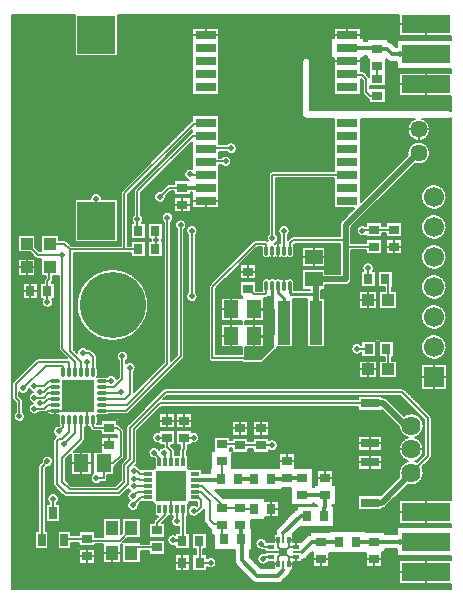
<source format=gtl>
G04 DipTrace 3.2.0.0*
G04 LFTlayout-Top.gtl*
%MOIN*%
G04 #@! TF.FileFunction,Copper,L1,Top*
G04 #@! TF.Part,Single*
%AMOUTLINE0*
4,1,5,
-0.014764,0.014764,
0.014764,0.014764,
0.014764,-0.014764,
-0.00689,-0.014764,
-0.014764,-0.00689,
-0.014764,0.014764,
0*%
G04 #@! TA.AperFunction,Conductor*
%ADD14C,0.014*%
%ADD15C,0.007874*%
G04 #@! TA.AperFunction,CopperBalancing*
%ADD16C,0.006*%
G04 #@! TA.AperFunction,Conductor*
%ADD17C,0.011811*%
G04 #@! TA.AperFunction,ViaPad*
%ADD18C,0.02*%
G04 #@! TA.AperFunction,Conductor*
%ADD19C,0.01*%
%ADD20C,0.012*%
%ADD24R,0.156X0.156*%
%ADD25R,0.125X0.125*%
%ADD26R,0.035433X0.031496*%
%ADD27R,0.059055X0.051181*%
%ADD28R,0.051181X0.059055*%
%ADD29R,0.031496X0.035433*%
%ADD30R,0.043307X0.03937*%
%ADD32R,0.062992X0.031496*%
G04 #@! TA.AperFunction,ComponentPad*
%ADD33R,0.066929X0.066929*%
%ADD34C,0.066929*%
%ADD35R,0.16X0.06*%
G04 #@! TA.AperFunction,ComponentPad*
%ADD36C,0.057*%
%ADD37C,0.064*%
%ADD40R,0.041339X0.145669*%
G04 #@! TA.AperFunction,ComponentPad*
%ADD41C,0.22*%
%ADD43R,0.025591X0.041339*%
%ADD46O,0.033465X0.011811*%
%ADD47O,0.011811X0.033465*%
%ADD48R,0.106299X0.106299*%
%ADD49R,0.070866X0.031496*%
%ADD50R,0.029528X0.011811*%
%ADD51R,0.011811X0.029528*%
%ADD52R,0.102362X0.102362*%
%ADD54R,0.093701X0.064961*%
%ADD56R,0.03937X0.03937*%
%ADD58R,0.011811X0.020079*%
%ADD59R,0.007874X0.020079*%
%ADD60R,0.020079X0.011811*%
%ADD61R,0.020079X0.007874*%
%ADD63R,0.043307X0.051181*%
%ADD138OUTLINE0*%
%FSLAX26Y26*%
G04*
G70*
G90*
G75*
G01*
G04 Top*
%LPD*%
X1560059Y569016D2*
D14*
X1619016D1*
X1706516D1*
X1794016D1*
X1359517Y535355D2*
D15*
X1379105D1*
D14*
X1412767Y569016D1*
X1444016D1*
X1502973D1*
X712765Y1065571D2*
D16*
X775265D1*
Y1069016D1*
X712765Y1045886D2*
X789635D1*
X806516Y1062767D1*
Y1150265D1*
X555285Y1006516D2*
X531516D1*
X525263Y1000263D1*
Y987765D1*
X555285Y1006516D2*
X584813D1*
X634025Y1055729D1*
X663553Y976988D2*
Y1026201D1*
X634025Y1055729D1*
X663553Y976988D2*
Y943229D1*
X687765Y919016D1*
X944016Y677776D2*
Y631517D1*
X937765Y625267D1*
X944016Y677776D2*
Y756516D1*
X1276841Y535355D2*
X1318180D1*
X1359519Y517441D2*
X1336093D1*
X1318180Y535355D1*
X1336093Y494016D2*
Y517441D1*
X1359519Y553268D2*
X1336093D1*
X1318180Y535355D1*
X1336093Y576693D2*
Y553268D1*
X1300267Y576693D2*
Y553268D1*
X1318180Y535355D1*
X1300267Y494016D2*
Y517441D1*
X1318180Y535355D1*
X1300265Y1481320D2*
X1319950Y1461635D1*
Y1422659D1*
X1300265Y1481320D2*
X1280580Y1501006D1*
Y1540374D1*
X1144213Y1256517D2*
Y1300070D1*
X1144016Y1300267D1*
Y1344017D1*
X1144213D1*
X1300265Y1540374D2*
Y1481320D1*
X1631516Y2212765D2*
D14*
X1662767D1*
X1681516Y2194016D1*
X1706516D1*
X1794016D1*
X1531516Y2214390D2*
X1629891D1*
X1631516Y2212765D1*
X693927Y1640265D2*
D16*
Y1712676D1*
X1006516Y1794016D2*
Y1793130D1*
X1059075D1*
X1531516Y2127776D2*
Y2125265D1*
X1581517D1*
X1594016Y2112767D1*
Y2069016D1*
X1606516Y2056516D1*
X1631516D1*
X1125265Y1837767D2*
X1060404D1*
X1059075Y1836437D1*
X1144016Y1881516D2*
X1060847D1*
X1059075Y1879744D1*
X1667196Y1375267D2*
Y1434172D1*
X1657353Y1444016D1*
X555285Y1045886D2*
X533381D1*
X519012Y1031517D1*
X506512D1*
X818278Y754006D2*
Y756516D1*
X865276D1*
X555285Y1026201D2*
X532448D1*
X519012Y1012765D1*
X487763D1*
X816508Y722757D2*
X830582Y736831D1*
X865276D1*
X924331Y835256D2*
Y860453D1*
X919016Y865768D1*
X663553Y1168423D2*
Y1134469D1*
X904646Y835256D2*
Y848889D1*
X887028Y866507D1*
X650265Y1200265D2*
X669012D1*
X683238Y1186040D1*
Y1134469D1*
X963701Y677776D2*
X962765D1*
Y637767D1*
X744015Y1106517D2*
X714341D1*
X712765Y1104941D1*
X980778Y572756D2*
X950265D1*
Y575267D1*
X983386D1*
Y677776D1*
X604498Y1134469D2*
Y1164781D1*
X600264Y1169015D1*
X500264D1*
X425265Y1094016D1*
Y1050267D1*
X437765Y1037765D1*
Y987767D1*
X896822Y607550D2*
Y632549D1*
X924331Y660058D1*
Y677776D1*
X1108485Y779006D2*
X1112028Y782549D1*
Y837964D1*
X1108485Y779006D2*
D14*
X1116506D1*
X1113701Y776201D1*
D17*
X1022756D1*
X584813Y976988D2*
D16*
Y953563D1*
X569015Y937765D1*
X816506Y691506D2*
X842146Y717146D1*
X865276D1*
X555285Y1104941D2*
X536188D1*
X519012Y1087765D1*
X487764D1*
X819016Y806516D2*
X828268D1*
X838898Y795886D1*
X865276D1*
X584813Y1134469D2*
Y1153217D1*
X581513Y1156516D1*
X525265D1*
X450265Y1081516D1*
X1018278Y672756D2*
X1030777D1*
X1043277Y685256D1*
Y707255D1*
X1033386Y717146D1*
X1022756D1*
X643868Y976988D2*
Y912617D1*
X581516Y850265D1*
Y769016D1*
X606516Y744016D1*
X762765D1*
X787765Y769016D1*
Y825265D1*
X806516Y844016D1*
Y950265D1*
X925267Y1069016D1*
X1712767D1*
X1800265Y981517D1*
Y855285D1*
X1744016Y799036D1*
X1606516Y700267D2*
D18*
X1645247D1*
X1744016Y799036D1*
X1178071Y579007D2*
D14*
Y621920D1*
X1174528Y625464D1*
X1318180Y494016D2*
D15*
Y476201D1*
D14*
X1298495Y456516D1*
X1231516D1*
X1180778Y507254D1*
Y579007D1*
X1178071D1*
X1220985Y679006D2*
D16*
X1178072D1*
X1174528Y682550D1*
X1112028D1*
Y691506D1*
X1047017Y756516D1*
X1022756D1*
Y736831D2*
X1041702D1*
X1074528Y704006D1*
Y641507D1*
X1087028Y629007D1*
X1108485D1*
X1112028Y625464D1*
Y587964D1*
X1120985Y579007D1*
X712765Y1026201D2*
X794946D1*
X931516Y1162771D1*
Y1650265D1*
X712765Y1006516D2*
X794016D1*
X975265Y1187765D1*
Y1625267D1*
X624183Y1134469D2*
Y1170097D1*
X581516Y1212764D1*
Y1525267D1*
X831516Y1644016D2*
Y1737765D1*
X1016802Y1923051D1*
X1059075D1*
X831516Y1644016D2*
Y1609223D1*
X834223Y1606516D1*
X581516Y1525267D2*
X499431D1*
X461731Y1562966D1*
X555285Y1065571D2*
X534318D1*
X519012Y1050265D1*
X487764D1*
X818278Y779007D2*
X837029D1*
X839835Y776201D1*
X865276D1*
X834222Y1544016D2*
X787765D1*
Y1731515D1*
X1019016Y1962765D1*
X1055482D1*
X1059075Y1966359D1*
X643868Y1134469D2*
Y1169357D1*
X606516Y1206709D1*
Y1544016D1*
X834222D1*
X540471Y1562966D2*
X587566D1*
X606516Y1544016D1*
X1744016Y956516D2*
D18*
X1725265D1*
X1650265Y1031516D1*
X1606516D1*
D16*
X906516D1*
X819016Y944016D1*
Y837767D1*
X800265Y819016D1*
Y762765D1*
X769016Y731516D1*
X594016D1*
X562960Y762572D1*
Y906515D1*
X569210Y912765D1*
X581513D1*
X604498Y935750D1*
Y976988D1*
X1562765Y1212767D2*
X1602973D1*
X1667196Y1144016D2*
Y1205630D1*
X1660059Y1212767D1*
X810847Y532647D2*
Y550464D1*
X896822D1*
X624183Y976988D2*
Y930433D1*
X587764Y894015D1*
X531516Y837767D2*
X512765Y819016D1*
Y575265D1*
X1531516Y1793130D2*
X1281516D1*
Y1581516D1*
X1600267Y1481516D2*
Y1444016D1*
X555285Y1085256D2*
X535254D1*
X519012Y1069015D1*
X506512D1*
X1300265Y1422659D2*
D19*
Y1400320D1*
X1319184Y1381402D1*
Y1302017D1*
X1320935Y1300267D1*
X1260895Y1422659D2*
D16*
Y1398395D1*
X1256516Y1394016D1*
X1219017D1*
X1200265Y1412768D1*
X1419016Y1444017D2*
D18*
X1525265D1*
Y1552974D1*
Y1575265D1*
Y1625265D1*
X1769016Y1869016D1*
Y1865276D1*
X1425265Y1300267D2*
Y1393899D1*
D19*
X1344133D1*
X1339635Y1398397D1*
Y1422659D1*
X1525265Y1575265D2*
D16*
X1350265D1*
X1339635Y1564635D1*
Y1540374D1*
X1419016Y1444017D2*
D18*
X1425265Y1437768D1*
Y1300267D1*
X1619016Y1552974D2*
D16*
X1525265D1*
X1220985Y779006D2*
D14*
X1165571D1*
X1380778Y782549D2*
X1330777D1*
Y781712D1*
X1328071Y779006D1*
X1278071D1*
X1453071Y654007D2*
Y682549D1*
X1455778Y685256D1*
Y725462D1*
X1380778D1*
X1318160Y576713D2*
D15*
Y599410D1*
D14*
X1375267Y656516D1*
X1398494D1*
X1395985Y654007D1*
X1038603Y500267D2*
D16*
Y572756D1*
X1037865D1*
Y500267D2*
X1075267D1*
X1250267Y512767D2*
Y517441D1*
X1276841D1*
X1619016Y1610061D2*
X1687765D1*
Y1610059D1*
X1319950Y1540374D2*
Y1606517D1*
X1012765D2*
Y1387767D1*
X781516Y1187765D2*
Y1112769D1*
X754003Y1085256D1*
X712765D1*
X1619016Y1610061D2*
X1581516D1*
Y1606517D1*
X1631516Y2113603D2*
Y2155679D1*
X662028Y579006D2*
Y572756D1*
X772756D1*
X810847Y610847D1*
Y615324D1*
X587568Y575265D2*
Y579006D1*
X662028D1*
X987028Y916507D2*
Y879006D1*
X983386Y875364D1*
Y835256D1*
X930778Y916507D2*
Y885255D1*
X944016Y872017D1*
Y835256D1*
X1244016Y562765D2*
X1253513Y553268D1*
X1276841D1*
X1243278Y891507D2*
X1174528D1*
Y895050D1*
X1112028D1*
X1280778Y891507D2*
X1243278D1*
X987028Y916507D2*
X1018277D1*
X899529D2*
X930778D1*
X683238Y976988D2*
Y954794D1*
X687767Y950265D1*
X737765D1*
X981516Y1750265D2*
D20*
X1059075D1*
Y1749823D1*
X906516Y1719016D2*
D16*
X937765Y1750265D1*
X981516D1*
X1280580Y1422659D2*
D19*
Y1345414D1*
X1282625D1*
Y1263600D1*
X1275542Y1256517D1*
X1219016D1*
X1280580Y1345414D2*
X1220412D1*
X1219016Y1344017D1*
X1200268Y1200265D2*
D16*
Y1181517D1*
X1081516D1*
Y1419017D1*
X1225131Y1562633D1*
X1256691D1*
X1260895Y1558428D1*
Y1540374D1*
X550167Y665817D2*
Y712767D1*
X550265D1*
X894016Y1575267D2*
Y1603810D1*
X891310Y1606516D1*
X894016Y1575267D2*
Y1546723D1*
X891309Y1544016D1*
X531516Y1406516D2*
Y1437767D1*
X537765Y1444016D1*
Y1484226D1*
X540471D1*
X531516Y1369016D2*
Y1406516D1*
X694016Y781516D2*
X719016D1*
Y831516D1*
X750265D1*
X775265Y856516D1*
Y937767D1*
X762767Y950265D1*
X737765D1*
D18*
X1706516Y569016D3*
X775265Y1069016D3*
X806516Y1150265D3*
X1706516Y2194016D3*
X693927Y1712676D3*
X1006516Y1794016D3*
X1125265Y1837767D3*
X1144016Y1881516D3*
X818278Y754006D3*
X816508Y722757D3*
X919016Y865768D3*
X663553Y1168423D3*
X887028Y866507D3*
X650265Y1200265D3*
X962765Y637767D3*
X744015Y1106517D3*
X437765Y987767D3*
X950265Y575267D3*
X569015Y937765D3*
X816506Y691506D3*
X487764Y1087765D3*
X819016Y806516D3*
X450265Y1081516D3*
X1018278Y672756D3*
X931516Y1650265D3*
X975265Y1625267D3*
X581516Y1525267D3*
X831516Y1644016D3*
D3*
X487764Y1050265D3*
X818278Y779007D3*
X1562765Y1212767D3*
X587764Y894015D3*
X531516Y837767D3*
X1281516Y1581516D3*
X1600267Y1481516D3*
X1281516Y1581516D3*
X1075267Y500267D3*
X1250267Y512767D3*
X1319950Y1606517D3*
X1012765D3*
Y1387767D3*
X781516Y1187765D3*
X1581516Y1606517D3*
X1319950D3*
X1244016Y562765D3*
X1280778Y891507D3*
X1018277Y916507D3*
X899529D3*
X506512Y1069015D3*
X1137765Y531516D3*
X1212765D3*
X1369754Y484026D3*
X1481516Y512767D3*
X1581516D3*
X1656516D3*
X1319016Y425267D3*
X1455778Y822757D3*
X1330778Y872756D3*
X1293277Y835255D3*
X1368277D3*
X1312028Y679006D3*
X1218278Y635256D3*
X1369754Y590276D3*
X1350265Y681516D3*
X1269016Y487767D3*
X1637765Y612765D3*
X1575265D3*
X1500265D3*
X1555433Y453071D3*
X1437765Y612767D3*
X1496378Y649922D3*
Y807402D3*
X1337028Y735256D3*
X1224528Y829007D3*
X1168277D3*
X1124528Y729006D3*
X1199528Y729007D3*
X1262028D3*
X1062029Y816506D3*
X550265Y712767D3*
X899528Y972756D3*
X1018277D3*
X1130778Y947756D3*
X1212029D3*
X1150265Y1412767D3*
X1444016Y1131516D3*
X1043278Y647756D3*
X525263Y987765D3*
X506512Y1031517D3*
X487763Y1012765D3*
X687765Y919016D3*
X694016Y781516D3*
X425265Y956516D3*
X887765Y1425267D3*
X1144016Y1300267D3*
Y1206517D3*
X956516Y1012767D3*
X1225267Y1150265D3*
X600265Y662767D3*
X774528Y672756D3*
X862028Y647756D3*
X937765Y519016D3*
X437765Y450267D3*
Y587767D3*
X781516Y431516D3*
X924528Y435256D3*
X1212765Y425267D3*
X1444017Y481516D3*
X1619017D3*
X1862767Y744016D3*
X1869016Y825265D3*
X1644016Y1256516D3*
X1462029Y916507D3*
X1387029Y966506D3*
X1287028Y947756D3*
X850265Y844016D3*
X431516Y1331516D3*
X944016Y756516D3*
X894016Y1575267D3*
X531516Y1369016D3*
X1250267Y1200265D3*
X1225267D3*
X1200268D3*
X1074528Y572756D3*
X1049528Y616507D3*
X1531516Y512767D3*
X1687765Y631516D3*
Y494016D3*
X937765Y625267D3*
X906516Y794016D3*
Y719016D3*
X981516Y794016D3*
Y719016D3*
X1681516Y2244016D3*
X1637765Y2256516D3*
X1594016D3*
X1237765Y1519016D3*
X1469016Y2256516D3*
Y2212765D3*
Y2169016D3*
X1237765Y1469016D3*
X1594016Y2175265D3*
X1494016Y2025265D3*
X1681516Y2150267D3*
X1706516Y2037767D3*
X1794016D3*
X1862767D3*
X1681516Y2294016D3*
X1244016Y2244016D3*
X1356516Y2137767D3*
X1469016Y2075265D3*
X956516Y2256516D3*
X931516Y2112765D3*
X1494016Y1281516D3*
X1375265Y1750267D3*
X1412767Y1944016D3*
X1587767Y2025265D3*
X1375265Y1281516D3*
X906516Y1719016D3*
X425265Y1150267D3*
X719013Y1156516D3*
X1275265Y600267D3*
X1169016Y462767D3*
X1794016Y731516D3*
X1706516Y725265D3*
X862765Y1125267D3*
X1000267Y1131516D3*
X1031516Y1244016D3*
X1362769Y1469016D3*
X1681575Y2094108D3*
X475265Y2237765D3*
X1169016Y2106516D3*
X1369016Y2044016D3*
X530777Y879006D3*
X1362768Y1519016D3*
X456516Y1819016D3*
X1125265Y1706516D3*
X925265Y1937767D3*
X1087765Y1556516D3*
X1068278Y885256D3*
Y929008D3*
X1819016Y1812767D3*
X1650265Y1806516D3*
X1850265Y1944016D3*
X1862767Y994016D3*
X1237765Y1494016D3*
X862765Y925267D3*
X1844016Y1569016D3*
X1362767Y1494016D3*
X1237767Y1444015D3*
X1362767D3*
X1254441Y1378898D2*
D16*
X1284167D1*
X1254441Y1373029D2*
X1284167D1*
X1254441Y1367160D2*
X1284167D1*
X1254441Y1361292D2*
X1284167D1*
X1254441Y1355423D2*
X1284167D1*
X1254441Y1349554D2*
X1284167D1*
X1254441Y1343685D2*
X1284167D1*
X1254441Y1337817D2*
X1284167D1*
X1254441Y1331948D2*
X1284167D1*
X1254441Y1326079D2*
X1284167D1*
X1254441Y1320210D2*
X1284167D1*
X1254441Y1314341D2*
X1284167D1*
X1254441Y1308473D2*
X1284167D1*
X1191372Y1302604D2*
X1284167D1*
X1191372Y1296735D2*
X1284167D1*
X1254441Y1290866D2*
X1284167D1*
X1254441Y1284998D2*
X1284167D1*
X1254441Y1279129D2*
X1284167D1*
X1254441Y1273260D2*
X1284167D1*
X1254441Y1267391D2*
X1284167D1*
X1254441Y1261523D2*
X1284167D1*
X1254441Y1255654D2*
X1284167D1*
X1254441Y1249785D2*
X1284167D1*
X1254441Y1243916D2*
X1284167D1*
X1254441Y1238047D2*
X1284167D1*
X1254441Y1232179D2*
X1284167D1*
X1254441Y1226310D2*
X1284167D1*
X1254441Y1220441D2*
X1284167D1*
X1191372Y1214572D2*
X1278483D1*
X1191372Y1208704D2*
X1272613D1*
X1191372Y1202835D2*
X1266742D1*
X1191372Y1196966D2*
X1260870D1*
X1191372Y1191097D2*
X1254999D1*
X1191372Y1185229D2*
X1249139D1*
X1191372Y1179360D2*
X1243269D1*
X1253847Y1381775D2*
Y1305250D1*
X1190764D1*
X1190785Y1295285D1*
X1253847D1*
Y1217750D1*
X1190769D1*
X1190768Y1178269D1*
X1242778Y1178267D1*
X1284760Y1220254D1*
X1284765Y1384777D1*
X1264465Y1384709D1*
X1262911Y1383579D1*
X1261200Y1382708D1*
X1259373Y1382114D1*
X1257477Y1381814D1*
X1253856Y1381776D1*
X1219016Y1344017D2*
Y1305261D1*
Y1344017D2*
X1253835D1*
X1219016Y1295273D2*
Y1217761D1*
Y1256517D2*
X1253835D1*
X413622Y2319147D2*
X621544D1*
X766215D2*
X1704180D1*
X413622Y2313278D2*
X621544D1*
X766215D2*
X1704180D1*
X413622Y2307410D2*
X621544D1*
X766215D2*
X1704180D1*
X413622Y2301541D2*
X621544D1*
X766215D2*
X1704180D1*
X413622Y2295672D2*
X621544D1*
X766215D2*
X1704180D1*
X413622Y2289803D2*
X621544D1*
X766215D2*
X1704180D1*
X413622Y2283935D2*
X621544D1*
X766215D2*
X1704180D1*
X413622Y2278066D2*
X621544D1*
X766215D2*
X1013805D1*
X1104348D2*
X1486246D1*
X1576790D2*
X1704180D1*
X413622Y2272197D2*
X621544D1*
X766215D2*
X1013805D1*
X1104348D2*
X1486246D1*
X1576790D2*
X1704180D1*
X413622Y2266328D2*
X621544D1*
X766215D2*
X1013805D1*
X1104348D2*
X1486246D1*
X1576790D2*
X1704180D1*
X413622Y2260460D2*
X621544D1*
X766215D2*
X1013805D1*
X1104348D2*
X1486246D1*
X1576790D2*
X1704180D1*
X413622Y2254591D2*
X621544D1*
X766215D2*
X1013805D1*
X1104348D2*
X1486246D1*
X1576790D2*
X1874418D1*
X413622Y2248722D2*
X621544D1*
X766215D2*
X1013805D1*
X1104348D2*
X1486246D1*
X1576790D2*
X1874418D1*
X413622Y2242853D2*
X621544D1*
X766215D2*
X1013805D1*
X1104348D2*
X1477246D1*
X1585790D2*
X1594961D1*
X1668067D2*
X1874418D1*
X413622Y2236985D2*
X621544D1*
X766215D2*
X1013805D1*
X1104348D2*
X1477246D1*
X1670470D2*
X1695180D1*
X413622Y2231116D2*
X621544D1*
X766215D2*
X1013805D1*
X1104348D2*
X1477246D1*
X1680700D2*
X1695180D1*
X413622Y2225247D2*
X621544D1*
X766215D2*
X1013805D1*
X1104348D2*
X1477246D1*
X1686583D2*
X1695180D1*
X413622Y2219378D2*
X621544D1*
X766215D2*
X1013805D1*
X1104348D2*
X1477246D1*
X413622Y2213509D2*
X621544D1*
X766215D2*
X1013805D1*
X1104348D2*
X1477246D1*
X413622Y2207641D2*
X621544D1*
X766215D2*
X1013805D1*
X1104348D2*
X1477246D1*
X413622Y2201772D2*
X621544D1*
X766215D2*
X1013805D1*
X1104348D2*
X1477246D1*
X413622Y2195903D2*
X621544D1*
X766215D2*
X1013805D1*
X1104348D2*
X1477246D1*
X413622Y2190034D2*
X621544D1*
X766215D2*
X1013805D1*
X1104348D2*
X1477246D1*
X413622Y2184166D2*
X1013805D1*
X1104348D2*
X1477246D1*
X1585790D2*
X1594961D1*
X413622Y2178297D2*
X1013805D1*
X1104348D2*
X1382933D1*
X1405099D2*
X1486246D1*
X1576790D2*
X1603961D1*
X413622Y2172428D2*
X1013805D1*
X1104348D2*
X1379840D1*
X1408192D2*
X1486246D1*
X1576790D2*
X1603961D1*
X1659067D2*
X1667840D1*
X413622Y2166559D2*
X1013805D1*
X1104348D2*
X1379418D1*
X1408614D2*
X1486246D1*
X1576790D2*
X1603961D1*
X1659067D2*
X1695180D1*
X413622Y2160691D2*
X1013805D1*
X1104348D2*
X1379418D1*
X1408614D2*
X1486246D1*
X1576790D2*
X1603961D1*
X1659067D2*
X1695180D1*
X413622Y2154822D2*
X1013805D1*
X1104348D2*
X1379418D1*
X1408614D2*
X1486246D1*
X1576790D2*
X1603961D1*
X1659067D2*
X1695180D1*
X413622Y2148953D2*
X1013805D1*
X1104348D2*
X1379418D1*
X1408614D2*
X1486246D1*
X1576790D2*
X1603961D1*
X1659067D2*
X1695180D1*
X413622Y2143084D2*
X1013805D1*
X1104348D2*
X1379418D1*
X1408614D2*
X1486246D1*
X1576790D2*
X1603961D1*
X1659067D2*
X1874418D1*
X413622Y2137215D2*
X1013805D1*
X1104348D2*
X1379418D1*
X1408614D2*
X1486246D1*
X1584771D2*
X1603961D1*
X1659067D2*
X1874418D1*
X413622Y2131347D2*
X1013805D1*
X1104348D2*
X1379418D1*
X1408614D2*
X1486246D1*
X1593348D2*
X1603961D1*
X1659067D2*
X1704180D1*
X413622Y2125478D2*
X1013805D1*
X1104348D2*
X1379418D1*
X1408614D2*
X1486246D1*
X1599219D2*
X1603961D1*
X1659067D2*
X1704180D1*
X413622Y2119609D2*
X1013805D1*
X1104348D2*
X1379418D1*
X1408614D2*
X1486246D1*
X1659067D2*
X1704180D1*
X413622Y2113740D2*
X1013805D1*
X1104348D2*
X1379418D1*
X1408614D2*
X1486246D1*
X1659067D2*
X1704180D1*
X413622Y2107872D2*
X1013805D1*
X1104348D2*
X1379418D1*
X1408614D2*
X1486246D1*
X1576790D2*
X1581004D1*
X1659067D2*
X1704180D1*
X413622Y2102003D2*
X1013805D1*
X1104348D2*
X1379418D1*
X1408614D2*
X1486246D1*
X1576790D2*
X1581180D1*
X1659067D2*
X1704180D1*
X413622Y2096134D2*
X1013805D1*
X1104348D2*
X1379418D1*
X1408614D2*
X1486246D1*
X1576790D2*
X1581180D1*
X1659067D2*
X1704180D1*
X413622Y2090265D2*
X1013805D1*
X1104348D2*
X1379418D1*
X1408614D2*
X1486246D1*
X1576790D2*
X1581180D1*
X1659067D2*
X1704180D1*
X413622Y2084397D2*
X1013805D1*
X1104348D2*
X1379418D1*
X1408614D2*
X1486246D1*
X1576790D2*
X1581180D1*
X1606860D2*
X1704180D1*
X413622Y2078528D2*
X1013805D1*
X1104348D2*
X1379418D1*
X1408614D2*
X1486246D1*
X1576790D2*
X1581180D1*
X1659067D2*
X1704180D1*
X413622Y2072659D2*
X1013805D1*
X1104348D2*
X1379418D1*
X1408614D2*
X1486246D1*
X1576790D2*
X1581180D1*
X1659067D2*
X1704180D1*
X413622Y2066790D2*
X1013805D1*
X1104348D2*
X1379418D1*
X1408614D2*
X1486246D1*
X1576790D2*
X1581380D1*
X1659067D2*
X1704180D1*
X413622Y2060922D2*
X1013805D1*
X1104348D2*
X1379418D1*
X1408614D2*
X1486246D1*
X1576790D2*
X1584238D1*
X1659067D2*
X1704180D1*
X413622Y2055053D2*
X1379418D1*
X1408614D2*
X1590074D1*
X1659067D2*
X1704180D1*
X413622Y2049184D2*
X1379418D1*
X1408614D2*
X1595933D1*
X1659067D2*
X1874418D1*
X413622Y2043315D2*
X1379418D1*
X1408614D2*
X1603961D1*
X1659067D2*
X1874418D1*
X413622Y2037446D2*
X1379418D1*
X1408614D2*
X1603961D1*
X1659067D2*
X1874418D1*
X413622Y2031578D2*
X1379418D1*
X1408614D2*
X1603961D1*
X1659067D2*
X1874418D1*
X413622Y2025709D2*
X1379418D1*
X1408614D2*
X1874418D1*
X413622Y2019840D2*
X1379418D1*
X1408614D2*
X1874418D1*
X413622Y2013971D2*
X1379418D1*
X1408614D2*
X1874418D1*
X413622Y2008103D2*
X1379418D1*
X1408614D2*
X1874418D1*
X413622Y2002234D2*
X1379418D1*
X413622Y1996365D2*
X1379418D1*
X413622Y1990496D2*
X1013805D1*
X1104348D2*
X1379864D1*
X413622Y1984628D2*
X1013805D1*
X1104348D2*
X1383028D1*
X413622Y1978759D2*
X1013805D1*
X1104348D2*
X1486246D1*
X1576790D2*
X1753680D1*
X1784352D2*
X1874418D1*
X413622Y1972890D2*
X1011544D1*
X1104348D2*
X1486246D1*
X1576790D2*
X1744117D1*
X1793915D2*
X1874418D1*
X413622Y1967021D2*
X1005368D1*
X1104348D2*
X1486246D1*
X1576790D2*
X1738504D1*
X1799528D2*
X1874418D1*
X413622Y1961152D2*
X999496D1*
X1104348D2*
X1486246D1*
X1576790D2*
X1734789D1*
X1803243D2*
X1874418D1*
X413622Y1955284D2*
X993625D1*
X1104348D2*
X1486246D1*
X1576790D2*
X1732398D1*
X1805634D2*
X1874418D1*
X413622Y1949415D2*
X987754D1*
X1104348D2*
X1486246D1*
X1576790D2*
X1731062D1*
X1806970D2*
X1874418D1*
X413622Y1943546D2*
X981882D1*
X1104348D2*
X1486246D1*
X1576790D2*
X1730676D1*
X1807356D2*
X1874418D1*
X413622Y1937677D2*
X976024D1*
X1104348D2*
X1486246D1*
X1576790D2*
X1731215D1*
X1806817D2*
X1874418D1*
X413622Y1931809D2*
X970152D1*
X1104348D2*
X1486246D1*
X1576790D2*
X1732704D1*
X1805328D2*
X1874418D1*
X413622Y1925940D2*
X964281D1*
X1104348D2*
X1486246D1*
X1576790D2*
X1735281D1*
X1802751D2*
X1874418D1*
X413622Y1920071D2*
X958410D1*
X1104348D2*
X1486246D1*
X1576790D2*
X1739242D1*
X1798790D2*
X1874418D1*
X413622Y1914202D2*
X952540D1*
X1104348D2*
X1486246D1*
X1576790D2*
X1745277D1*
X1792755D2*
X1874418D1*
X413622Y1908334D2*
X946680D1*
X1104348D2*
X1486246D1*
X1576790D2*
X1756129D1*
X1781903D2*
X1874418D1*
X413622Y1902465D2*
X940809D1*
X1104348D2*
X1486246D1*
X1576790D2*
X1761988D1*
X1776044D2*
X1874418D1*
X413622Y1896596D2*
X934937D1*
X1008255D2*
X1013805D1*
X1104348D2*
X1131473D1*
X1156567D2*
X1486246D1*
X1576790D2*
X1747364D1*
X1790668D2*
X1874418D1*
X413622Y1890727D2*
X929066D1*
X1002383D2*
X1013805D1*
X1161512D2*
X1486246D1*
X1576790D2*
X1740554D1*
X1797478D2*
X1874418D1*
X413622Y1884859D2*
X923196D1*
X996524D2*
X1013805D1*
X1163563D2*
X1486246D1*
X1576790D2*
X1736149D1*
X1801883D2*
X1874418D1*
X413622Y1878990D2*
X917336D1*
X990652D2*
X1013805D1*
X1163692D2*
X1486246D1*
X1576790D2*
X1733254D1*
X1804778D2*
X1874418D1*
X413622Y1873121D2*
X911465D1*
X984782D2*
X1013805D1*
X1161923D2*
X1486246D1*
X1576790D2*
X1731496D1*
X1806536D2*
X1874418D1*
X413622Y1867252D2*
X905593D1*
X978911D2*
X1013805D1*
X1104348D2*
X1130500D1*
X1157528D2*
X1486246D1*
X1576790D2*
X1730722D1*
X1807310D2*
X1874418D1*
X413622Y1861383D2*
X899722D1*
X973040D2*
X1013805D1*
X1104348D2*
X1486246D1*
X1576790D2*
X1730876D1*
X1807156D2*
X1874418D1*
X413622Y1855515D2*
X893852D1*
X967180D2*
X1013805D1*
X1104348D2*
X1117234D1*
X1133294D2*
X1486246D1*
X1576790D2*
X1727712D1*
X1806067D2*
X1874418D1*
X413622Y1849646D2*
X887992D1*
X961310D2*
X1013805D1*
X1141004D2*
X1486246D1*
X1576790D2*
X1721840D1*
X1803970D2*
X1874418D1*
X413622Y1843777D2*
X882121D1*
X955439D2*
X1013805D1*
X1144146D2*
X1486246D1*
X1576790D2*
X1715969D1*
X1800630D2*
X1874418D1*
X413622Y1837908D2*
X876250D1*
X949567D2*
X1013805D1*
X1145107D2*
X1486246D1*
X1576790D2*
X1710097D1*
X1795603D2*
X1874418D1*
X413622Y1832040D2*
X870380D1*
X943696D2*
X1013805D1*
X1144239D2*
X1486246D1*
X1576790D2*
X1704226D1*
X1787492D2*
X1874418D1*
X413622Y1826171D2*
X864508D1*
X937836D2*
X1013805D1*
X1141215D2*
X1486246D1*
X1576790D2*
X1698368D1*
X1753978D2*
X1874418D1*
X413622Y1820302D2*
X858649D1*
X931966D2*
X1013805D1*
X1104348D2*
X1116589D1*
X1133939D2*
X1486246D1*
X1576790D2*
X1692496D1*
X1748107D2*
X1874418D1*
X413622Y1814433D2*
X852777D1*
X926095D2*
X1013805D1*
X1104348D2*
X1486246D1*
X1576790D2*
X1686625D1*
X1742247D2*
X1874418D1*
X413622Y1808565D2*
X846906D1*
X920223D2*
X993320D1*
X1104348D2*
X1486246D1*
X1576790D2*
X1680754D1*
X1736376D2*
X1874418D1*
X413622Y1802696D2*
X841036D1*
X914352D2*
X988750D1*
X1104348D2*
X1273281D1*
X1576790D2*
X1674882D1*
X1730504D2*
X1874418D1*
X413622Y1796827D2*
X835164D1*
X908492D2*
X986886D1*
X1104348D2*
X1269250D1*
X1576790D2*
X1669012D1*
X1724634D2*
X1874418D1*
X413622Y1790958D2*
X829293D1*
X902622D2*
X986922D1*
X1104348D2*
X1268676D1*
X1576790D2*
X1663152D1*
X1718763D2*
X1874418D1*
X413622Y1785089D2*
X823433D1*
X896751D2*
X988868D1*
X1104348D2*
X1268676D1*
X1576790D2*
X1657281D1*
X1712903D2*
X1874418D1*
X413622Y1779221D2*
X817562D1*
X890880D2*
X993613D1*
X1104348D2*
X1268676D1*
X1294356D2*
X1486246D1*
X1576790D2*
X1651410D1*
X1707032D2*
X1874418D1*
X413622Y1773352D2*
X811692D1*
X885008D2*
X953957D1*
X1104348D2*
X1268676D1*
X1294356D2*
X1486246D1*
X1576790D2*
X1645540D1*
X1701160D2*
X1874418D1*
X413622Y1767483D2*
X805820D1*
X879150D2*
X953957D1*
X1104348D2*
X1268676D1*
X1294356D2*
X1486246D1*
X1576790D2*
X1639668D1*
X1695290D2*
X1874418D1*
X413622Y1761614D2*
X799949D1*
X873278D2*
X932582D1*
X1104348D2*
X1268676D1*
X1294356D2*
X1486246D1*
X1576790D2*
X1633809D1*
X1689419D2*
X1815402D1*
X1822626D2*
X1874418D1*
X413622Y1755746D2*
X794089D1*
X867407D2*
X925340D1*
X1104348D2*
X1268676D1*
X1294356D2*
X1486246D1*
X1576790D2*
X1627937D1*
X1683559D2*
X1796629D1*
X1841399D2*
X1874418D1*
X413622Y1749877D2*
X788218D1*
X861536D2*
X919469D1*
X1104348D2*
X1268676D1*
X1294356D2*
X1486246D1*
X1576790D2*
X1622066D1*
X1677688D2*
X1788894D1*
X1849134D2*
X1874418D1*
X413622Y1744008D2*
X782348D1*
X855664D2*
X913597D1*
X1104348D2*
X1268676D1*
X1294356D2*
X1486246D1*
X1576790D2*
X1616196D1*
X1671817D2*
X1783785D1*
X1854243D2*
X1874418D1*
X413622Y1738139D2*
X776876D1*
X812306D2*
X818676D1*
X849806D2*
X903801D1*
X1104348D2*
X1268676D1*
X1294356D2*
X1486246D1*
X1576790D2*
X1610324D1*
X1665946D2*
X1780234D1*
X1857794D2*
X1874418D1*
X413622Y1732271D2*
X774953D1*
X806435D2*
X818676D1*
X844356D2*
X891965D1*
X937684D2*
X953957D1*
X1009075D2*
X1013805D1*
X1104348D2*
X1268676D1*
X1294356D2*
X1486246D1*
X1576790D2*
X1604465D1*
X1660075D2*
X1777820D1*
X1860208D2*
X1874418D1*
X413622Y1726402D2*
X679844D1*
X708008D2*
X774929D1*
X800610D2*
X818676D1*
X844356D2*
X888145D1*
X931814D2*
X953957D1*
X1009075D2*
X1013805D1*
X1104348D2*
X1268676D1*
X1294356D2*
X1486246D1*
X1576790D2*
X1598593D1*
X1654215D2*
X1776356D1*
X1861672D2*
X1874418D1*
X413622Y1720533D2*
X675765D1*
X712087D2*
X774929D1*
X800610D2*
X818676D1*
X844356D2*
X886738D1*
X926294D2*
X1013805D1*
X1104348D2*
X1268676D1*
X1294356D2*
X1486246D1*
X1576790D2*
X1592722D1*
X1648344D2*
X1775734D1*
X1862294D2*
X1874418D1*
X413622Y1714664D2*
X674196D1*
X713668D2*
X774929D1*
X800610D2*
X818676D1*
X844356D2*
X887172D1*
X925860D2*
X953957D1*
X1009075D2*
X1013805D1*
X1104348D2*
X1268676D1*
X1294356D2*
X1486246D1*
X1576790D2*
X1586852D1*
X1642474D2*
X1775933D1*
X1862095D2*
X1874418D1*
X413622Y1708796D2*
X621544D1*
X766215D2*
X774929D1*
X800610D2*
X818676D1*
X844356D2*
X889609D1*
X923423D2*
X953957D1*
X1009075D2*
X1013805D1*
X1104348D2*
X1268676D1*
X1294356D2*
X1486246D1*
X1576790D2*
X1580981D1*
X1636603D2*
X1776953D1*
X1861075D2*
X1874418D1*
X413622Y1702927D2*
X621544D1*
X766215D2*
X774929D1*
X800610D2*
X818676D1*
X844356D2*
X895364D1*
X917668D2*
X953957D1*
X1009075D2*
X1013805D1*
X1104348D2*
X1268676D1*
X1294356D2*
X1486246D1*
X1630731D2*
X1778864D1*
X1859176D2*
X1874418D1*
X413622Y1697058D2*
X621544D1*
X766215D2*
X774929D1*
X800610D2*
X818676D1*
X844356D2*
X953957D1*
X1009075D2*
X1013805D1*
X1104348D2*
X1268676D1*
X1294356D2*
X1486246D1*
X1624872D2*
X1781793D1*
X1856247D2*
X1874418D1*
X413622Y1691189D2*
X621544D1*
X766215D2*
X774929D1*
X800610D2*
X818676D1*
X844356D2*
X953957D1*
X1009075D2*
X1013805D1*
X1104348D2*
X1268676D1*
X1294356D2*
X1486246D1*
X1619000D2*
X1786024D1*
X1852004D2*
X1874418D1*
X413622Y1685320D2*
X621544D1*
X766215D2*
X774929D1*
X800610D2*
X818676D1*
X844356D2*
X953957D1*
X1009075D2*
X1013805D1*
X1104348D2*
X1268676D1*
X1294356D2*
X1486246D1*
X1613130D2*
X1792176D1*
X1845852D2*
X1874418D1*
X413622Y1679452D2*
X621544D1*
X766215D2*
X774929D1*
X800610D2*
X818676D1*
X844356D2*
X953957D1*
X1009075D2*
X1268676D1*
X1294356D2*
X1551637D1*
X1607259D2*
X1802348D1*
X1835692D2*
X1874418D1*
X413622Y1673583D2*
X621544D1*
X766215D2*
X774929D1*
X800610D2*
X818676D1*
X844356D2*
X953957D1*
X1009075D2*
X1268676D1*
X1294356D2*
X1545777D1*
X1601387D2*
X1874418D1*
X413622Y1667714D2*
X621544D1*
X766215D2*
X774929D1*
X800610D2*
X818676D1*
X844356D2*
X922809D1*
X940227D2*
X1268676D1*
X1294356D2*
X1539906D1*
X1595528D2*
X1874418D1*
X413622Y1661845D2*
X621544D1*
X766215D2*
X774929D1*
X800610D2*
X818676D1*
X844356D2*
X915554D1*
X947482D2*
X1268676D1*
X1294356D2*
X1534036D1*
X1589656D2*
X1874418D1*
X413622Y1655977D2*
X621544D1*
X766215D2*
X774929D1*
X800610D2*
X815840D1*
X847192D2*
X912544D1*
X950492D2*
X1268676D1*
X1294356D2*
X1528164D1*
X1583786D2*
X1797028D1*
X1841012D2*
X1874418D1*
X413622Y1650108D2*
X621544D1*
X766215D2*
X774929D1*
X800610D2*
X812664D1*
X850368D2*
X911676D1*
X951360D2*
X1268676D1*
X1294356D2*
X1522293D1*
X1577915D2*
X1789141D1*
X1848887D2*
X1874418D1*
X413622Y1644239D2*
X621544D1*
X766215D2*
X774929D1*
X800610D2*
X811680D1*
X851352D2*
X912649D1*
X950387D2*
X971465D1*
X979063D2*
X1268676D1*
X1294356D2*
X1516433D1*
X1572044D2*
X1783961D1*
X1854079D2*
X1874418D1*
X413622Y1638370D2*
X621544D1*
X766215D2*
X774929D1*
X800610D2*
X812524D1*
X850508D2*
X915789D1*
X947235D2*
X960578D1*
X989950D2*
X1268676D1*
X1294356D2*
X1510574D1*
X1566184D2*
X1780352D1*
X1857688D2*
X1874418D1*
X413622Y1632502D2*
X621544D1*
X766215D2*
X774929D1*
X800610D2*
X808633D1*
X859814D2*
X865726D1*
X944352D2*
X956840D1*
X993688D2*
X1268676D1*
X1294356D2*
X1506836D1*
X1560314D2*
X1591457D1*
X1646575D2*
X1660212D1*
X1715317D2*
X1777902D1*
X1860138D2*
X1874418D1*
X413622Y1626633D2*
X621544D1*
X766215D2*
X774929D1*
X800610D2*
X808633D1*
X859814D2*
X865726D1*
X944352D2*
X955469D1*
X995059D2*
X1268676D1*
X1294356D2*
X1505477D1*
X1554443D2*
X1591457D1*
X1646575D2*
X1660212D1*
X1715317D2*
X1776390D1*
X1861638D2*
X1874418D1*
X413622Y1620764D2*
X621544D1*
X766215D2*
X774929D1*
X800610D2*
X808633D1*
X859814D2*
X865726D1*
X944352D2*
X955961D1*
X994567D2*
X999238D1*
X1026302D2*
X1268676D1*
X1294356D2*
X1306422D1*
X1333485D2*
X1505429D1*
X1548571D2*
X1567985D1*
X1715317D2*
X1775746D1*
X1862282D2*
X1874418D1*
X413622Y1614895D2*
X621544D1*
X766215D2*
X774929D1*
X800610D2*
X808633D1*
X859814D2*
X865726D1*
X944352D2*
X958457D1*
X1030684D2*
X1268676D1*
X1294356D2*
X1302028D1*
X1337868D2*
X1505429D1*
X1545103D2*
X1563601D1*
X1715317D2*
X1775910D1*
X1862118D2*
X1874418D1*
X413622Y1609026D2*
X621544D1*
X766215D2*
X774929D1*
X800610D2*
X808633D1*
X859814D2*
X865726D1*
X944352D2*
X962429D1*
X988110D2*
X993086D1*
X1032443D2*
X1268676D1*
X1294356D2*
X1300269D1*
X1339626D2*
X1505429D1*
X1545103D2*
X1561844D1*
X1715317D2*
X1776894D1*
X1861134D2*
X1874418D1*
X413622Y1603158D2*
X621544D1*
X766215D2*
X774929D1*
X800610D2*
X808633D1*
X859814D2*
X865726D1*
X944352D2*
X962429D1*
X988110D2*
X993226D1*
X1032314D2*
X1268676D1*
X1294356D2*
X1300410D1*
X1339496D2*
X1505429D1*
X1545103D2*
X1561973D1*
X1715317D2*
X1778769D1*
X1859271D2*
X1874418D1*
X413622Y1597289D2*
X621544D1*
X766215D2*
X774929D1*
X800610D2*
X808633D1*
X859814D2*
X865726D1*
X944352D2*
X962429D1*
X988110D2*
X995277D1*
X1030251D2*
X1268676D1*
X1294356D2*
X1302473D1*
X1337435D2*
X1505429D1*
X1545103D2*
X1564036D1*
X1646575D2*
X1660212D1*
X1715317D2*
X1781652D1*
X1856376D2*
X1874418D1*
X413622Y1591420D2*
X432204D1*
X491259D2*
X510941D1*
X569996D2*
X621544D1*
X766215D2*
X774929D1*
X800610D2*
X808633D1*
X859814D2*
X865726D1*
X944352D2*
X962429D1*
X988110D2*
X999929D1*
X1025610D2*
X1264422D1*
X1298610D2*
X1307113D1*
X1332794D2*
X1505429D1*
X1545103D2*
X1568992D1*
X1646575D2*
X1660212D1*
X1715317D2*
X1785824D1*
X1852204D2*
X1874418D1*
X413622Y1585551D2*
X432204D1*
X491259D2*
X510941D1*
X569996D2*
X621544D1*
X766215D2*
X774929D1*
X800610D2*
X808633D1*
X859814D2*
X865726D1*
X944352D2*
X962429D1*
X988110D2*
X999929D1*
X1025610D2*
X1262101D1*
X1300931D2*
X1307113D1*
X1332794D2*
X1343032D1*
X1545103D2*
X1591457D1*
X1646575D2*
X1660212D1*
X1715317D2*
X1791882D1*
X1846146D2*
X1874418D1*
X413622Y1579683D2*
X432204D1*
X491259D2*
X510941D1*
X569996D2*
X621544D1*
X766215D2*
X774929D1*
X800610D2*
X808633D1*
X859814D2*
X865726D1*
X944352D2*
X962429D1*
X988110D2*
X999929D1*
X1025610D2*
X1261761D1*
X1301271D2*
X1307113D1*
X1332794D2*
X1336773D1*
X1545103D2*
X1801785D1*
X1836243D2*
X1874418D1*
X413622Y1573814D2*
X432204D1*
X491259D2*
X510941D1*
X593832D2*
X621544D1*
X766215D2*
X774929D1*
X800610D2*
X874234D1*
X913802D2*
X918672D1*
X944352D2*
X962429D1*
X988110D2*
X999929D1*
X1025610D2*
X1219550D1*
X1299747D2*
X1307113D1*
X1545103D2*
X1591457D1*
X1646575D2*
X1660212D1*
X1715317D2*
X1874418D1*
X413622Y1567945D2*
X432204D1*
X491259D2*
X510941D1*
X600500D2*
X774929D1*
X800610D2*
X808633D1*
X859814D2*
X865726D1*
X944352D2*
X962429D1*
X988110D2*
X999929D1*
X1025610D2*
X1212532D1*
X1295751D2*
X1307113D1*
X1545103D2*
X1591457D1*
X1646575D2*
X1660212D1*
X1715317D2*
X1874418D1*
X413622Y1562076D2*
X432204D1*
X491259D2*
X510941D1*
X606360D2*
X774929D1*
X800610D2*
X808633D1*
X859814D2*
X865726D1*
X944352D2*
X962429D1*
X988110D2*
X999929D1*
X1025610D2*
X1206660D1*
X1354988D2*
X1505429D1*
X1646575D2*
X1660212D1*
X1715317D2*
X1874418D1*
X413622Y1556208D2*
X432204D1*
X491259D2*
X510941D1*
X859814D2*
X865726D1*
X944352D2*
X962429D1*
X988110D2*
X999929D1*
X1025610D2*
X1200801D1*
X1354532D2*
X1505429D1*
X1646575D2*
X1660212D1*
X1715317D2*
X1797425D1*
X1840603D2*
X1874418D1*
X413622Y1550339D2*
X432204D1*
X492267D2*
X510941D1*
X859814D2*
X865726D1*
X944352D2*
X962429D1*
X988110D2*
X999929D1*
X1025610D2*
X1194929D1*
X1230747D2*
X1245145D1*
X1355376D2*
X1379652D1*
X1458383D2*
X1505429D1*
X1646575D2*
X1660212D1*
X1715317D2*
X1789386D1*
X1848642D2*
X1874418D1*
X413622Y1544470D2*
X432204D1*
X498138D2*
X510941D1*
X859814D2*
X865726D1*
X944352D2*
X962429D1*
X988110D2*
X999929D1*
X1025610D2*
X1189058D1*
X1224876D2*
X1245145D1*
X1355376D2*
X1379652D1*
X1458383D2*
X1505429D1*
X1646575D2*
X1660212D1*
X1715317D2*
X1784125D1*
X1853903D2*
X1874418D1*
X413622Y1538601D2*
X432204D1*
X504008D2*
X510941D1*
X859814D2*
X865726D1*
X944352D2*
X962429D1*
X988110D2*
X999929D1*
X1025610D2*
X1183188D1*
X1219004D2*
X1245145D1*
X1355376D2*
X1379652D1*
X1458383D2*
X1505429D1*
X1545103D2*
X1591457D1*
X1646575D2*
X1660212D1*
X1715317D2*
X1780469D1*
X1857559D2*
X1874418D1*
X413622Y1532733D2*
X474050D1*
X859814D2*
X865726D1*
X944352D2*
X962429D1*
X988110D2*
X999929D1*
X1025610D2*
X1177317D1*
X1213146D2*
X1245145D1*
X1355376D2*
X1379652D1*
X1458383D2*
X1505429D1*
X1545103D2*
X1591457D1*
X1646575D2*
X1660212D1*
X1715317D2*
X1777973D1*
X1860055D2*
X1874418D1*
X413622Y1526864D2*
X479922D1*
X619356D2*
X808633D1*
X859814D2*
X865726D1*
X944352D2*
X962429D1*
X988110D2*
X999929D1*
X1025610D2*
X1171457D1*
X1207275D2*
X1245390D1*
X1355142D2*
X1379652D1*
X1458383D2*
X1505429D1*
X1545103D2*
X1776437D1*
X1861591D2*
X1874418D1*
X413622Y1520995D2*
X485793D1*
X619356D2*
X808633D1*
X859814D2*
X865726D1*
X944352D2*
X962429D1*
X988110D2*
X999929D1*
X1025610D2*
X1165586D1*
X1201403D2*
X1247793D1*
X1352739D2*
X1379652D1*
X1458383D2*
X1505429D1*
X1545103D2*
X1775757D1*
X1862271D2*
X1874418D1*
X413622Y1515126D2*
X491981D1*
X619356D2*
X918672D1*
X944352D2*
X962429D1*
X988110D2*
X999929D1*
X1025610D2*
X1159715D1*
X1195532D2*
X1255668D1*
X1266126D2*
X1275356D1*
X1285814D2*
X1295044D1*
X1305488D2*
X1314718D1*
X1325176D2*
X1334406D1*
X1344864D2*
X1379652D1*
X1458383D2*
X1505429D1*
X1545103D2*
X1775886D1*
X1862142D2*
X1874418D1*
X413622Y1509257D2*
X432204D1*
X491259D2*
X510941D1*
X619356D2*
X918672D1*
X944352D2*
X962429D1*
X988110D2*
X999929D1*
X1025610D2*
X1153844D1*
X1189660D2*
X1379652D1*
X1458383D2*
X1505429D1*
X1545103D2*
X1776836D1*
X1861192D2*
X1874418D1*
X413622Y1503389D2*
X432204D1*
X491259D2*
X510941D1*
X619356D2*
X918672D1*
X944352D2*
X962429D1*
X988110D2*
X999929D1*
X1025610D2*
X1147973D1*
X1183802D2*
X1379652D1*
X1458383D2*
X1505429D1*
X1545103D2*
X1778676D1*
X1859364D2*
X1874418D1*
X413622Y1497520D2*
X432204D1*
X491259D2*
X510941D1*
X619356D2*
X918672D1*
X944352D2*
X962429D1*
X988110D2*
X999929D1*
X1025610D2*
X1142113D1*
X1177931D2*
X1379652D1*
X1458383D2*
X1505429D1*
X1545103D2*
X1588985D1*
X1611547D2*
X1781512D1*
X1856516D2*
X1874418D1*
X413622Y1491651D2*
X432204D1*
X491259D2*
X510941D1*
X619356D2*
X918672D1*
X944352D2*
X962429D1*
X988110D2*
X999929D1*
X1025610D2*
X1136242D1*
X1227817D2*
X1379652D1*
X1458383D2*
X1505429D1*
X1545103D2*
X1583313D1*
X1617219D2*
X1785637D1*
X1852403D2*
X1874418D1*
X413622Y1485782D2*
X432204D1*
X491259D2*
X510941D1*
X619356D2*
X918672D1*
X944352D2*
X962429D1*
X988110D2*
X999929D1*
X1025610D2*
X1130372D1*
X1166188D2*
X1172712D1*
X1227817D2*
X1379652D1*
X1458383D2*
X1505429D1*
X1545103D2*
X1580910D1*
X1619622D2*
X1791601D1*
X1846439D2*
X1874418D1*
X413622Y1479914D2*
X432204D1*
X491259D2*
X510941D1*
X619356D2*
X918672D1*
X944352D2*
X962429D1*
X988110D2*
X999929D1*
X1025610D2*
X1124500D1*
X1160317D2*
X1172712D1*
X1227817D2*
X1505429D1*
X1545103D2*
X1580488D1*
X1620044D2*
X1801246D1*
X1836782D2*
X1874418D1*
X413622Y1474045D2*
X432204D1*
X491259D2*
X510941D1*
X619356D2*
X717965D1*
X778719D2*
X918672D1*
X944352D2*
X962429D1*
X988110D2*
X999929D1*
X1025610D2*
X1118629D1*
X1154458D2*
X1172712D1*
X1227817D2*
X1379652D1*
X1458383D2*
X1505429D1*
X1545103D2*
X1581941D1*
X1618603D2*
X1874418D1*
X413622Y1468176D2*
X432204D1*
X491259D2*
X510941D1*
X619356D2*
X700761D1*
X795935D2*
X918672D1*
X944352D2*
X962429D1*
X988110D2*
X999929D1*
X1025610D2*
X1112769D1*
X1148587D2*
X1172712D1*
X1227817D2*
X1379652D1*
X1458383D2*
X1505429D1*
X1545103D2*
X1574676D1*
X1625856D2*
X1631769D1*
X1682939D2*
X1874418D1*
X413622Y1462307D2*
X432204D1*
X491259D2*
X510941D1*
X619356D2*
X688925D1*
X807759D2*
X918672D1*
X944352D2*
X962429D1*
X988110D2*
X999929D1*
X1025610D2*
X1106898D1*
X1142715D2*
X1172712D1*
X1227817D2*
X1379652D1*
X1545103D2*
X1574676D1*
X1625856D2*
X1631769D1*
X1682939D2*
X1874418D1*
X413622Y1456439D2*
X432204D1*
X491259D2*
X510941D1*
X619356D2*
X679609D1*
X817087D2*
X918672D1*
X944352D2*
X962429D1*
X988110D2*
X999929D1*
X1025610D2*
X1101028D1*
X1136844D2*
X1172712D1*
X1227817D2*
X1379652D1*
X1545103D2*
X1574676D1*
X1625856D2*
X1631769D1*
X1682939D2*
X1797848D1*
X1840192D2*
X1874418D1*
X413622Y1450570D2*
X524922D1*
X550603D2*
X568680D1*
X619356D2*
X671876D1*
X824820D2*
X918672D1*
X944352D2*
X962429D1*
X988110D2*
X999929D1*
X1025610D2*
X1095156D1*
X1130974D2*
X1172712D1*
X1227817D2*
X1379652D1*
X1545103D2*
X1574676D1*
X1625856D2*
X1631769D1*
X1682939D2*
X1789645D1*
X1848395D2*
X1874418D1*
X413622Y1444701D2*
X520832D1*
X550603D2*
X568680D1*
X619356D2*
X665277D1*
X831419D2*
X918672D1*
X944352D2*
X962429D1*
X988110D2*
X999929D1*
X1025610D2*
X1089285D1*
X1125114D2*
X1250113D1*
X1350419D2*
X1379652D1*
X1545103D2*
X1574676D1*
X1625856D2*
X1631769D1*
X1682939D2*
X1784301D1*
X1853727D2*
X1874418D1*
X413622Y1438832D2*
X518722D1*
X549454D2*
X568680D1*
X619356D2*
X659547D1*
X837138D2*
X918672D1*
X944352D2*
X962429D1*
X988110D2*
X999929D1*
X1025610D2*
X1083425D1*
X1119243D2*
X1246129D1*
X1354403D2*
X1379652D1*
X1544399D2*
X1574676D1*
X1625856D2*
X1631769D1*
X1682939D2*
X1780586D1*
X1857443D2*
X1874418D1*
X413622Y1432964D2*
X448844D1*
X500012D2*
X505925D1*
X557107D2*
X568680D1*
X619356D2*
X654554D1*
X842142D2*
X918672D1*
X944352D2*
X962429D1*
X988110D2*
X999929D1*
X1025610D2*
X1077554D1*
X1113372D2*
X1172712D1*
X1227817D2*
X1245145D1*
X1355376D2*
X1379652D1*
X1541610D2*
X1574676D1*
X1625856D2*
X1631769D1*
X1682939D2*
X1778054D1*
X1859974D2*
X1874418D1*
X413622Y1427095D2*
X448844D1*
X500012D2*
X505925D1*
X557107D2*
X568680D1*
X619356D2*
X650149D1*
X846536D2*
X918672D1*
X944352D2*
X962429D1*
X988110D2*
X999929D1*
X1025610D2*
X1071718D1*
X1107500D2*
X1172712D1*
X1227817D2*
X1245145D1*
X1355376D2*
X1379652D1*
X1535024D2*
X1574676D1*
X1625856D2*
X1631769D1*
X1682939D2*
X1776485D1*
X1861544D2*
X1874418D1*
X413622Y1421226D2*
X448844D1*
X500012D2*
X505925D1*
X557107D2*
X568680D1*
X619356D2*
X646293D1*
X850403D2*
X918672D1*
X944352D2*
X962429D1*
X988110D2*
X999929D1*
X1025610D2*
X1068872D1*
X1101630D2*
X1172712D1*
X1227817D2*
X1245145D1*
X1355376D2*
X1379652D1*
X1458383D2*
X1574676D1*
X1625856D2*
X1631769D1*
X1682939D2*
X1775769D1*
X1862259D2*
X1874418D1*
X413622Y1415357D2*
X448844D1*
X500012D2*
X505925D1*
X557107D2*
X568680D1*
X619356D2*
X642894D1*
X853802D2*
X918672D1*
X944352D2*
X962429D1*
X988110D2*
X999929D1*
X1025610D2*
X1068672D1*
X1095771D2*
X1172712D1*
X1227817D2*
X1245145D1*
X1355376D2*
X1379652D1*
X1458383D2*
X1654352D1*
X1680032D2*
X1775864D1*
X1862164D2*
X1874418D1*
X413622Y1409488D2*
X448844D1*
X500012D2*
X505925D1*
X557107D2*
X568680D1*
X619356D2*
X639918D1*
X856778D2*
X918672D1*
X944352D2*
X962429D1*
X988110D2*
X999929D1*
X1025610D2*
X1068672D1*
X1094352D2*
X1172712D1*
X1227817D2*
X1245332D1*
X1355200D2*
X1379652D1*
X1458383D2*
X1654352D1*
X1680032D2*
X1776789D1*
X1861239D2*
X1874418D1*
X413622Y1403620D2*
X448844D1*
X500012D2*
X505925D1*
X557107D2*
X568680D1*
X619356D2*
X637340D1*
X859356D2*
X918672D1*
X944352D2*
X962429D1*
X988110D2*
X999929D1*
X1025610D2*
X1068672D1*
X1094352D2*
X1172712D1*
X1445107D2*
X1568769D1*
X1631763D2*
X1635696D1*
X1698688D2*
X1778582D1*
X1859446D2*
X1874418D1*
X413622Y1397751D2*
X448844D1*
X500012D2*
X505925D1*
X557107D2*
X568680D1*
X619356D2*
X635125D1*
X861571D2*
X918672D1*
X944352D2*
X962429D1*
X988110D2*
X995722D1*
X1029817D2*
X1068672D1*
X1094352D2*
X1172712D1*
X1445107D2*
X1568769D1*
X1631763D2*
X1635696D1*
X1698688D2*
X1781382D1*
X1856646D2*
X1874418D1*
X413622Y1391882D2*
X448844D1*
X500012D2*
X505925D1*
X557107D2*
X568680D1*
X619356D2*
X633250D1*
X863446D2*
X918672D1*
X944352D2*
X962429D1*
X988110D2*
X993368D1*
X1032160D2*
X1068672D1*
X1094352D2*
X1172712D1*
X1445107D2*
X1568769D1*
X1631763D2*
X1635696D1*
X1698688D2*
X1785437D1*
X1852591D2*
X1874418D1*
X413622Y1386013D2*
X448844D1*
X500012D2*
X505925D1*
X557107D2*
X568680D1*
X619356D2*
X631704D1*
X864992D2*
X918672D1*
X944352D2*
X962429D1*
X988110D2*
X993004D1*
X1032524D2*
X1068672D1*
X1094352D2*
X1177925D1*
X1445107D2*
X1568769D1*
X1631763D2*
X1635696D1*
X1698688D2*
X1791309D1*
X1846719D2*
X1874418D1*
X413622Y1380145D2*
X448844D1*
X500012D2*
X505925D1*
X557107D2*
X568680D1*
X619356D2*
X630473D1*
X866223D2*
X918672D1*
X944352D2*
X962429D1*
X988110D2*
X994504D1*
X1031036D2*
X1068672D1*
X1094352D2*
X1108785D1*
X1455771D2*
X1568769D1*
X1631763D2*
X1635696D1*
X1698688D2*
X1800730D1*
X1837298D2*
X1874418D1*
X413622Y1374276D2*
X512406D1*
X550626D2*
X568680D1*
X619356D2*
X629547D1*
X867150D2*
X918672D1*
X944352D2*
X962429D1*
X988110D2*
X998453D1*
X1027087D2*
X1068672D1*
X1094352D2*
X1108785D1*
X1351450D2*
X1394757D1*
X1455771D2*
X1568769D1*
X1631763D2*
X1635696D1*
X1698688D2*
X1874418D1*
X413622Y1368407D2*
X511692D1*
X551340D2*
X568680D1*
X619356D2*
X628914D1*
X867782D2*
X918672D1*
X944352D2*
X962429D1*
X988110D2*
X1068672D1*
X1094352D2*
X1108785D1*
X1351450D2*
X1394757D1*
X1455771D2*
X1568769D1*
X1631763D2*
X1635696D1*
X1698688D2*
X1874418D1*
X413622Y1362538D2*
X512805D1*
X550227D2*
X568680D1*
X619356D2*
X628574D1*
X868122D2*
X918672D1*
X944352D2*
X962429D1*
X988110D2*
X1068672D1*
X1094352D2*
X1108785D1*
X1351450D2*
X1394757D1*
X1455771D2*
X1568769D1*
X1631763D2*
X1635696D1*
X1698688D2*
X1874418D1*
X413622Y1356670D2*
X516156D1*
X546876D2*
X568680D1*
X619356D2*
X628528D1*
X868168D2*
X918672D1*
X944352D2*
X962429D1*
X988110D2*
X1068672D1*
X1094352D2*
X1108785D1*
X1351450D2*
X1394757D1*
X1455771D2*
X1568769D1*
X1631763D2*
X1635696D1*
X1698688D2*
X1798269D1*
X1839759D2*
X1874418D1*
X413622Y1350801D2*
X524722D1*
X538310D2*
X568680D1*
X619356D2*
X628761D1*
X867935D2*
X918672D1*
X944352D2*
X962429D1*
X988110D2*
X1068672D1*
X1094352D2*
X1108785D1*
X1351450D2*
X1394757D1*
X1455771D2*
X1568769D1*
X1631763D2*
X1635696D1*
X1698688D2*
X1789890D1*
X1848138D2*
X1874418D1*
X413622Y1344932D2*
X568680D1*
X619356D2*
X629289D1*
X867407D2*
X918672D1*
X944352D2*
X962429D1*
X988110D2*
X1068672D1*
X1094352D2*
X1108785D1*
X1351450D2*
X1394757D1*
X1455771D2*
X1784477D1*
X1853563D2*
X1874418D1*
X413622Y1339063D2*
X568680D1*
X619356D2*
X630121D1*
X866575D2*
X918672D1*
X944352D2*
X962429D1*
X988110D2*
X1068672D1*
X1094352D2*
X1108785D1*
X1351450D2*
X1394757D1*
X1455771D2*
X1780715D1*
X1857324D2*
X1874418D1*
X413622Y1333194D2*
X568680D1*
X619356D2*
X631246D1*
X865450D2*
X918672D1*
X944352D2*
X962429D1*
X988110D2*
X1068672D1*
X1094352D2*
X1108785D1*
X1351450D2*
X1394757D1*
X1455771D2*
X1778137D1*
X1859903D2*
X1874418D1*
X413622Y1327326D2*
X568680D1*
X619356D2*
X632676D1*
X864020D2*
X918672D1*
X944352D2*
X962429D1*
X988110D2*
X1068672D1*
X1094352D2*
X1108785D1*
X1351450D2*
X1394757D1*
X1455771D2*
X1776532D1*
X1861508D2*
X1874418D1*
X413622Y1321457D2*
X568680D1*
X619356D2*
X634433D1*
X862263D2*
X918672D1*
X944352D2*
X962429D1*
X988110D2*
X1068672D1*
X1094352D2*
X1108785D1*
X1351450D2*
X1394757D1*
X1455771D2*
X1775781D1*
X1862247D2*
X1874418D1*
X413622Y1315588D2*
X568680D1*
X619356D2*
X636532D1*
X860164D2*
X918672D1*
X944352D2*
X962429D1*
X988110D2*
X1068672D1*
X1094352D2*
X1108785D1*
X1351450D2*
X1394757D1*
X1455771D2*
X1775852D1*
X1862188D2*
X1874418D1*
X413622Y1309719D2*
X568680D1*
X619356D2*
X638981D1*
X857715D2*
X918672D1*
X944352D2*
X962429D1*
X988110D2*
X1068672D1*
X1094352D2*
X1108785D1*
X1351450D2*
X1394757D1*
X1455771D2*
X1776730D1*
X1861298D2*
X1874418D1*
X413622Y1303851D2*
X568680D1*
X619356D2*
X641805D1*
X854880D2*
X918672D1*
X944352D2*
X962429D1*
X988110D2*
X1068672D1*
X1094352D2*
X1177925D1*
X1351450D2*
X1394757D1*
X1455771D2*
X1778500D1*
X1859540D2*
X1874418D1*
X413622Y1297982D2*
X568680D1*
X619356D2*
X645050D1*
X851634D2*
X918672D1*
X944352D2*
X962429D1*
X988110D2*
X1068672D1*
X1094352D2*
X1177925D1*
X1351450D2*
X1394757D1*
X1455771D2*
X1781254D1*
X1856786D2*
X1874418D1*
X413622Y1292113D2*
X568680D1*
X619356D2*
X648754D1*
X847943D2*
X918672D1*
X944352D2*
X962429D1*
X988110D2*
X1068672D1*
X1094352D2*
X1108785D1*
X1351450D2*
X1394757D1*
X1455771D2*
X1785250D1*
X1852778D2*
X1874418D1*
X413622Y1286244D2*
X568680D1*
X619356D2*
X652961D1*
X843735D2*
X918672D1*
X944352D2*
X962429D1*
X988110D2*
X1068672D1*
X1094352D2*
X1108785D1*
X1351450D2*
X1394757D1*
X1455771D2*
X1791040D1*
X1847000D2*
X1874418D1*
X413622Y1280376D2*
X568680D1*
X619356D2*
X657742D1*
X838954D2*
X918672D1*
X944352D2*
X962429D1*
X988110D2*
X1068672D1*
X1094352D2*
X1108785D1*
X1351450D2*
X1394757D1*
X1455771D2*
X1800238D1*
X1837802D2*
X1874418D1*
X413622Y1274507D2*
X568680D1*
X619356D2*
X663192D1*
X833504D2*
X918672D1*
X944352D2*
X962429D1*
X988110D2*
X1068672D1*
X1094352D2*
X1108785D1*
X1351450D2*
X1394757D1*
X1455771D2*
X1874418D1*
X413622Y1268638D2*
X568680D1*
X619356D2*
X669461D1*
X827223D2*
X918672D1*
X944352D2*
X962429D1*
X988110D2*
X1068672D1*
X1094352D2*
X1108785D1*
X1351450D2*
X1394757D1*
X1455771D2*
X1874418D1*
X413622Y1262769D2*
X568680D1*
X619356D2*
X676773D1*
X819923D2*
X918672D1*
X944352D2*
X962429D1*
X988110D2*
X1068672D1*
X1094352D2*
X1108785D1*
X1351450D2*
X1394757D1*
X1455771D2*
X1874418D1*
X413622Y1256901D2*
X568680D1*
X619356D2*
X685469D1*
X811227D2*
X918672D1*
X944352D2*
X962429D1*
X988110D2*
X1068672D1*
X1094352D2*
X1108785D1*
X1351450D2*
X1394757D1*
X1455771D2*
X1798704D1*
X1839324D2*
X1874418D1*
X413622Y1251032D2*
X568680D1*
X619356D2*
X696261D1*
X800435D2*
X918672D1*
X944352D2*
X962429D1*
X988110D2*
X1068672D1*
X1094352D2*
X1108785D1*
X1351450D2*
X1394757D1*
X1455771D2*
X1790160D1*
X1847880D2*
X1874418D1*
X413622Y1245163D2*
X568680D1*
X619356D2*
X710945D1*
X785739D2*
X918672D1*
X944352D2*
X962429D1*
X988110D2*
X1068672D1*
X1094352D2*
X1108785D1*
X1351450D2*
X1394757D1*
X1455771D2*
X1784652D1*
X1853376D2*
X1874418D1*
X413622Y1239294D2*
X568680D1*
X619356D2*
X918672D1*
X944352D2*
X962429D1*
X988110D2*
X1068672D1*
X1094352D2*
X1108785D1*
X1351450D2*
X1394757D1*
X1455771D2*
X1577382D1*
X1628563D2*
X1634477D1*
X1685646D2*
X1780832D1*
X1857196D2*
X1874418D1*
X413622Y1233425D2*
X568680D1*
X619356D2*
X918672D1*
X944352D2*
X962429D1*
X988110D2*
X1068672D1*
X1094352D2*
X1108785D1*
X1351450D2*
X1394757D1*
X1455771D2*
X1577382D1*
X1628563D2*
X1634477D1*
X1685646D2*
X1778218D1*
X1859820D2*
X1874418D1*
X413622Y1227557D2*
X568680D1*
X619356D2*
X918672D1*
X944352D2*
X962429D1*
X988110D2*
X1068672D1*
X1094352D2*
X1108785D1*
X1351450D2*
X1394757D1*
X1455771D2*
X1549856D1*
X1628563D2*
X1634477D1*
X1685646D2*
X1776578D1*
X1861462D2*
X1874418D1*
X413622Y1221688D2*
X568680D1*
X619356D2*
X918672D1*
X944352D2*
X962429D1*
X988110D2*
X1068672D1*
X1094352D2*
X1108785D1*
X1351450D2*
X1394757D1*
X1455771D2*
X1545121D1*
X1628563D2*
X1634477D1*
X1685646D2*
X1775793D1*
X1862235D2*
X1874418D1*
X413622Y1215819D2*
X568680D1*
X619356D2*
X638336D1*
X662188D2*
X918672D1*
X944352D2*
X962429D1*
X988110D2*
X1068672D1*
X1094352D2*
X1177925D1*
X1297040D2*
X1543164D1*
X1628563D2*
X1634477D1*
X1685646D2*
X1775828D1*
X1862200D2*
X1874418D1*
X413622Y1209950D2*
X569008D1*
X621184D2*
X633040D1*
X677095D2*
X918672D1*
X944352D2*
X962429D1*
X988110D2*
X1068672D1*
X1094352D2*
X1177925D1*
X1292364D2*
X1543129D1*
X1628563D2*
X1634477D1*
X1685646D2*
X1776684D1*
X1861344D2*
X1874418D1*
X413622Y1204082D2*
X572289D1*
X627055D2*
X630797D1*
X683107D2*
X770722D1*
X792314D2*
X918672D1*
X944352D2*
X962429D1*
X988110D2*
X1068672D1*
X1094352D2*
X1177925D1*
X1286492D2*
X1544992D1*
X1628563D2*
X1634477D1*
X1685646D2*
X1778406D1*
X1859622D2*
X1874418D1*
X413622Y1198213D2*
X578160D1*
X688978D2*
X764757D1*
X798278D2*
X918672D1*
X944352D2*
X962429D1*
X988110D2*
X1068672D1*
X1094352D2*
X1177925D1*
X1280634D2*
X1549586D1*
X1628563D2*
X1634477D1*
X1685646D2*
X1781125D1*
X1856915D2*
X1874418D1*
X413622Y1192344D2*
X584032D1*
X694332D2*
X762226D1*
X800798D2*
X918672D1*
X944352D2*
X961937D1*
X988110D2*
X1068672D1*
X1274763D2*
X1577382D1*
X1628563D2*
X1634477D1*
X1685646D2*
X1785062D1*
X1852966D2*
X1874418D1*
X413622Y1186475D2*
X589890D1*
X696067D2*
X761722D1*
X801314D2*
X918672D1*
X944352D2*
X956066D1*
X988040D2*
X1068672D1*
X1268891D2*
X1577382D1*
X1628563D2*
X1634477D1*
X1685646D2*
X1790757D1*
X1847271D2*
X1874418D1*
X413622Y1180607D2*
X495730D1*
X696079D2*
X763058D1*
X799978D2*
X918672D1*
X944352D2*
X950196D1*
X985790D2*
X1068708D1*
X1263020D2*
X1654352D1*
X1680032D2*
X1799746D1*
X1838282D2*
X1874418D1*
X413622Y1174738D2*
X488078D1*
X696079D2*
X766761D1*
X796275D2*
X918672D1*
X980152D2*
X1070722D1*
X1257160D2*
X1654352D1*
X1680032D2*
X1874418D1*
X413622Y1168869D2*
X482208D1*
X696079D2*
X768672D1*
X794352D2*
X801004D1*
X812024D2*
X918672D1*
X974282D2*
X1180504D1*
X1251290D2*
X1568769D1*
X1631763D2*
X1635696D1*
X1698688D2*
X1874418D1*
X413622Y1163000D2*
X476336D1*
X696079D2*
X768672D1*
X821540D2*
X913832D1*
X968411D2*
X1568769D1*
X1631763D2*
X1635696D1*
X1698688D2*
X1874418D1*
X413622Y1157131D2*
X470477D1*
X696079D2*
X768672D1*
X825091D2*
X907973D1*
X962540D2*
X1568769D1*
X1631763D2*
X1635696D1*
X1698688D2*
X1775712D1*
X1862317D2*
X1874418D1*
X413622Y1151263D2*
X464605D1*
X697755D2*
X768672D1*
X826332D2*
X902101D1*
X956668D2*
X1568769D1*
X1631763D2*
X1635696D1*
X1698688D2*
X1775712D1*
X1862317D2*
X1874418D1*
X413622Y1145394D2*
X458734D1*
X698985D2*
X768672D1*
X825723D2*
X896230D1*
X950810D2*
X1568769D1*
X1631763D2*
X1635696D1*
X1698688D2*
X1775712D1*
X1862317D2*
X1874418D1*
X413622Y1139525D2*
X452864D1*
X698985D2*
X768672D1*
X823075D2*
X890360D1*
X944939D2*
X1568769D1*
X1631763D2*
X1635696D1*
X1698688D2*
X1775712D1*
X1862317D2*
X1874418D1*
X413622Y1133656D2*
X446992D1*
X698985D2*
X768672D1*
X819360D2*
X884488D1*
X939067D2*
X1568769D1*
X1631763D2*
X1635696D1*
X1698688D2*
X1775712D1*
X1862317D2*
X1874418D1*
X413622Y1127788D2*
X441133D1*
X698985D2*
X768672D1*
X819360D2*
X878617D1*
X933196D2*
X1568769D1*
X1631763D2*
X1635696D1*
X1698688D2*
X1775712D1*
X1862317D2*
X1874418D1*
X413622Y1121919D2*
X435261D1*
X698880D2*
X731886D1*
X756150D2*
X768672D1*
X819360D2*
X872757D1*
X927324D2*
X1568769D1*
X1631763D2*
X1635696D1*
X1698688D2*
X1775712D1*
X1862317D2*
X1874418D1*
X413622Y1116050D2*
X429390D1*
X761328D2*
X766890D1*
X819360D2*
X866886D1*
X921466D2*
X1568769D1*
X1631763D2*
X1635696D1*
X1698688D2*
X1775712D1*
X1862317D2*
X1874418D1*
X413622Y1110181D2*
X423520D1*
X819360D2*
X861016D1*
X915595D2*
X1775712D1*
X1862317D2*
X1874418D1*
X413622Y1104313D2*
X417655D1*
X819360D2*
X855145D1*
X909723D2*
X1775712D1*
X1862317D2*
X1874418D1*
X819360Y1098444D2*
X849273D1*
X903852D2*
X1775712D1*
X1862317D2*
X1874418D1*
X819360Y1092575D2*
X843414D1*
X897982D2*
X1775712D1*
X1862317D2*
X1874418D1*
X819360Y1086706D2*
X837544D1*
X892122D2*
X1775712D1*
X1862317D2*
X1874418D1*
X819360Y1080838D2*
X831672D1*
X886251D2*
X921496D1*
X1716536D2*
X1775712D1*
X1862317D2*
X1874418D1*
X468958Y1074969D2*
X472797D1*
X819360D2*
X825801D1*
X880380D2*
X913305D1*
X1724727D2*
X1874418D1*
X465559Y1069100D2*
X482500D1*
X874508D2*
X907445D1*
X1730599D2*
X1874418D1*
X438103Y1063231D2*
X443676D1*
X456852D2*
X472949D1*
X868638D2*
X901574D1*
X1736458D2*
X1874418D1*
X438103Y1057362D2*
X469281D1*
X862778D2*
X895704D1*
X1742328D2*
X1874418D1*
X441946Y1051494D2*
X467969D1*
X856907D2*
X889832D1*
X925650D2*
X1565184D1*
X1647852D2*
X1712382D1*
X1748200D2*
X1874418D1*
X447747Y1045625D2*
X468496D1*
X851036D2*
X883961D1*
X919790D2*
X1565184D1*
X1663943D2*
X1718242D1*
X1754071D2*
X1874418D1*
X413622Y1039756D2*
X417866D1*
X450443D2*
X471050D1*
X845164D2*
X878101D1*
X1669836D2*
X1724113D1*
X1759943D2*
X1874418D1*
X413622Y1033887D2*
X423730D1*
X450607D2*
X477062D1*
X839294D2*
X872230D1*
X1675708D2*
X1729985D1*
X1765802D2*
X1874418D1*
X413622Y1028019D2*
X424925D1*
X450607D2*
X475433D1*
X833435D2*
X866360D1*
X1681567D2*
X1735856D1*
X1771672D2*
X1874418D1*
X413622Y1022150D2*
X424925D1*
X450607D2*
X470372D1*
X827563D2*
X860488D1*
X1687439D2*
X1741726D1*
X1777544D2*
X1874418D1*
X413622Y1016281D2*
X424925D1*
X450607D2*
X468250D1*
X821692D2*
X854617D1*
X909196D2*
X1565184D1*
X1693310D2*
X1747586D1*
X1783415D2*
X1874418D1*
X413622Y1010412D2*
X424925D1*
X450607D2*
X468062D1*
X815820D2*
X848757D1*
X903324D2*
X1565184D1*
X1699180D2*
X1753457D1*
X1789286D2*
X1874418D1*
X413622Y1004544D2*
X424925D1*
X450607D2*
X469773D1*
X809950D2*
X842886D1*
X897454D2*
X1649429D1*
X1705051D2*
X1759328D1*
X1795146D2*
X1874418D1*
X413622Y998675D2*
X421317D1*
X454215D2*
X474062D1*
X501466D2*
X530898D1*
X804091D2*
X837016D1*
X891583D2*
X1655301D1*
X1710911D2*
X1765200D1*
X1801016D2*
X1874418D1*
X413622Y992806D2*
X418597D1*
X456935D2*
X537425D1*
X730626D2*
X831145D1*
X885712D2*
X903226D1*
X1014583D2*
X1661160D1*
X1716782D2*
X1723820D1*
X1764208D2*
X1771070D1*
X1806887D2*
X1874418D1*
X413622Y986937D2*
X417936D1*
X457591D2*
X569066D1*
X698985D2*
X825273D1*
X879852D2*
X903226D1*
X1014583D2*
X1667032D1*
X1772458D2*
X1776929D1*
X1811844D2*
X1874418D1*
X413622Y981068D2*
X419125D1*
X456407D2*
X569066D1*
X698985D2*
X819414D1*
X873982D2*
X903226D1*
X1014583D2*
X1672902D1*
X1777755D2*
X1782801D1*
X1813110D2*
X1874418D1*
X413622Y975200D2*
X422593D1*
X452939D2*
X569066D1*
X698985D2*
X710208D1*
X765324D2*
X813544D1*
X868110D2*
X903226D1*
X1014583D2*
X1678773D1*
X1781376D2*
X1787429D1*
X1813110D2*
X1874418D1*
X413622Y969331D2*
X431664D1*
X443868D2*
X569066D1*
X698985D2*
X710208D1*
X765324D2*
X807672D1*
X862239D2*
X903226D1*
X1014583D2*
X1146977D1*
X1202083D2*
X1215718D1*
X1270836D2*
X1684645D1*
X1783814D2*
X1787429D1*
X1813110D2*
X1874418D1*
X413622Y963462D2*
X569313D1*
X698739D2*
X710208D1*
X765324D2*
X801801D1*
X856368D2*
X903226D1*
X1014583D2*
X1146977D1*
X1202083D2*
X1215718D1*
X1270836D2*
X1690504D1*
X1813110D2*
X1874418D1*
X413622Y957593D2*
X570929D1*
X773352D2*
X796117D1*
X850508D2*
X903226D1*
X1014583D2*
X1146977D1*
X1202083D2*
X1215718D1*
X1270836D2*
X1696376D1*
X1813110D2*
X1874418D1*
X413622Y951725D2*
X555180D1*
X779212D2*
X793761D1*
X844638D2*
X903226D1*
X1014583D2*
X1146977D1*
X1202083D2*
X1215718D1*
X1270836D2*
X1702246D1*
X1813110D2*
X1874418D1*
X413622Y945856D2*
X550961D1*
X656704D2*
X674265D1*
X785047D2*
X793680D1*
X838767D2*
X1146977D1*
X1202083D2*
X1215718D1*
X1270836D2*
X1703582D1*
X1813110D2*
X1874418D1*
X413622Y939987D2*
X549309D1*
X656704D2*
X680524D1*
X787907D2*
X793680D1*
X832895D2*
X903226D1*
X1014583D2*
X1146977D1*
X1202083D2*
X1215718D1*
X1270836D2*
X1705633D1*
X1782395D2*
X1787429D1*
X1813110D2*
X1874418D1*
X413622Y934118D2*
X549520D1*
X656704D2*
X710208D1*
X788107D2*
X793680D1*
X831852D2*
X891180D1*
X1026630D2*
X1146977D1*
X1202083D2*
X1215718D1*
X1270836D2*
X1708785D1*
X1779243D2*
X1787429D1*
X1813110D2*
X1874418D1*
X413622Y928250D2*
X551688D1*
X656704D2*
X710208D1*
X788107D2*
X793680D1*
X831852D2*
X883692D1*
X1034118D2*
X1146977D1*
X1202083D2*
X1215718D1*
X1270836D2*
X1713390D1*
X1774650D2*
X1787429D1*
X1813110D2*
X1874418D1*
X413622Y922381D2*
X556856D1*
X656704D2*
X762425D1*
X788107D2*
X793680D1*
X831852D2*
X880609D1*
X1037200D2*
X1565184D1*
X1647852D2*
X1720269D1*
X1767759D2*
X1787429D1*
X1813110D2*
X1874418D1*
X413622Y916512D2*
X555050D1*
X656704D2*
X710208D1*
X788107D2*
X793680D1*
X831852D2*
X879684D1*
X1038114D2*
X1084469D1*
X1139587D2*
X1565184D1*
X1647852D2*
X1729269D1*
X1758771D2*
X1787429D1*
X1813110D2*
X1874418D1*
X413622Y910643D2*
X550832D1*
X656551D2*
X710208D1*
X788107D2*
X793680D1*
X831852D2*
X880609D1*
X1037200D2*
X1084469D1*
X1139587D2*
X1146977D1*
X1202083D2*
X1215718D1*
X1270836D2*
X1278180D1*
X1283376D2*
X1565184D1*
X1647852D2*
X1718512D1*
X1769528D2*
X1787429D1*
X1813110D2*
X1874418D1*
X413622Y904775D2*
X550117D1*
X653868D2*
X710208D1*
X788107D2*
X793680D1*
X831852D2*
X883680D1*
X1034130D2*
X1084469D1*
X1202083D2*
X1215718D1*
X1295317D2*
X1565184D1*
X1647852D2*
X1712242D1*
X1775786D2*
X1787429D1*
X1813110D2*
X1874418D1*
X413622Y898906D2*
X550117D1*
X648067D2*
X710208D1*
X788107D2*
X793680D1*
X831852D2*
X891156D1*
X1026652D2*
X1084469D1*
X1299138D2*
X1565184D1*
X1647852D2*
X1708000D1*
X1780028D2*
X1787429D1*
X1813110D2*
X1874418D1*
X413622Y893037D2*
X550117D1*
X642196D2*
X710208D1*
X788107D2*
X793680D1*
X831852D2*
X903226D1*
X1014583D2*
X1084469D1*
X1300555D2*
X1565184D1*
X1647852D2*
X1705105D1*
X1782923D2*
X1787429D1*
X1813110D2*
X1874418D1*
X413622Y887168D2*
X550117D1*
X636324D2*
X710208D1*
X788107D2*
X793680D1*
X831852D2*
X917933D1*
X946778D2*
X974184D1*
X999864D2*
X1084469D1*
X1300122D2*
X1565184D1*
X1647852D2*
X1703265D1*
X1813110D2*
X1874418D1*
X413622Y881299D2*
X550117D1*
X630466D2*
X710208D1*
X788107D2*
X793680D1*
X831852D2*
X874129D1*
X899927D2*
X907058D1*
X952650D2*
X972086D1*
X999864D2*
X1084469D1*
X1139587D2*
X1146977D1*
X1297684D2*
X1565184D1*
X1647852D2*
X1702328D1*
X1813110D2*
X1874418D1*
X413622Y875431D2*
X550117D1*
X624595D2*
X710208D1*
X788107D2*
X793680D1*
X831852D2*
X869382D1*
X956376D2*
X970550D1*
X999336D2*
X1084469D1*
X1139587D2*
X1146977D1*
X1202083D2*
X1215718D1*
X1291954D2*
X1565184D1*
X1647852D2*
X1702246D1*
X1813110D2*
X1874418D1*
X413622Y869562D2*
X550117D1*
X679650D2*
X683582D1*
X788107D2*
X793680D1*
X831852D2*
X867437D1*
X956856D2*
X970550D1*
X996231D2*
X1075469D1*
X1202083D2*
X1215718D1*
X1270836D2*
X1703008D1*
X1813110D2*
X1874418D1*
X413622Y863693D2*
X550117D1*
X679650D2*
X683582D1*
X788107D2*
X793680D1*
X831852D2*
X867390D1*
X956856D2*
X970550D1*
X996231D2*
X1075469D1*
X1148587D2*
X1303222D1*
X1358328D2*
X1704660D1*
X1783380D2*
X1787429D1*
X1813110D2*
X1874418D1*
X413622Y857824D2*
X550117D1*
X679650D2*
X683582D1*
X788107D2*
X793680D1*
X831852D2*
X869254D1*
X999138D2*
X1075469D1*
X1148587D2*
X1303222D1*
X1358328D2*
X1565184D1*
X1647852D2*
X1707320D1*
X1780708D2*
X1784898D1*
X1813110D2*
X1874418D1*
X413622Y851956D2*
X517925D1*
X545107D2*
X550117D1*
X601122D2*
X608781D1*
X679650D2*
X683582D1*
X787227D2*
X793680D1*
X831852D2*
X873836D1*
X999138D2*
X1075469D1*
X1148587D2*
X1303222D1*
X1358328D2*
X1565184D1*
X1647852D2*
X1711257D1*
X1812642D2*
X1874418D1*
X413622Y846087D2*
X513566D1*
X595251D2*
X608781D1*
X679650D2*
X683582D1*
X782751D2*
X790680D1*
X831852D2*
X888906D1*
X999138D2*
X1075469D1*
X1148587D2*
X1303222D1*
X1358328D2*
X1565184D1*
X1647852D2*
X1717024D1*
X1808974D2*
X1874418D1*
X413622Y840218D2*
X511832D1*
X594360D2*
X608781D1*
X679650D2*
X683582D1*
X776880D2*
X784809D1*
X831852D2*
X888906D1*
X999138D2*
X1075469D1*
X1148587D2*
X1303222D1*
X1358328D2*
X1565184D1*
X1647852D2*
X1726386D1*
X1761652D2*
X1767285D1*
X1803114D2*
X1874418D1*
X413622Y834349D2*
X510192D1*
X594360D2*
X608781D1*
X679650D2*
X683582D1*
X771008D2*
X778937D1*
X831372D2*
X888906D1*
X999138D2*
X1075469D1*
X1148587D2*
X1303222D1*
X1358328D2*
X1565184D1*
X1647852D2*
X1722121D1*
X1797243D2*
X1874418D1*
X413622Y828481D2*
X504320D1*
X594360D2*
X608781D1*
X679650D2*
X683582D1*
X765138D2*
X775352D1*
X827646D2*
X888906D1*
X999138D2*
X1075469D1*
X1148587D2*
X1303222D1*
X1358328D2*
X1565184D1*
X1647852D2*
X1714540D1*
X1791372D2*
X1874418D1*
X413622Y822612D2*
X500465D1*
X543970D2*
X550117D1*
X594360D2*
X608781D1*
X679650D2*
X683582D1*
X759267D2*
X774929D1*
X830152D2*
X888906D1*
X999138D2*
X1075469D1*
X1148587D2*
X1303222D1*
X1358328D2*
X1565184D1*
X1647852D2*
X1709582D1*
X1785500D2*
X1874418D1*
X413622Y816743D2*
X499925D1*
X528407D2*
X550117D1*
X594360D2*
X608781D1*
X679650D2*
X683582D1*
X754450D2*
X774929D1*
X835907D2*
X883000D1*
X1005032D2*
X1075469D1*
X1148587D2*
X1303222D1*
X1358328D2*
X1565184D1*
X1647852D2*
X1706172D1*
X1781856D2*
X1874418D1*
X413622Y810874D2*
X499925D1*
X525607D2*
X550117D1*
X594360D2*
X608781D1*
X679650D2*
X683582D1*
X754450D2*
X774929D1*
X1047360D2*
X1073898D1*
X1417332D2*
X1565184D1*
X1647852D2*
X1703910D1*
X1784118D2*
X1874418D1*
X413622Y805006D2*
X499925D1*
X525607D2*
X550117D1*
X594360D2*
X608781D1*
X679650D2*
X683582D1*
X754450D2*
X774929D1*
X1047360D2*
X1073898D1*
X1417332D2*
X1428226D1*
X1483332D2*
X1702609D1*
X1785419D2*
X1874418D1*
X413622Y799137D2*
X499925D1*
X525607D2*
X550117D1*
X594360D2*
X608781D1*
X679650D2*
X683582D1*
X754450D2*
X774929D1*
X1417332D2*
X1428226D1*
X1483332D2*
X1702176D1*
X1785852D2*
X1874418D1*
X413622Y793268D2*
X499925D1*
X525607D2*
X550117D1*
X594360D2*
X608781D1*
X754450D2*
X774929D1*
X1417332D2*
X1428226D1*
X1483332D2*
X1702586D1*
X1785454D2*
X1874418D1*
X413622Y787399D2*
X499925D1*
X525607D2*
X550117D1*
X594360D2*
X675097D1*
X731856D2*
X774929D1*
X1417332D2*
X1428226D1*
X1483332D2*
X1703852D1*
X1784176D2*
X1874418D1*
X413622Y781530D2*
X499925D1*
X525607D2*
X550117D1*
X594360D2*
X674172D1*
X731856D2*
X774929D1*
X1417332D2*
X1428226D1*
X1483332D2*
X1698708D1*
X1781962D2*
X1874418D1*
X413622Y775662D2*
X499925D1*
X525607D2*
X550117D1*
X594360D2*
X675086D1*
X730368D2*
X774929D1*
X1417332D2*
X1428226D1*
X1483332D2*
X1692836D1*
X1778587D2*
X1874418D1*
X413622Y769793D2*
X499925D1*
X525607D2*
X550117D1*
X598650D2*
X678156D1*
X723138D2*
X770629D1*
X1417332D2*
X1428226D1*
X1483332D2*
X1686965D1*
X1773700D2*
X1874418D1*
X413622Y763924D2*
X499925D1*
X525607D2*
X550117D1*
X604520D2*
X685621D1*
X702407D2*
X764757D1*
X1417332D2*
X1428226D1*
X1483332D2*
X1681093D1*
X1766247D2*
X1874418D1*
X413622Y758055D2*
X499925D1*
X525607D2*
X550985D1*
X610391D2*
X758898D1*
X1492332D2*
X1675222D1*
X1730844D2*
X1738797D1*
X1749231D2*
X1874418D1*
X413622Y752187D2*
X499925D1*
X525607D2*
X555437D1*
X1492332D2*
X1669352D1*
X1724974D2*
X1874418D1*
X413622Y746318D2*
X499925D1*
X525607D2*
X561309D1*
X1312660D2*
X1344226D1*
X1492332D2*
X1663492D1*
X1719103D2*
X1874418D1*
X413622Y740449D2*
X499925D1*
X525607D2*
X567168D1*
X795864D2*
X804028D1*
X1093719D2*
X1344226D1*
X1492332D2*
X1657621D1*
X1713243D2*
X1874418D1*
X413622Y734580D2*
X499925D1*
X525607D2*
X573040D1*
X789992D2*
X800734D1*
X1099591D2*
X1344226D1*
X1492332D2*
X1651750D1*
X1707372D2*
X1874418D1*
X413622Y728712D2*
X499925D1*
X525607D2*
X538902D1*
X561630D2*
X578910D1*
X784122D2*
X797617D1*
X1105462D2*
X1344226D1*
X1492332D2*
X1645880D1*
X1701500D2*
X1874418D1*
X413622Y722843D2*
X499925D1*
X525607D2*
X533277D1*
X567255D2*
X584781D1*
X778251D2*
X796668D1*
X1111332D2*
X1344226D1*
X1492332D2*
X1565184D1*
X1695630D2*
X1874418D1*
X413622Y716974D2*
X499925D1*
X525607D2*
X530886D1*
X569646D2*
X797558D1*
X1117192D2*
X1344226D1*
X1492332D2*
X1565184D1*
X1689759D2*
X1874418D1*
X413622Y711105D2*
X499925D1*
X525607D2*
X530500D1*
X570032D2*
X800593D1*
X1255567D2*
X1344226D1*
X1492332D2*
X1565184D1*
X1683899D2*
X1874418D1*
X413622Y705236D2*
X499925D1*
X525607D2*
X531965D1*
X568567D2*
X802433D1*
X1303660D2*
X1344226D1*
X1492332D2*
X1565184D1*
X1678028D2*
X1704180D1*
X413622Y699368D2*
X499925D1*
X525607D2*
X535856D1*
X564676D2*
X798344D1*
X842282D2*
X883000D1*
X1005032D2*
X1030433D1*
X1303660D2*
X1344226D1*
X1492332D2*
X1565184D1*
X1672156D2*
X1704180D1*
X413622Y693499D2*
X499925D1*
X572798D2*
X796773D1*
X836411D2*
X888906D1*
X999138D2*
X1030433D1*
X1303660D2*
X1344226D1*
X1492332D2*
X1565184D1*
X1666286D2*
X1704180D1*
X413622Y687630D2*
X499925D1*
X572798D2*
X797054D1*
X835954D2*
X888906D1*
X999138D2*
X1005473D1*
X1303660D2*
X1361394D1*
X1487656D2*
X1565184D1*
X1660415D2*
X1704180D1*
X413622Y681761D2*
X499925D1*
X572798D2*
X799317D1*
X833692D2*
X888906D1*
X1303660D2*
X1361394D1*
X1487656D2*
X1565184D1*
X1651110D2*
X1704180D1*
X413622Y675893D2*
X499925D1*
X572798D2*
X804660D1*
X828348D2*
X888906D1*
X1303660D2*
X1358488D1*
X1487656D2*
X1565184D1*
X1647852D2*
X1704180D1*
X413622Y670024D2*
X499925D1*
X572798D2*
X888906D1*
X1045954D2*
X1052688D1*
X1303660D2*
X1352477D1*
X1487656D2*
X1704180D1*
X413622Y664155D2*
X499925D1*
X572798D2*
X888906D1*
X1040083D2*
X1052688D1*
X1303660D2*
X1346605D1*
X1487656D2*
X1704180D1*
X413622Y658286D2*
X499925D1*
X572798D2*
X888906D1*
X999138D2*
X1004992D1*
X1031563D2*
X1052688D1*
X1303660D2*
X1340746D1*
X1487656D2*
X1704180D1*
X413622Y652418D2*
X499925D1*
X572798D2*
X898785D1*
X934496D2*
X949692D1*
X996231D2*
X1052688D1*
X1303660D2*
X1334876D1*
X1487656D2*
X1704180D1*
X413622Y646549D2*
X499925D1*
X572798D2*
X714390D1*
X842340D2*
X892914D1*
X928731D2*
X945050D1*
X996231D2*
X1052688D1*
X1255567D2*
X1329004D1*
X1487656D2*
X1704180D1*
X413622Y640680D2*
X499925D1*
X572798D2*
X714390D1*
X842340D2*
X887078D1*
X922860D2*
X943152D1*
X996231D2*
X1052700D1*
X1211083D2*
X1323133D1*
X1487656D2*
X1704180D1*
X413622Y634811D2*
X499925D1*
X525607D2*
X714390D1*
X842340D2*
X884196D1*
X916988D2*
X943152D1*
X996231D2*
X1053765D1*
X1211083D2*
X1317261D1*
X1487656D2*
X1704180D1*
X413622Y628943D2*
X499925D1*
X525607D2*
X714390D1*
X842340D2*
X869265D1*
X924383D2*
X945062D1*
X996231D2*
X1056801D1*
X1211083D2*
X1311402D1*
X1487656D2*
X1874418D1*
X413622Y623074D2*
X499925D1*
X525607D2*
X714390D1*
X842340D2*
X869265D1*
X924383D2*
X949738D1*
X996231D2*
X1062320D1*
X1211083D2*
X1305532D1*
X1487656D2*
X1874418D1*
X413622Y617205D2*
X499925D1*
X525607D2*
X714390D1*
X842340D2*
X869265D1*
X924383D2*
X970550D1*
X996231D2*
X1068192D1*
X1211083D2*
X1299660D1*
X1372251D2*
X1695180D1*
X413622Y611336D2*
X499925D1*
X525607D2*
X714390D1*
X842340D2*
X869265D1*
X924383D2*
X970550D1*
X996231D2*
X1074649D1*
X1212664D2*
X1295313D1*
X1366380D2*
X1695180D1*
X413622Y605467D2*
X499925D1*
X525607D2*
X714390D1*
X842340D2*
X869265D1*
X924383D2*
X970550D1*
X996231D2*
X1075469D1*
X1212664D2*
X1293062D1*
X1360508D2*
X1695180D1*
X413622Y599599D2*
X490129D1*
X535403D2*
X564929D1*
X610204D2*
X634469D1*
X689587D2*
X714390D1*
X842340D2*
X869265D1*
X924383D2*
X955188D1*
X1006368D2*
X1012281D1*
X1063450D2*
X1075469D1*
X1212664D2*
X1292324D1*
X1354650D2*
X1407461D1*
X1655575D2*
X1695180D1*
X413622Y593730D2*
X490129D1*
X535403D2*
X564929D1*
X610204D2*
X634469D1*
X689587D2*
X714390D1*
X842340D2*
X869265D1*
X924383D2*
X944254D1*
X1006368D2*
X1012281D1*
X1063450D2*
X1075469D1*
X1212664D2*
X1284520D1*
X1351836D2*
X1407040D1*
X413622Y587861D2*
X490129D1*
X535403D2*
X564929D1*
X689587D2*
X714390D1*
X842340D2*
X869265D1*
X924383D2*
X935125D1*
X1006368D2*
X1012281D1*
X1063450D2*
X1086402D1*
X1212664D2*
X1284520D1*
X1351836D2*
X1395380D1*
X413622Y581992D2*
X490129D1*
X535403D2*
X564929D1*
X842340D2*
X931645D1*
X1006368D2*
X1012281D1*
X1063450D2*
X1086402D1*
X1212664D2*
X1242708D1*
X1245319D2*
X1284520D1*
X1351836D2*
X1389449D1*
X413622Y576124D2*
X490129D1*
X535403D2*
X564929D1*
X794036D2*
X930449D1*
X1006368D2*
X1012281D1*
X1063450D2*
X1086402D1*
X1212664D2*
X1229570D1*
X1258462D2*
X1284520D1*
X1351836D2*
X1383578D1*
X413622Y570255D2*
X490129D1*
X535403D2*
X564929D1*
X788164D2*
X869265D1*
X924383D2*
X931093D1*
X1006368D2*
X1012281D1*
X1063450D2*
X1086402D1*
X1212664D2*
X1225692D1*
X1262340D2*
X1284520D1*
X1351836D2*
X1377708D1*
X413622Y564386D2*
X490129D1*
X535403D2*
X564929D1*
X610204D2*
X634469D1*
X842340D2*
X869265D1*
X924383D2*
X933801D1*
X1006368D2*
X1012281D1*
X1063450D2*
X1086402D1*
X1212664D2*
X1224250D1*
X413622Y558517D2*
X490129D1*
X535403D2*
X564929D1*
X610204D2*
X634469D1*
X689587D2*
X714390D1*
X924383D2*
X940200D1*
X1006368D2*
X1012281D1*
X1063450D2*
X1086402D1*
X1212664D2*
X1224649D1*
X413622Y552649D2*
X490129D1*
X535403D2*
X564929D1*
X610204D2*
X714390D1*
X924383D2*
X955188D1*
X1006368D2*
X1012281D1*
X1063450D2*
X1086402D1*
X1212664D2*
X1227050D1*
X413622Y546780D2*
X490129D1*
X535403D2*
X564929D1*
X610204D2*
X634469D1*
X689587D2*
X714390D1*
X924383D2*
X955188D1*
X1006368D2*
X1012281D1*
X1063450D2*
X1086402D1*
X1212664D2*
X1232712D1*
X413622Y540911D2*
X634469D1*
X689587D2*
X714390D1*
X924383D2*
X1025020D1*
X1051439D2*
X1154933D1*
X1206618D2*
X1256957D1*
X1655575D2*
X1695180D1*
X413622Y535042D2*
X634469D1*
X689587D2*
X714390D1*
X842340D2*
X869265D1*
X924383D2*
X1025020D1*
X1051439D2*
X1154933D1*
X1206618D2*
X1256957D1*
X1655575D2*
X1695180D1*
X413622Y529173D2*
X634469D1*
X689587D2*
X714390D1*
X842340D2*
X869265D1*
X924383D2*
X1025020D1*
X1051439D2*
X1154933D1*
X1206618D2*
X1239613D1*
X1409223D2*
X1416461D1*
X1471567D2*
X1591457D1*
X1646575D2*
X1695180D1*
X413622Y523305D2*
X634469D1*
X689587D2*
X714390D1*
X842340D2*
X955925D1*
X1007107D2*
X1013020D1*
X1064188D2*
X1154933D1*
X1206618D2*
X1233566D1*
X1403352D2*
X1416461D1*
X1471567D2*
X1591457D1*
X1646575D2*
X1695180D1*
X413622Y517436D2*
X634469D1*
X689587D2*
X714390D1*
X842340D2*
X955925D1*
X1007107D2*
X1013020D1*
X1084544D2*
X1154933D1*
X1206887D2*
X1231000D1*
X1397482D2*
X1416461D1*
X1471567D2*
X1591457D1*
X1646575D2*
X1874418D1*
X413622Y511567D2*
X634469D1*
X689587D2*
X714390D1*
X842340D2*
X955925D1*
X1007107D2*
X1013020D1*
X1091435D2*
X1154933D1*
X1212759D2*
X1230461D1*
X1388142D2*
X1416461D1*
X1471567D2*
X1591457D1*
X1646575D2*
X1874418D1*
X413622Y505698D2*
X634469D1*
X689587D2*
X714390D1*
X842340D2*
X955925D1*
X1007107D2*
X1013020D1*
X1094328D2*
X1154981D1*
X1218630D2*
X1231773D1*
X1379399D2*
X1416461D1*
X1471567D2*
X1591457D1*
X1646575D2*
X1704180D1*
X413622Y499830D2*
X634469D1*
X689587D2*
X714390D1*
X842340D2*
X955925D1*
X1007107D2*
X1013020D1*
X1095103D2*
X1156058D1*
X1224500D2*
X1235429D1*
X1265107D2*
X1284520D1*
X1351836D2*
X1416461D1*
X1471567D2*
X1591457D1*
X1646575D2*
X1704180D1*
X413622Y493961D2*
X955925D1*
X1007107D2*
X1013020D1*
X1094047D2*
X1158718D1*
X1230372D2*
X1245601D1*
X1254935D2*
X1284520D1*
X1351836D2*
X1416461D1*
X1471567D2*
X1591457D1*
X1646575D2*
X1704180D1*
X413622Y488092D2*
X955925D1*
X1007107D2*
X1013020D1*
X1090767D2*
X1163641D1*
X1236231D2*
X1284520D1*
X1351836D2*
X1416461D1*
X1471567D2*
X1591457D1*
X1646575D2*
X1704180D1*
X413622Y482223D2*
X955925D1*
X1007107D2*
X1013020D1*
X1064188D2*
X1067981D1*
X1082551D2*
X1169512D1*
X1242103D2*
X1284520D1*
X1351836D2*
X1704180D1*
X413622Y476355D2*
X955925D1*
X1007107D2*
X1013020D1*
X1064188D2*
X1175382D1*
X1351836D2*
X1704180D1*
X413622Y470486D2*
X1181254D1*
X1343364D2*
X1704180D1*
X413622Y464617D2*
X1187125D1*
X1341208D2*
X1704180D1*
X413622Y458748D2*
X1192985D1*
X1337012D2*
X1704180D1*
X413622Y452880D2*
X1198856D1*
X1331152D2*
X1704180D1*
X413622Y447011D2*
X1204726D1*
X1325282D2*
X1704180D1*
X413622Y441142D2*
X1210597D1*
X1319411D2*
X1704180D1*
X413622Y435273D2*
X1217289D1*
X1312731D2*
X1704180D1*
X413622Y429404D2*
X1874418D1*
X413622Y423536D2*
X1874418D1*
X413622Y417667D2*
X1874418D1*
X625141Y1712006D2*
X674700D1*
X674746Y1714185D1*
X675218Y1717168D1*
X676151Y1720038D1*
X677523Y1722729D1*
X679297Y1725171D1*
X681432Y1727306D1*
X683874Y1729080D1*
X686565Y1730452D1*
X689435Y1731385D1*
X692418Y1731857D1*
X695436D1*
X698419Y1731385D1*
X701289Y1730452D1*
X703979Y1729080D1*
X706422Y1727306D1*
X708557Y1725171D1*
X710331Y1722729D1*
X711702Y1720038D1*
X712635Y1717168D1*
X713108Y1714185D1*
X713141Y1712009D1*
X765621Y1712006D1*
Y1568525D1*
X622141D1*
Y1712006D1*
X625141D1*
X765621Y2325009D2*
Y2188525D1*
X622141D1*
Y2325013D1*
X413020Y2325016D1*
X413016Y413020D1*
X1875012Y413016D1*
X1875016Y429785D1*
X1704776Y429776D1*
Y508256D1*
X1875015D1*
X1875016Y520769D1*
X1695776Y520776D1*
X1695709Y542925D1*
X1693861Y543778D1*
X1654965Y543776D1*
X1654973Y535028D1*
X1645985D1*
X1645973Y486941D1*
X1592059D1*
Y533059D1*
X1470973D1*
Y486941D1*
X1417059D1*
Y535028D1*
X1414477D1*
X1396953Y517507D1*
X1395498Y516162D1*
X1393941Y514935D1*
X1392293Y513834D1*
X1390565Y512865D1*
X1388764Y512036D1*
X1386904Y511349D1*
X1384998Y510811D1*
X1383054Y510425D1*
X1381086Y510192D1*
X1378803Y510126D1*
X1378798Y502296D1*
X1351238D1*
X1351239Y474736D1*
X1343376D1*
X1343109Y472252D1*
X1342723Y470309D1*
X1342185Y468402D1*
X1341499Y466542D1*
X1340670Y464742D1*
X1339701Y463013D1*
X1338600Y461365D1*
X1337373Y459809D1*
X1333906Y456233D1*
X1314887Y437323D1*
X1313331Y436096D1*
X1311683Y434995D1*
X1309954Y434026D1*
X1308154Y433197D1*
X1306294Y432511D1*
X1304387Y431973D1*
X1302444Y431587D1*
X1300475Y431353D1*
X1295495Y431276D1*
X1231516D1*
X1229536Y431353D1*
X1227567Y431587D1*
X1225624Y431973D1*
X1223717Y432511D1*
X1221857Y433197D1*
X1220057Y434026D1*
X1218328Y434995D1*
X1216680Y436096D1*
X1215124Y437323D1*
X1211547Y440790D1*
X1162931Y489406D1*
X1161586Y490861D1*
X1160359Y492418D1*
X1159257Y494066D1*
X1158289Y495794D1*
X1157460Y497595D1*
X1156773Y499454D1*
X1156235Y501361D1*
X1155849Y503305D1*
X1155616Y505273D1*
X1155538Y510254D1*
Y543054D1*
X1086996Y543050D1*
Y591483D1*
X1076071Y591475D1*
Y610799D1*
X1073234Y612856D1*
X1067767Y618230D1*
X1058377Y627713D1*
X1056418Y630408D1*
X1054904Y633378D1*
X1053874Y636549D1*
X1053353Y639840D1*
X1053288Y647507D1*
Y678222D1*
X1051929Y676599D1*
X1038726Y663449D1*
X1037172Y662319D1*
X1035461Y661448D1*
X1033631Y660853D1*
X1032908Y660261D1*
X1030773Y658126D1*
X1028331Y656352D1*
X1025641Y654981D1*
X1022771Y654047D1*
X1019788Y653575D1*
X1016769D1*
X1013786Y654047D1*
X1010916Y654981D1*
X1008226Y656352D1*
X1005784Y658126D1*
X1003649Y660261D1*
X1001874Y662704D1*
X1000503Y665394D1*
X999570Y668264D1*
X999097Y671247D1*
Y674265D1*
X999570Y677248D1*
X1000503Y680118D1*
X1001874Y682809D1*
X1003649Y685251D1*
X1005784Y687386D1*
X1008226Y689160D1*
X1010916Y690532D1*
X1013786Y691465D1*
X1016769Y691937D1*
X1019788D1*
X1022771Y691465D1*
X1025641Y690532D1*
X1028331Y689160D1*
X1029259Y688541D1*
X1031030Y690319D1*
X1031037Y702003D1*
X1004444Y702000D1*
X1004437Y696095D1*
X998533D1*
X998532Y653772D1*
X995637D1*
X995626Y599717D1*
X1005767Y599713D1*
Y545799D1*
X955790D1*
Y556827D1*
X953275Y556264D1*
X950265Y556026D1*
X947256Y556264D1*
X944320Y556969D1*
X941530Y558124D1*
X938957Y559701D1*
X936660Y561662D1*
X934700Y563958D1*
X933122Y566532D1*
X931967Y569322D1*
X931263Y572257D1*
X931025Y575267D1*
X931263Y578276D1*
X931967Y581212D1*
X933122Y584002D1*
X934700Y586575D1*
X936660Y588872D1*
X938957Y590832D1*
X941530Y592410D1*
X944320Y593565D1*
X947256Y594269D1*
X950265Y594507D1*
X953275Y594269D1*
X955797Y593681D1*
X955790Y599713D1*
X971154D1*
X971146Y620443D1*
X968710Y619469D1*
X965775Y618764D1*
X962765Y618526D1*
X959756Y618764D1*
X956820Y619469D1*
X954030Y620624D1*
X951457Y622201D1*
X949160Y624162D1*
X947200Y626458D1*
X945622Y629032D1*
X944467Y631822D1*
X943763Y634757D1*
X943525Y637767D1*
X943763Y640776D1*
X944467Y643712D1*
X945622Y646502D1*
X947200Y649075D1*
X949160Y651372D1*
X950525Y652597D1*
Y653763D1*
X934831Y653772D1*
X933638Y652109D1*
X922380Y640797D1*
X914118Y632534D1*
X923778Y632538D1*
Y582562D1*
X869865D1*
Y632538D1*
X884582Y632549D1*
X884733Y634464D1*
X885181Y636331D1*
X885916Y638105D1*
X886919Y639743D1*
X888167Y641204D1*
X900738Y653775D1*
X889500Y653772D1*
Y696088D1*
X883595Y696095D1*
Y701999D1*
X844315Y702000D1*
X835662Y693352D1*
X835746Y691506D1*
X835508Y688496D1*
X834803Y685561D1*
X833649Y682771D1*
X832071Y680197D1*
X830110Y677901D1*
X827814Y675940D1*
X825240Y674362D1*
X822450Y673208D1*
X819515Y672503D1*
X816506Y672265D1*
X813496Y672503D1*
X810561Y673208D1*
X807771Y674362D1*
X805197Y675940D1*
X802901Y677901D1*
X800940Y680197D1*
X799362Y682771D1*
X798208Y685561D1*
X797503Y688496D1*
X797265Y691506D1*
X797503Y694515D1*
X798208Y697450D1*
X799362Y700240D1*
X800940Y702814D1*
X802901Y705110D1*
X805290Y707133D1*
X804013Y708128D1*
X801878Y710263D1*
X800104Y712705D1*
X798733Y715395D1*
X797799Y718265D1*
X797327Y721248D1*
Y724267D1*
X797799Y727250D1*
X798733Y730120D1*
X800104Y732810D1*
X801878Y735252D1*
X804013Y737387D1*
X806225Y739008D1*
X804673Y740401D1*
X802713Y742697D1*
X801135Y745271D1*
X800802Y745994D1*
X776965Y722209D1*
X775411Y721079D1*
X773700Y720208D1*
X771873Y719614D1*
X769977Y719314D1*
X754016Y719276D1*
X593055Y719314D1*
X591159Y719614D1*
X589332Y720208D1*
X587621Y721079D1*
X586067Y722209D1*
X574755Y733467D1*
X553652Y754624D1*
X552523Y756177D1*
X551651Y757889D1*
X551058Y759715D1*
X550757Y761612D1*
X550719Y777572D1*
X550697Y836257D1*
X550225Y833275D1*
X549292Y830404D1*
X547920Y827714D1*
X546146Y825272D1*
X544011Y823137D1*
X541568Y821362D1*
X538878Y819991D1*
X536008Y819058D1*
X533025Y818586D1*
X530007D1*
X529684Y818624D1*
X524999Y813940D1*
X525006Y605184D1*
X534801Y605175D1*
Y545356D1*
X490730D1*
Y605175D1*
X500516D1*
X500525Y819016D1*
X500676Y820931D1*
X501125Y822798D1*
X501860Y824572D1*
X502862Y826210D1*
X504113Y827673D1*
X512372Y835932D1*
X512276Y837767D1*
X512513Y840776D1*
X513218Y843712D1*
X514373Y846502D1*
X515950Y849075D1*
X517911Y851372D1*
X520208Y853332D1*
X522781Y854910D1*
X525571Y856065D1*
X528507Y856769D1*
X531516Y857007D1*
X534525Y856769D1*
X537461Y856065D1*
X540251Y854910D1*
X542824Y853332D1*
X545121Y851372D1*
X547082Y849075D1*
X548659Y846502D1*
X549814Y843712D1*
X550519Y840776D1*
X550719Y838692D1*
X550757Y907475D1*
X551058Y909372D1*
X551651Y911198D1*
X552523Y912910D1*
X553652Y914464D1*
X559936Y920801D1*
X557706Y922200D1*
X555410Y924160D1*
X553449Y926457D1*
X551872Y929030D1*
X550717Y931820D1*
X550012Y934756D1*
X549775Y937765D1*
X550012Y940775D1*
X550717Y943710D1*
X551872Y946500D1*
X553449Y949074D1*
X555410Y951370D1*
X557706Y953331D1*
X560280Y954908D1*
X563070Y956063D1*
X566006Y956768D1*
X569015Y957006D1*
X570847Y956908D1*
X572002Y958063D1*
X570820Y960365D1*
X570086Y962626D1*
X569714Y964974D1*
X569667Y975162D1*
X569714Y989003D1*
X570086Y991351D1*
X570254Y991945D1*
X568294Y991529D1*
X566112Y991370D1*
X543051Y991436D1*
X540689Y991847D1*
X538422Y992626D1*
X536305Y993752D1*
X534393Y995198D1*
X532734Y996929D1*
X531368Y998899D1*
X530330Y1001061D1*
X529646Y1003359D1*
X529332Y1005735D1*
X526961Y1003458D1*
X525407Y1002330D1*
X523696Y1001457D1*
X521869Y1000864D1*
X519973Y1000563D1*
X504012Y1000525D1*
X502617D1*
X501368Y999160D1*
X499071Y997200D1*
X496498Y995622D1*
X493708Y994467D1*
X490772Y993763D1*
X487763Y993525D1*
X484754Y993763D1*
X481818Y994467D1*
X479028Y995622D1*
X476454Y997200D1*
X474158Y999160D1*
X472197Y1001457D1*
X470620Y1004030D1*
X469465Y1006820D1*
X468760Y1009756D1*
X468523Y1012765D1*
X468760Y1015775D1*
X469465Y1018710D1*
X470620Y1021500D1*
X472197Y1024074D1*
X474158Y1026370D1*
X476454Y1028331D1*
X479028Y1029908D1*
X481818Y1031063D1*
X483462Y1031512D1*
X480402Y1032490D1*
X477712Y1033861D1*
X475269Y1035635D1*
X473134Y1037771D1*
X471360Y1040213D1*
X469988Y1042903D1*
X469055Y1045773D1*
X468583Y1048756D1*
Y1051775D1*
X469055Y1054757D1*
X469988Y1057628D1*
X471360Y1060318D1*
X473134Y1062760D1*
X475269Y1064895D1*
X477712Y1066670D1*
X480402Y1068041D1*
X483272Y1068974D1*
X483464Y1069012D1*
X480402Y1069990D1*
X477712Y1071361D1*
X475269Y1073135D1*
X473134Y1075271D1*
X471360Y1077713D1*
X469988Y1080403D1*
X469504Y1081714D1*
X469268Y1078507D1*
X468563Y1075571D1*
X467408Y1072781D1*
X465831Y1070208D1*
X463870Y1067911D1*
X461574Y1065950D1*
X459000Y1064373D1*
X456210Y1063218D1*
X453275Y1062513D1*
X450265Y1062276D1*
X447256Y1062513D1*
X444320Y1063218D1*
X441530Y1064373D1*
X438957Y1065950D1*
X437506Y1067130D1*
Y1055332D1*
X447072Y1045714D1*
X448202Y1044160D1*
X449074Y1042449D1*
X449667Y1040622D1*
X449967Y1038726D1*
X450006Y1022765D1*
Y1002621D1*
X451370Y1001372D1*
X453331Y999075D1*
X454908Y996502D1*
X456063Y993712D1*
X456768Y990776D1*
X457006Y987767D1*
X456768Y984757D1*
X456063Y981822D1*
X454908Y979032D1*
X453331Y976458D1*
X451370Y974162D1*
X449074Y972201D1*
X446500Y970624D1*
X443710Y969469D1*
X440775Y968764D1*
X437765Y968526D1*
X434756Y968764D1*
X431820Y969469D1*
X429030Y970624D1*
X426457Y972201D1*
X424160Y974162D1*
X422200Y976458D1*
X420622Y979032D1*
X419467Y981822D1*
X418763Y984757D1*
X418525Y987767D1*
X418763Y990776D1*
X419467Y993712D1*
X420622Y996502D1*
X422200Y999075D1*
X424160Y1001372D1*
X425525Y1002597D1*
Y1032684D1*
X415957Y1042318D1*
X414828Y1043872D1*
X413957Y1045583D1*
X413364Y1047410D1*
X413063Y1049307D1*
X413025Y1065267D1*
X413063Y1094977D1*
X413364Y1096873D1*
X413957Y1098700D1*
X414830Y1100411D1*
X415958Y1101965D1*
X427217Y1113277D1*
X492315Y1178322D1*
X493869Y1179450D1*
X495580Y1180323D1*
X497407Y1180916D1*
X499303Y1181217D1*
X515264Y1181255D1*
X595713D1*
X572209Y1204815D1*
X571079Y1206369D1*
X570208Y1208080D1*
X569614Y1209907D1*
X569314Y1211803D1*
X569276Y1227764D1*
Y1455307D1*
X550002Y1455301D1*
X549967Y1443055D1*
X549667Y1441159D1*
X549074Y1439332D1*
X548202Y1437621D1*
X547072Y1436067D1*
X546418Y1435359D1*
X545528Y1433473D1*
X556504D1*
Y1379559D1*
X547609D1*
X548659Y1377751D1*
X549814Y1374961D1*
X550519Y1372025D1*
X550756Y1369016D1*
X550519Y1366007D1*
X549814Y1363071D1*
X548659Y1360281D1*
X547082Y1357708D1*
X545121Y1355411D1*
X542824Y1353450D1*
X540251Y1351873D1*
X537461Y1350718D1*
X534525Y1350013D1*
X531516Y1349776D1*
X528507Y1350013D1*
X525571Y1350718D1*
X522781Y1351873D1*
X520208Y1353450D1*
X517911Y1355411D1*
X515950Y1357708D1*
X514373Y1360281D1*
X513218Y1363071D1*
X512513Y1366007D1*
X512276Y1369016D1*
X512513Y1372025D1*
X513218Y1374961D1*
X514373Y1377751D1*
X515436Y1379554D1*
X506528Y1379559D1*
Y1433473D1*
X519276Y1433516D1*
X519314Y1438727D1*
X519614Y1440624D1*
X520208Y1442450D1*
X521080Y1444162D1*
X522209Y1445715D1*
X525521Y1449082D1*
X525525Y1455301D1*
X511546D1*
Y1513028D1*
X498470Y1513065D1*
X496574Y1513365D1*
X494747Y1513958D1*
X493036Y1514831D1*
X491482Y1515960D1*
X480170Y1527218D1*
X473349Y1534038D1*
X432806Y1534041D1*
Y1591891D1*
X490656D1*
Y1551356D1*
X504502Y1537506D1*
X511536Y1537507D1*
X511546Y1591891D1*
X569397D1*
Y1575215D1*
X588526Y1575168D1*
X590423Y1574868D1*
X592250Y1574275D1*
X593961Y1573403D1*
X595515Y1572273D1*
X606827Y1561015D1*
X611592Y1556250D1*
X775536Y1556256D1*
X775525Y1731515D1*
X775676Y1733429D1*
X776125Y1735297D1*
X776860Y1737071D1*
X777862Y1738709D1*
X779110Y1740170D1*
X1011067Y1972072D1*
X1012621Y1973202D1*
X1014335Y1974075D1*
X1014402Y1977370D1*
Y1991347D1*
X1103748D1*
Y1893752D1*
X1129179Y1893756D1*
X1130411Y1895121D1*
X1132708Y1897082D1*
X1135281Y1898659D1*
X1138071Y1899814D1*
X1141007Y1900519D1*
X1144016Y1900756D1*
X1147025Y1900519D1*
X1149961Y1899814D1*
X1152751Y1898659D1*
X1155324Y1897082D1*
X1157621Y1895121D1*
X1159582Y1892824D1*
X1161159Y1890251D1*
X1162314Y1887461D1*
X1163019Y1884525D1*
X1163256Y1881516D1*
X1163019Y1878507D1*
X1162314Y1875571D1*
X1161159Y1872781D1*
X1159582Y1870208D1*
X1157621Y1867911D1*
X1155324Y1865950D1*
X1152751Y1864373D1*
X1149961Y1863218D1*
X1147025Y1862513D1*
X1144016Y1862276D1*
X1141007Y1862513D1*
X1138071Y1863218D1*
X1135281Y1864373D1*
X1132708Y1865950D1*
X1130411Y1867911D1*
X1129185Y1869276D1*
X1103739D1*
X1103748Y1849999D1*
X1110432Y1850007D1*
X1111660Y1851372D1*
X1113957Y1853332D1*
X1116530Y1854910D1*
X1119320Y1856065D1*
X1122256Y1856769D1*
X1125265Y1857007D1*
X1128275Y1856769D1*
X1131210Y1856065D1*
X1134000Y1854910D1*
X1136574Y1853332D1*
X1138870Y1851372D1*
X1140831Y1849075D1*
X1142408Y1846502D1*
X1143563Y1843712D1*
X1144268Y1840776D1*
X1144506Y1837767D1*
X1144268Y1834757D1*
X1143563Y1831822D1*
X1142408Y1829032D1*
X1140831Y1826458D1*
X1138870Y1824162D1*
X1136574Y1822201D1*
X1134000Y1820624D1*
X1131210Y1819469D1*
X1128275Y1818764D1*
X1125265Y1818526D1*
X1122256Y1818764D1*
X1119320Y1819469D1*
X1116530Y1820624D1*
X1113957Y1822201D1*
X1111660Y1824162D1*
X1110435Y1825526D1*
X1103738D1*
X1103748Y1681528D1*
X1014402D1*
Y1735019D1*
X1008462Y1735025D1*
X1008473Y1725277D1*
X954559D1*
X954516Y1738025D1*
X942832D1*
X925663Y1720853D1*
X925756Y1719016D1*
X925519Y1716007D1*
X924814Y1713071D1*
X923659Y1710281D1*
X922082Y1707708D1*
X920121Y1705411D1*
X917824Y1703450D1*
X915251Y1701873D1*
X912461Y1700718D1*
X909525Y1700013D1*
X906516Y1699776D1*
X903507Y1700013D1*
X900571Y1700718D1*
X897781Y1701873D1*
X895208Y1703450D1*
X892911Y1705411D1*
X890950Y1707708D1*
X889373Y1710281D1*
X888218Y1713071D1*
X887513Y1716007D1*
X887276Y1719016D1*
X887513Y1722025D1*
X888218Y1724961D1*
X889373Y1727751D1*
X890950Y1730324D1*
X892911Y1732621D1*
X895208Y1734582D1*
X897781Y1736159D1*
X900571Y1737314D1*
X903507Y1738019D1*
X906516Y1738256D1*
X908348Y1738159D1*
X929817Y1759572D1*
X931370Y1760701D1*
X933082Y1761574D1*
X934908Y1762167D1*
X936805Y1762467D1*
X952765Y1762506D1*
X954558D1*
X954559Y1775254D1*
X1002024Y1775307D1*
X999154Y1776240D1*
X996464Y1777612D1*
X994021Y1779386D1*
X991886Y1781521D1*
X990112Y1783964D1*
X988740Y1786654D1*
X987807Y1789524D1*
X987335Y1792507D1*
Y1795525D1*
X987807Y1798508D1*
X988740Y1801378D1*
X990112Y1804068D1*
X991886Y1806511D1*
X994021Y1808646D1*
X996464Y1810420D1*
X999154Y1811792D1*
X1002024Y1812725D1*
X1005007Y1813197D1*
X1008025D1*
X1011008Y1812725D1*
X1013878Y1811792D1*
X1014399Y1811551D1*
X1014402Y1903348D1*
X843761Y1732700D1*
X843756Y1658862D1*
X845121Y1657621D1*
X847082Y1655324D1*
X848659Y1652751D1*
X849814Y1649961D1*
X850519Y1647025D1*
X850756Y1644016D1*
X850519Y1641007D1*
X849814Y1638071D1*
X848659Y1635281D1*
X847589Y1633467D1*
X859212Y1633473D1*
Y1579559D1*
X809235D1*
Y1633473D1*
X815411D1*
X814373Y1635281D1*
X813218Y1638071D1*
X812513Y1641007D1*
X812276Y1644016D1*
X812513Y1647025D1*
X813218Y1649961D1*
X814373Y1652751D1*
X815950Y1655324D1*
X817911Y1657621D1*
X819276Y1658847D1*
X819314Y1738726D1*
X819614Y1740622D1*
X820208Y1742449D1*
X821079Y1744160D1*
X822209Y1745714D1*
X833467Y1757026D1*
X1008853Y1932359D1*
X1010407Y1933488D1*
X1012118Y1934360D1*
X1013948Y1934954D1*
X1014402Y1937063D1*
Y1940848D1*
X800002Y1726441D1*
X800006Y1556261D1*
X809239Y1556256D1*
X809234Y1570973D1*
X859210D1*
Y1517059D1*
X809234D1*
Y1531767D1*
X618750Y1531776D1*
X618756Y1211777D1*
X631040Y1199495D1*
X631084Y1201775D1*
X631557Y1204757D1*
X632490Y1207628D1*
X633861Y1210318D1*
X635635Y1212760D1*
X637771Y1214895D1*
X640213Y1216670D1*
X642903Y1218041D1*
X645773Y1218974D1*
X648756Y1219446D1*
X651775D1*
X654757Y1218974D1*
X657628Y1218041D1*
X660318Y1216670D1*
X662760Y1214895D1*
X664895Y1212760D1*
X665096Y1212506D1*
X669973Y1212467D1*
X671869Y1212167D1*
X673696Y1211574D1*
X675407Y1210702D1*
X676961Y1209572D1*
X688273Y1198314D1*
X692545Y1193988D1*
X693675Y1192435D1*
X694546Y1190723D1*
X695139Y1188897D1*
X695440Y1187000D1*
X695478Y1171040D1*
X695491Y1154198D1*
X696733Y1152171D1*
X697642Y1149975D1*
X698197Y1147664D1*
X698383Y1145296D1*
X698336Y1122454D1*
X697965Y1120107D1*
X697797Y1119512D1*
X699570Y1119901D1*
X701944Y1120087D1*
X724780Y1120040D1*
X727128Y1119668D1*
X729331Y1118954D1*
X731520Y1121147D1*
X733962Y1122922D1*
X736652Y1124293D1*
X739523Y1125226D1*
X742506Y1125698D1*
X745524D1*
X748507Y1125226D1*
X751377Y1124293D1*
X754067Y1122922D1*
X756509Y1121147D1*
X758645Y1119012D1*
X760419Y1116570D1*
X761790Y1113880D1*
X762660Y1111230D1*
X769271Y1117834D1*
X769276Y1172922D1*
X767911Y1174160D1*
X765950Y1176457D1*
X764373Y1179030D1*
X763218Y1181820D1*
X762513Y1184756D1*
X762276Y1187765D1*
X762513Y1190775D1*
X763218Y1193710D1*
X764373Y1196500D1*
X765950Y1199074D1*
X767911Y1201370D1*
X770208Y1203331D1*
X772781Y1204908D1*
X775571Y1206063D1*
X778507Y1206768D1*
X781516Y1207006D1*
X784525Y1206768D1*
X787461Y1206063D1*
X790251Y1204908D1*
X792824Y1203331D1*
X795121Y1201370D1*
X797082Y1199074D1*
X798659Y1196500D1*
X799814Y1193710D1*
X800519Y1190775D1*
X800756Y1187765D1*
X800519Y1184756D1*
X799814Y1181820D1*
X798659Y1179030D1*
X797082Y1176457D1*
X795121Y1174160D1*
X793756Y1172935D1*
Y1164668D1*
X795208Y1165831D1*
X797781Y1167408D1*
X800571Y1168563D1*
X803507Y1169268D1*
X806516Y1169506D1*
X809525Y1169268D1*
X812461Y1168563D1*
X815251Y1167408D1*
X817824Y1165831D1*
X820121Y1163870D1*
X822082Y1161574D1*
X823659Y1159000D1*
X824814Y1156210D1*
X825519Y1153275D1*
X825756Y1150265D1*
X825519Y1147256D1*
X824814Y1144320D1*
X823659Y1141530D1*
X822082Y1138957D1*
X820121Y1136660D1*
X818756Y1135435D1*
Y1067332D1*
X919280Y1167844D1*
X919276Y1635423D1*
X917911Y1636660D1*
X915950Y1638957D1*
X914373Y1641530D1*
X913218Y1644320D1*
X912513Y1647256D1*
X912276Y1650265D1*
X912513Y1653275D1*
X913218Y1656210D1*
X914373Y1659000D1*
X915950Y1661574D1*
X917911Y1663870D1*
X920208Y1665831D1*
X922781Y1667408D1*
X925571Y1668563D1*
X928507Y1669268D1*
X931516Y1669506D1*
X934525Y1669268D1*
X937461Y1668563D1*
X940251Y1667408D1*
X942824Y1665831D1*
X945121Y1663870D1*
X947082Y1661574D1*
X948659Y1659000D1*
X949814Y1656210D1*
X950519Y1653275D1*
X950756Y1650265D1*
X950519Y1647256D1*
X949814Y1644320D1*
X948659Y1641530D1*
X947082Y1638957D1*
X945121Y1636660D1*
X943756Y1635435D1*
Y1173558D1*
X963030Y1192840D1*
X963025Y1610425D1*
X961660Y1611662D1*
X959700Y1613958D1*
X958122Y1616532D1*
X956967Y1619322D1*
X956263Y1622257D1*
X956025Y1625267D1*
X956263Y1628276D1*
X956967Y1631212D1*
X958122Y1634002D1*
X959700Y1636575D1*
X961660Y1638872D1*
X963957Y1640832D1*
X966530Y1642410D1*
X969320Y1643565D1*
X972256Y1644269D1*
X975265Y1644507D1*
X978275Y1644269D1*
X981210Y1643565D1*
X984000Y1642410D1*
X986574Y1640832D1*
X988870Y1638872D1*
X990831Y1636575D1*
X992408Y1634002D1*
X993563Y1631212D1*
X994268Y1628276D1*
X994506Y1625267D1*
X994268Y1622257D1*
X993563Y1619322D1*
X992408Y1616532D1*
X990831Y1613958D1*
X988870Y1611662D1*
X987506Y1610436D1*
X987467Y1186805D1*
X987167Y1184908D1*
X986574Y1183082D1*
X985702Y1181370D1*
X984572Y1179817D1*
X973314Y1168504D1*
X801965Y997209D1*
X800411Y996079D1*
X798700Y995208D1*
X796873Y994614D1*
X794977Y994314D1*
X779016Y994276D1*
X732495Y994263D1*
X730467Y993021D1*
X728272Y992112D1*
X725961Y991557D1*
X723592Y991370D1*
X700751Y991418D1*
X698403Y991789D1*
X697809Y991957D1*
X698197Y990184D1*
X698383Y987815D1*
X698336Y964974D1*
X697931Y962506D1*
X710818D1*
X710809Y975254D1*
X764722D1*
Y962351D1*
X766549Y961906D1*
X768323Y961171D1*
X769961Y960168D1*
X771424Y958918D1*
X784572Y945715D1*
X785702Y944162D1*
X786574Y942450D1*
X787167Y940624D1*
X787467Y938727D1*
X787506Y922767D1*
X787467Y855555D1*
X787167Y853659D1*
X786574Y851832D1*
X785702Y850121D1*
X784572Y848567D1*
X773314Y837255D1*
X758214Y822209D1*
X756660Y821079D1*
X754949Y820208D1*
X754044Y819874D1*
X753847Y819284D1*
Y792748D1*
X731265D1*
X731218Y780555D1*
X730918Y778659D1*
X730324Y776832D1*
X729453Y775121D1*
X728323Y773567D1*
X726965Y772209D1*
X725411Y771079D1*
X723700Y770208D1*
X721873Y769614D1*
X719977Y769314D1*
X708856Y769276D1*
X707621Y767911D1*
X705324Y765950D1*
X702751Y764373D1*
X699961Y763218D1*
X697025Y762513D1*
X694016Y762276D1*
X691007Y762513D1*
X688071Y763218D1*
X685281Y764373D1*
X682708Y765950D1*
X680411Y767911D1*
X678450Y770208D1*
X676873Y772781D1*
X675718Y775571D1*
X675013Y778507D1*
X674776Y781516D1*
X675013Y784525D1*
X675718Y787461D1*
X676873Y790251D1*
X678402Y792751D1*
X609382Y792748D1*
Y860823D1*
X593764Y845204D1*
X593756Y774082D1*
X611591Y756251D1*
X757700Y756256D1*
X775530Y774091D1*
X775563Y826226D1*
X775864Y828122D1*
X776457Y829949D1*
X777328Y831660D1*
X778458Y833214D1*
X789717Y844526D1*
X794282Y849093D1*
X794314Y951226D1*
X794614Y953122D1*
X795208Y954949D1*
X796080Y956660D1*
X797209Y958214D1*
X808467Y969526D1*
X917318Y1078323D1*
X918872Y1079452D1*
X920583Y1080324D1*
X922410Y1080918D1*
X924306Y1081218D1*
X940267Y1081256D1*
X1713727Y1081218D1*
X1715624Y1080918D1*
X1717450Y1080324D1*
X1719162Y1079452D1*
X1720715Y1078323D1*
X1732028Y1067065D1*
X1809572Y989466D1*
X1810701Y987912D1*
X1811574Y986201D1*
X1812167Y984374D1*
X1812467Y982478D1*
X1812506Y966517D1*
X1812467Y854324D1*
X1812167Y852428D1*
X1811574Y850601D1*
X1810701Y848890D1*
X1809572Y847336D1*
X1798314Y836024D1*
X1780523Y818233D1*
X1782146Y814747D1*
X1783187Y811935D1*
X1784021Y809053D1*
X1784643Y806118D1*
X1785050Y803147D1*
X1785256Y799036D1*
X1785147Y796038D1*
X1784820Y793057D1*
X1784278Y790107D1*
X1783523Y787204D1*
X1782558Y784364D1*
X1781390Y781601D1*
X1780024Y778932D1*
X1778467Y776368D1*
X1776729Y773924D1*
X1774817Y771613D1*
X1772743Y769446D1*
X1770516Y767437D1*
X1768149Y765595D1*
X1765655Y763928D1*
X1763046Y762449D1*
X1760336Y761163D1*
X1757541Y760076D1*
X1754673Y759197D1*
X1751750Y758528D1*
X1748785Y758072D1*
X1745796Y757834D1*
X1742796Y757814D1*
X1739803Y758012D1*
X1736832Y758427D1*
X1733901Y759055D1*
X1731841Y759656D1*
X1657743Y685637D1*
X1655299Y683862D1*
X1652609Y682491D1*
X1649739Y681558D1*
X1648251Y681263D1*
X1647252Y680255D1*
Y675278D1*
X1565780D1*
Y725255D1*
X1643019D1*
X1704621Y786849D1*
X1703880Y789562D1*
X1703297Y792504D1*
X1702929Y795481D1*
X1702780Y798477D1*
X1702848Y801475D1*
X1703134Y804461D1*
X1703637Y807418D1*
X1704353Y810330D1*
X1705278Y813183D1*
X1706410Y815961D1*
X1707739Y818650D1*
X1709260Y821234D1*
X1710966Y823702D1*
X1712845Y826038D1*
X1714891Y828233D1*
X1717089Y830272D1*
X1719432Y832147D1*
X1721903Y833845D1*
X1724491Y835361D1*
X1727184Y836684D1*
X1729965Y837807D1*
X1731782Y838393D1*
X1728767Y839458D1*
X1725485Y840935D1*
X1722343Y842691D1*
X1719366Y844713D1*
X1716578Y846988D1*
X1713998Y849498D1*
X1711647Y852222D1*
X1709542Y855142D1*
X1707700Y858234D1*
X1706134Y861474D1*
X1704857Y864839D1*
X1703880Y868302D1*
X1703206Y871838D1*
X1702844Y875418D1*
X1702794Y879016D1*
X1703059Y882605D1*
X1703637Y886158D1*
X1704521Y889646D1*
X1705706Y893045D1*
X1707184Y896326D1*
X1708941Y899466D1*
X1710966Y902443D1*
X1713242Y905230D1*
X1715752Y907807D1*
X1718479Y910158D1*
X1721399Y912260D1*
X1724491Y914101D1*
X1727733Y915666D1*
X1731099Y916940D1*
X1731739Y917146D1*
X1728210Y918425D1*
X1725485Y919675D1*
X1722856Y921118D1*
X1720339Y922751D1*
X1717946Y924561D1*
X1715693Y926540D1*
X1713589Y928677D1*
X1711647Y930962D1*
X1709876Y933383D1*
X1708284Y935925D1*
X1706882Y938576D1*
X1705676Y941323D1*
X1704673Y944150D1*
X1703880Y947042D1*
X1703114Y951461D1*
X1647251Y1007322D1*
X1647252Y1006528D1*
X1565780D1*
Y1019267D1*
X911583Y1019276D1*
X831255Y938945D1*
X831218Y836806D1*
X830918Y834910D1*
X830324Y833083D1*
X829453Y831372D1*
X828323Y829818D1*
X823735Y825176D1*
X826378Y824292D1*
X829068Y822920D1*
X831511Y821146D1*
X833646Y819011D1*
X835420Y816568D1*
X836923Y815171D1*
X841273Y810820D1*
X841272Y811032D1*
X883588D1*
X883595Y816937D1*
X889499D1*
X889500Y846725D1*
X888537Y847326D1*
X885519D1*
X882536Y847798D1*
X879666Y848731D1*
X876975Y850103D1*
X874533Y851877D1*
X872398Y854012D1*
X870624Y856454D1*
X869252Y859145D1*
X868319Y862015D1*
X867847Y864998D1*
Y868016D1*
X868319Y870999D1*
X869252Y873869D1*
X870624Y876559D1*
X872398Y879002D1*
X874533Y881137D1*
X876975Y882911D1*
X879666Y884282D1*
X882536Y885215D1*
X885519Y885688D1*
X888537D1*
X891520Y885215D1*
X894390Y884282D1*
X897080Y882911D1*
X899523Y881137D1*
X901658Y879002D1*
X903265Y876810D1*
X904386Y878263D1*
X906521Y880398D1*
X908964Y882172D1*
X911654Y883544D1*
X914524Y884477D1*
X917507Y884949D1*
X918538Y884990D1*
Y891524D1*
X903822Y891519D1*
Y897742D1*
X901038Y897326D1*
X898020D1*
X895037Y897798D1*
X892167Y898731D1*
X889477Y900103D1*
X887034Y901877D1*
X884899Y904012D1*
X883125Y906454D1*
X881754Y909145D1*
X880820Y912015D1*
X880348Y914998D1*
Y918016D1*
X880820Y920999D1*
X881754Y923869D1*
X883125Y926559D1*
X884899Y929002D1*
X887034Y931137D1*
X889477Y932911D1*
X892167Y934282D1*
X895037Y935215D1*
X898020Y935688D1*
X901038D1*
X903818Y935256D1*
X903822Y941495D1*
X957735D1*
Y891519D1*
X943028D1*
X943676Y889667D1*
X953323Y879966D1*
X954453Y878412D1*
X955324Y876701D1*
X955918Y874874D1*
X956218Y872978D1*
X956256Y859256D1*
X971135Y859260D1*
X971184Y876324D1*
X971485Y878221D1*
X972078Y880047D1*
X972949Y881759D1*
X974079Y883313D1*
X974734Y884021D1*
X974788Y891509D1*
X960071Y891519D1*
Y941495D1*
X1013985D1*
Y935272D1*
X1016768Y935688D1*
X1019786D1*
X1022769Y935215D1*
X1025639Y934282D1*
X1028330Y932911D1*
X1030772Y931137D1*
X1032907Y929002D1*
X1034681Y926559D1*
X1036053Y923869D1*
X1036986Y920999D1*
X1037458Y918016D1*
Y914998D1*
X1036986Y912015D1*
X1036053Y909145D1*
X1034681Y906454D1*
X1032907Y904012D1*
X1030772Y901877D1*
X1028330Y900103D1*
X1025639Y898731D1*
X1022769Y897798D1*
X1019786Y897326D1*
X1016768D1*
X1013988Y897757D1*
X1013985Y891519D1*
X999277D1*
X999230Y878045D1*
X998929Y876149D1*
X998336Y874322D1*
X997465Y872610D1*
X996335Y871057D1*
X995629Y870297D1*
X995626Y859251D1*
X998532Y859260D1*
Y816944D1*
X1004437Y816937D1*
Y811033D1*
X1046760Y811032D1*
Y800356D1*
X1074495Y800347D1*
X1074496Y814962D1*
X1076079D1*
X1076071Y871952D1*
X1085083D1*
X1085071Y920038D1*
X1138985D1*
X1139028Y907290D1*
X1147571D1*
Y916495D1*
X1201485D1*
X1201528Y903747D1*
X1216328D1*
X1216322Y916495D1*
X1270235D1*
Y907600D1*
X1272044Y908650D1*
X1274834Y909805D1*
X1277769Y910509D1*
X1280778Y910747D1*
X1283788Y910509D1*
X1286723Y909805D1*
X1289513Y908650D1*
X1292087Y907072D1*
X1294383Y905112D1*
X1296344Y902815D1*
X1297922Y900242D1*
X1299076Y897452D1*
X1299781Y894516D1*
X1300019Y891507D1*
X1299781Y888498D1*
X1299076Y885562D1*
X1297922Y882772D1*
X1296344Y880198D1*
X1294383Y877902D1*
X1292087Y875941D1*
X1289513Y874364D1*
X1286723Y873209D1*
X1283788Y872504D1*
X1280778Y872267D1*
X1277769Y872504D1*
X1274834Y873209D1*
X1272044Y874364D1*
X1270240Y875427D1*
X1270235Y866519D1*
X1216322D1*
X1216278Y879267D1*
X1201478D1*
X1201485Y866519D1*
X1147992D1*
X1147985Y814964D1*
X1294814Y814962D1*
X1294820Y815700D1*
X1303832D1*
X1303820Y863786D1*
X1357734D1*
Y816538D1*
X1416735Y816537D1*
X1416778Y750702D1*
X1419814D1*
X1419822Y759450D1*
X1428834D1*
X1428822Y807537D1*
X1482735D1*
Y759450D1*
X1491735D1*
Y691474D1*
X1481012D1*
X1482083Y689964D1*
X1487059D1*
Y618050D1*
X1372492D1*
X1350414Y595969D1*
X1351239Y595973D1*
Y568412D1*
X1376467Y568414D1*
X1394919Y586864D1*
X1396374Y588209D1*
X1397931Y589436D1*
X1399579Y590537D1*
X1401307Y591506D1*
X1403108Y592335D1*
X1404967Y593021D1*
X1406882Y593561D1*
X1408059Y595028D1*
Y603004D1*
X1468986D1*
X1468985Y604973D1*
X1594047D1*
Y603016D1*
X1654973Y603004D1*
X1655016Y594256D1*
X1693840D1*
X1695782Y595133D1*
X1695776Y617256D1*
X1875015D1*
X1875016Y629777D1*
X1704776Y629776D1*
Y708256D1*
X1875015D1*
X1875016Y1981372D1*
X1873343Y1980701D1*
X1871206Y1980188D1*
X1869016Y1980016D1*
X1780340D1*
X1783398Y1978908D1*
X1786655Y1977380D1*
X1789754Y1975549D1*
X1792662Y1973429D1*
X1795356Y1971044D1*
X1797810Y1968412D1*
X1800003Y1965559D1*
X1801914Y1962509D1*
X1803526Y1959292D1*
X1804824Y1955936D1*
X1805797Y1952471D1*
X1806435Y1948929D1*
X1806733Y1945343D1*
X1806713Y1942217D1*
X1806370Y1938634D1*
X1805688Y1935101D1*
X1804672Y1931649D1*
X1803332Y1928309D1*
X1801680Y1925112D1*
X1799731Y1922087D1*
X1797503Y1919261D1*
X1795016Y1916660D1*
X1792292Y1914309D1*
X1789356Y1912226D1*
X1786236Y1910433D1*
X1782960Y1908946D1*
X1779555Y1907777D1*
X1776057Y1906939D1*
X1772492Y1906436D1*
X1768898Y1906276D1*
X1765303Y1906460D1*
X1761743Y1906983D1*
X1758250Y1907844D1*
X1754853Y1909034D1*
X1751586Y1910542D1*
X1748477Y1912355D1*
X1745554Y1914454D1*
X1742845Y1916823D1*
X1740374Y1919440D1*
X1738164Y1922280D1*
X1736234Y1925317D1*
X1734603Y1928524D1*
X1733284Y1931872D1*
X1732289Y1935331D1*
X1731629Y1938869D1*
X1731309Y1942453D1*
X1731331Y1946051D1*
X1731696Y1949631D1*
X1732401Y1953160D1*
X1733439Y1956607D1*
X1734799Y1959937D1*
X1736471Y1963124D1*
X1738439Y1966137D1*
X1740685Y1968949D1*
X1743188Y1971534D1*
X1745927Y1973869D1*
X1748876Y1975932D1*
X1752007Y1977705D1*
X1755293Y1979172D1*
X1757691Y1980016D1*
X1576200D1*
X1576177Y1898063D1*
Y1811449D1*
X1576189Y1703390D1*
X1731806Y1859015D1*
X1731393Y1862315D1*
X1731276Y1865276D1*
X1731393Y1868236D1*
X1731740Y1871180D1*
X1732319Y1874086D1*
X1733124Y1876939D1*
X1734149Y1879718D1*
X1735390Y1882410D1*
X1736838Y1884995D1*
X1738483Y1887458D1*
X1740318Y1889786D1*
X1742330Y1891962D1*
X1744506Y1893974D1*
X1746834Y1895809D1*
X1749297Y1897454D1*
X1751882Y1898902D1*
X1754574Y1900143D1*
X1757353Y1901168D1*
X1760206Y1901973D1*
X1763112Y1902551D1*
X1766055Y1902899D1*
X1769016Y1903016D1*
X1771977Y1902899D1*
X1774920Y1902551D1*
X1777826Y1901973D1*
X1780679Y1901168D1*
X1783458Y1900143D1*
X1786150Y1898902D1*
X1788735Y1897454D1*
X1791198Y1895809D1*
X1793526Y1893974D1*
X1795702Y1891962D1*
X1797714Y1889786D1*
X1799549Y1887458D1*
X1801194Y1884995D1*
X1802642Y1882410D1*
X1803883Y1879718D1*
X1804908Y1876939D1*
X1805713Y1874086D1*
X1806292Y1871180D1*
X1806639Y1868236D1*
X1806756Y1865276D1*
X1806639Y1862315D1*
X1806292Y1859372D1*
X1805713Y1856466D1*
X1804908Y1853613D1*
X1803883Y1850834D1*
X1802642Y1848142D1*
X1801194Y1845557D1*
X1799549Y1843093D1*
X1797714Y1840765D1*
X1795702Y1838589D1*
X1793526Y1836578D1*
X1791198Y1834743D1*
X1788735Y1833097D1*
X1786150Y1831650D1*
X1783458Y1830408D1*
X1780679Y1829383D1*
X1777826Y1828579D1*
X1774920Y1828000D1*
X1771977Y1827652D1*
X1769016Y1827536D1*
X1766055Y1827652D1*
X1763112Y1828000D1*
X1760206Y1828579D1*
X1756799Y1829587D1*
X1544511Y1617301D1*
X1544506Y1565222D1*
X1592050Y1565214D1*
X1592059Y1577962D1*
X1645973D1*
Y1527986D1*
X1592059D1*
X1592016Y1540734D1*
X1544496D1*
X1544506Y1444017D1*
X1544268Y1441008D1*
X1543563Y1438072D1*
X1542408Y1435282D1*
X1540831Y1432708D1*
X1538870Y1430412D1*
X1536575Y1428452D1*
X1534000Y1426874D1*
X1531210Y1425719D1*
X1528275Y1425015D1*
X1525260Y1424777D1*
X1457777D1*
X1457784Y1409187D1*
X1444507D1*
X1444506Y1382351D1*
X1455175Y1382341D1*
Y1218192D1*
X1395356D1*
Y1379664D1*
X1350840Y1379659D1*
X1350844Y1218192D1*
X1296973D1*
X1296553Y1216160D1*
X1295999Y1214820D1*
X1295240Y1213584D1*
X1294297Y1212481D1*
X1250019Y1168240D1*
X1248845Y1167389D1*
X1247553Y1166730D1*
X1246175Y1166282D1*
X1244742Y1166055D1*
X1214017Y1166026D1*
X1187044Y1166055D1*
X1185610Y1166282D1*
X1184233Y1166730D1*
X1182940Y1167389D1*
X1181767Y1168240D1*
X1180740Y1169268D1*
X1080555Y1169315D1*
X1078659Y1169616D1*
X1076832Y1170209D1*
X1075121Y1171080D1*
X1073567Y1172210D1*
X1072209Y1173568D1*
X1071079Y1175122D1*
X1070208Y1176834D1*
X1069614Y1178660D1*
X1069314Y1180557D1*
X1069276Y1196517D1*
X1069314Y1419978D1*
X1069614Y1421874D1*
X1070208Y1423701D1*
X1071079Y1425412D1*
X1072209Y1426966D1*
X1083467Y1438278D1*
X1217183Y1571940D1*
X1218736Y1573070D1*
X1220448Y1573941D1*
X1222275Y1574534D1*
X1224171Y1574835D1*
X1240131Y1574873D1*
X1257651Y1574835D1*
X1259547Y1574534D1*
X1261374Y1573941D1*
X1263086Y1573070D1*
X1264642Y1571937D1*
X1263740Y1574154D1*
X1262807Y1577024D1*
X1262335Y1580007D1*
Y1583025D1*
X1262807Y1586008D1*
X1263740Y1588878D1*
X1265112Y1591568D1*
X1266886Y1594011D1*
X1269021Y1596146D1*
X1269276Y1596347D1*
X1269314Y1794091D1*
X1269614Y1795987D1*
X1270208Y1797814D1*
X1271080Y1799525D1*
X1272209Y1801079D1*
X1273567Y1802437D1*
X1275121Y1803566D1*
X1276832Y1804439D1*
X1278659Y1805032D1*
X1280555Y1805332D1*
X1296516Y1805370D1*
X1486840D1*
X1486855Y1904733D1*
X1486843Y1980007D1*
X1392918Y1980059D1*
X1390748Y1980403D1*
X1388658Y1981082D1*
X1386701Y1982079D1*
X1384924Y1983370D1*
X1383370Y1984924D1*
X1382079Y1986701D1*
X1381082Y1988658D1*
X1380403Y1990748D1*
X1380059Y1992918D1*
X1380016Y2006016D1*
X1380059Y2170114D1*
X1380403Y2172284D1*
X1381082Y2174374D1*
X1382079Y2176331D1*
X1383370Y2178108D1*
X1384924Y2179662D1*
X1386701Y2180953D1*
X1388658Y2181950D1*
X1390748Y2182629D1*
X1392918Y2182973D1*
X1395114D1*
X1397284Y2182629D1*
X1399374Y2181950D1*
X1401331Y2180953D1*
X1403108Y2179662D1*
X1404662Y2178108D1*
X1405953Y2176331D1*
X1406950Y2174374D1*
X1407629Y2172284D1*
X1407973Y2170114D1*
X1408016Y2157016D1*
Y2008012D1*
X1870114Y2007973D1*
X1872284Y2007629D1*
X1874374Y2006950D1*
X1875017Y2006654D1*
X1875016Y2054777D1*
X1704776Y2054776D1*
Y2133256D1*
X1875015D1*
X1875016Y2145785D1*
X1695776Y2145776D1*
X1695709Y2167925D1*
X1693861Y2168778D1*
X1679536Y2168853D1*
X1677567Y2169087D1*
X1675624Y2169473D1*
X1673717Y2170011D1*
X1671857Y2170697D1*
X1670057Y2171526D1*
X1668328Y2172495D1*
X1666680Y2173596D1*
X1665124Y2174823D1*
X1661058Y2178778D1*
X1658461Y2178777D1*
X1658473Y2088614D1*
X1606255D1*
X1606256Y2081513D1*
X1658473Y2081504D1*
Y2031528D1*
X1604559D1*
Y2044431D1*
X1602734Y2044876D1*
X1600960Y2045610D1*
X1599322Y2046613D1*
X1597859Y2047864D1*
X1584709Y2061067D1*
X1583579Y2062621D1*
X1582708Y2064332D1*
X1582114Y2066159D1*
X1581814Y2068055D1*
X1581776Y2084016D1*
Y2107700D1*
X1576453Y2113020D1*
X1576189Y2110764D1*
Y2059481D1*
X1486843D1*
Y2180401D1*
X1477843Y2180402D1*
Y2248378D1*
X1486855D1*
X1486843Y2282685D1*
X1576189D1*
Y2248380D1*
X1585189Y2248378D1*
Y2239624D1*
X1595559Y2239630D1*
Y2246754D1*
X1667473D1*
Y2237554D1*
X1670566Y2236771D1*
X1672425Y2236084D1*
X1674226Y2235255D1*
X1675954Y2234286D1*
X1677603Y2233185D1*
X1679159Y2231958D1*
X1682735Y2228491D1*
X1691975Y2219252D1*
X1693856Y2219256D1*
X1695782Y2220133D1*
X1695776Y2242256D1*
X1875015D1*
X1875016Y2254769D1*
X1704776Y2254776D1*
Y2325016D1*
X765613D1*
X872865Y575452D2*
X923778D1*
Y525475D1*
X869865D1*
X869822Y538223D1*
X841733D1*
X841740Y497817D1*
X779953D1*
X779950Y562853D1*
X778313Y561851D1*
X777437Y561446D1*
X776780Y560877D1*
Y497817D1*
X714992D1*
Y560515D1*
X688979Y560516D1*
X688985Y554017D1*
X635071D1*
X635028Y566765D1*
X609610D1*
X609604Y545356D1*
X565533D1*
Y605175D1*
X609604D1*
Y591240D1*
X635065Y591246D1*
X635071Y603994D1*
X688985D1*
X689028Y584996D1*
X714985D1*
X714992Y650155D1*
X776780D1*
X776830Y594139D1*
X779953Y597263D1*
Y650155D1*
X841740D1*
Y580494D1*
X797807D1*
X784790Y567481D1*
X841740Y567478D1*
Y562708D1*
X869874Y562704D1*
X869865Y575452D1*
X872865D1*
X635671Y546907D2*
X688985D1*
Y496931D1*
X635071D1*
Y546907D1*
X635671D1*
X1383248Y1478848D2*
X1457784D1*
Y1463250D1*
X1506028Y1463257D1*
X1506025Y1563017D1*
X1355332Y1563025D1*
X1352101Y1559790D1*
X1353130Y1558076D1*
X1354040Y1555881D1*
X1354595Y1553570D1*
X1354781Y1551201D1*
X1354734Y1528360D1*
X1354362Y1526012D1*
X1353628Y1523751D1*
X1352549Y1521634D1*
X1351152Y1519712D1*
X1349471Y1518030D1*
X1347549Y1516634D1*
X1345432Y1515555D1*
X1343171Y1514820D1*
X1340823Y1514449D1*
X1338448D1*
X1336100Y1514820D1*
X1333839Y1515555D1*
X1331722Y1516634D1*
X1329786Y1518030D1*
X1327864Y1516634D1*
X1325747Y1515555D1*
X1323486Y1514820D1*
X1321138Y1514449D1*
X1318763D1*
X1316415Y1514820D1*
X1314154Y1515555D1*
X1312037Y1516634D1*
X1310110Y1518034D1*
X1308571Y1516882D1*
X1306467Y1515730D1*
X1304210Y1514924D1*
X1301853Y1514486D1*
X1299456Y1514424D1*
X1297080Y1514740D1*
X1294784Y1515429D1*
X1292624Y1516471D1*
X1290656Y1517840D1*
X1290427Y1518037D1*
X1288886Y1516882D1*
X1286782Y1515730D1*
X1284525Y1514924D1*
X1282168Y1514486D1*
X1279771Y1514424D1*
X1277395Y1514740D1*
X1275099Y1515429D1*
X1272939Y1516471D1*
X1270971Y1517840D1*
X1270731Y1518030D1*
X1268809Y1516634D1*
X1266692Y1515555D1*
X1264431Y1514820D1*
X1262083Y1514449D1*
X1259708D1*
X1257360Y1514820D1*
X1255099Y1515555D1*
X1252982Y1516634D1*
X1251059Y1518030D1*
X1249378Y1519712D1*
X1247982Y1521634D1*
X1246903Y1523751D1*
X1246168Y1526012D1*
X1245797Y1528360D1*
X1245750Y1538547D1*
Y1550395D1*
X1230194Y1550393D1*
X1174646Y1494838D1*
X1227222Y1494843D1*
Y1444866D1*
X1173309D1*
Y1493502D1*
X1093755Y1413945D1*
X1093756Y1193748D1*
X1178536Y1193757D1*
X1178528Y1217747D1*
X1109382Y1217750D1*
Y1295285D1*
X1178525D1*
X1178526Y1305239D1*
X1109382Y1305250D1*
Y1382785D1*
X1178525D1*
Y1387768D1*
X1173309Y1387780D1*
Y1437756D1*
X1227222D1*
Y1406268D1*
X1246802Y1406256D1*
X1246168Y1408297D1*
X1245797Y1410645D1*
X1245750Y1420832D1*
X1245797Y1434673D1*
X1246168Y1437021D1*
X1246903Y1439282D1*
X1247982Y1441399D1*
X1249378Y1443322D1*
X1251059Y1445003D1*
X1252982Y1446399D1*
X1255099Y1447478D1*
X1257360Y1448213D1*
X1259708Y1448584D1*
X1262083D1*
X1264431Y1448213D1*
X1266692Y1447478D1*
X1268809Y1446399D1*
X1270744Y1445003D1*
X1272667Y1446399D1*
X1274784Y1447478D1*
X1277045Y1448213D1*
X1279393Y1448584D1*
X1281768D1*
X1284116Y1448213D1*
X1286377Y1447478D1*
X1288494Y1446399D1*
X1290429Y1445003D1*
X1292352Y1446399D1*
X1294469Y1447478D1*
X1296730Y1448213D1*
X1299078Y1448584D1*
X1301453D1*
X1303801Y1448213D1*
X1306062Y1447478D1*
X1308179Y1446399D1*
X1310105Y1444999D1*
X1311999Y1446376D1*
X1314133Y1447469D1*
X1316412Y1448212D1*
X1318780Y1448586D1*
X1321177Y1448582D1*
X1323545Y1448198D1*
X1325820Y1447448D1*
X1327950Y1446345D1*
X1329792Y1444996D1*
X1331722Y1446399D1*
X1333839Y1447478D1*
X1336100Y1448213D1*
X1338448Y1448584D1*
X1340823D1*
X1343171Y1448213D1*
X1345432Y1447478D1*
X1347549Y1446399D1*
X1349471Y1445003D1*
X1351152Y1443322D1*
X1352549Y1441399D1*
X1353628Y1439282D1*
X1354362Y1437021D1*
X1354734Y1434673D1*
X1354781Y1424486D1*
X1354734Y1410645D1*
X1354318Y1408141D1*
X1406020Y1408139D1*
X1406025Y1409192D1*
X1380248Y1409187D1*
Y1478848D1*
X1383248D1*
X1380848Y1553651D2*
X1457784D1*
Y1483990D1*
X1380248D1*
Y1553651D1*
X1380848D1*
X687185Y870284D2*
X710799D1*
X710809Y918167D1*
X763025D1*
Y925269D1*
X710809Y925277D1*
X710765Y938025D1*
X686806Y938063D1*
X684910Y938364D1*
X683083Y938957D1*
X681372Y939828D1*
X679818Y940958D1*
X674583Y946139D1*
X673335Y947600D1*
X672332Y949238D1*
X671596Y951012D1*
X671147Y952883D1*
X670830Y952878D1*
X668642Y951897D1*
X666327Y951272D1*
X663944Y951021D1*
X661549Y951150D1*
X659205Y951654D1*
X656970Y952521D1*
X656105Y952977D1*
X656070Y911656D1*
X655769Y909760D1*
X655176Y907933D1*
X654305Y906222D1*
X653175Y904668D1*
X641916Y893356D1*
X618839Y870277D1*
X679044Y870284D1*
Y793599D1*
X680411Y795121D1*
X682708Y797082D1*
X684184Y798045D1*
X684185Y870284D1*
X687185D1*
X904423Y998582D2*
X957735D1*
Y948605D1*
X903822D1*
Y998582D1*
X904423D1*
X960672D2*
X1013985D1*
Y948605D1*
X960071D1*
Y998582D1*
X960672D1*
X1147571Y871945D2*
X1147528Y882810D1*
X1138985D1*
Y871953D1*
X1147563Y871952D1*
X1148171Y973582D2*
X1201485D1*
Y923605D1*
X1147571D1*
Y973582D1*
X1148171D1*
X1216922D2*
X1270235D1*
Y923605D1*
X1216322D1*
Y973582D1*
X1216922D1*
X955159Y1718167D2*
X1008473D1*
Y1668191D1*
X954559D1*
Y1718167D1*
X955159D1*
X450041Y1433473D2*
X499418D1*
Y1379559D1*
X449441D1*
Y1433473D1*
X450041D1*
X1344831Y747723D2*
X1312066D1*
X1312059Y743049D1*
X1090524D1*
X1117033Y716538D1*
X1210485D1*
Y714956D1*
X1254973Y714962D1*
Y705950D1*
X1303059Y705962D1*
Y652049D1*
X1254973D1*
Y643049D1*
X1210477D1*
X1210485Y614956D1*
X1212059Y614964D1*
Y543050D1*
X1206019Y543007D1*
Y517706D1*
X1241973Y481755D1*
X1285129Y481756D1*
X1285121Y502297D1*
X1266414Y502296D1*
X1264897Y500272D1*
X1262761Y498137D1*
X1260319Y496362D1*
X1257629Y494991D1*
X1254759Y494058D1*
X1251776Y493586D1*
X1248757D1*
X1245775Y494058D1*
X1242904Y494991D1*
X1240214Y496362D1*
X1237772Y498137D1*
X1235637Y500272D1*
X1233862Y502714D1*
X1232491Y505404D1*
X1231558Y508275D1*
X1231086Y511257D1*
Y514276D1*
X1231558Y517259D1*
X1232491Y520129D1*
X1233862Y522819D1*
X1235637Y525261D1*
X1237772Y527397D1*
X1240214Y529171D1*
X1242904Y530542D1*
X1245775Y531475D1*
X1248757Y531948D1*
X1251776D1*
X1254759Y531475D1*
X1257562Y530578D1*
Y541017D1*
X1252553Y541066D1*
X1250656Y541366D1*
X1248830Y541960D1*
X1247118Y542831D1*
X1246317Y543368D1*
X1245525Y543584D1*
X1242507D1*
X1239524Y544057D1*
X1236654Y544990D1*
X1233964Y546361D1*
X1231521Y548135D1*
X1229386Y550271D1*
X1227612Y552713D1*
X1226240Y555403D1*
X1225307Y558273D1*
X1224835Y561256D1*
Y564275D1*
X1225307Y567257D1*
X1226240Y570128D1*
X1227612Y572818D1*
X1229386Y575260D1*
X1231521Y577395D1*
X1233964Y579170D1*
X1236654Y580541D1*
X1239524Y581474D1*
X1242507Y581946D1*
X1245525D1*
X1248508Y581474D1*
X1251378Y580541D1*
X1254068Y579170D1*
X1256511Y577395D1*
X1258646Y575260D1*
X1260420Y572818D1*
X1261792Y570128D1*
X1262399Y568410D1*
X1285113Y568414D1*
X1285121Y595973D1*
X1293154D1*
X1292920Y599410D1*
X1292998Y601390D1*
X1293231Y603359D1*
X1293618Y605302D1*
X1294155Y607209D1*
X1294841Y609068D1*
X1295671Y610869D1*
X1296639Y612597D1*
X1297740Y614246D1*
X1298967Y615802D1*
X1302435Y619378D1*
X1357419Y674364D1*
X1358874Y675709D1*
X1361996Y678050D1*
Y689964D1*
X1428939D1*
X1429068Y690356D1*
X1428735Y691474D1*
X1419822D1*
X1419778Y700222D1*
X1416743D1*
X1416735Y691474D1*
X1344822D1*
Y747713D1*
X1569973Y1172941D2*
X1631160D1*
Y1115091D1*
X1569373D1*
Y1172941D1*
X1569973D1*
X1639302D2*
X1654946D1*
X1654956Y1185817D1*
X1635071Y1185810D1*
Y1239723D1*
X1685047D1*
Y1185810D1*
X1679435D1*
X1679436Y1172946D1*
X1698089Y1172941D1*
Y1115091D1*
X1636302D1*
Y1172941D1*
X1639302D1*
X1566380Y859113D2*
X1647252D1*
Y809137D1*
X1565780D1*
Y859113D1*
X1566380D1*
X1569973Y1404192D2*
X1631160D1*
Y1346341D1*
X1569373D1*
Y1404192D1*
X1569973D1*
X1639302D2*
X1654946D1*
X1654956Y1417067D1*
X1632365Y1417059D1*
Y1470973D1*
X1682341D1*
Y1417059D1*
X1679446D1*
X1679436Y1404184D1*
X1698089Y1404192D1*
Y1346341D1*
X1636302D1*
Y1404192D1*
X1639302D1*
X1568780Y1056504D2*
X1647252D1*
Y1050750D1*
X1651775Y1050697D1*
X1654757Y1050225D1*
X1657628Y1049292D1*
X1660318Y1047920D1*
X1662760Y1046146D1*
X1668113Y1040878D1*
X1719432Y989628D1*
X1721903Y991326D1*
X1724491Y992841D1*
X1727184Y994164D1*
X1729965Y995288D1*
X1732819Y996208D1*
X1735734Y996916D1*
X1738692Y997411D1*
X1741679Y997689D1*
X1744677Y997751D1*
X1747672Y997593D1*
X1750649Y997219D1*
X1753589Y996630D1*
X1756479Y995828D1*
X1759303Y994818D1*
X1762046Y993605D1*
X1764694Y992197D1*
X1767234Y990600D1*
X1769649Y988822D1*
X1771929Y986873D1*
X1774062Y984764D1*
X1776036Y982506D1*
X1777840Y980110D1*
X1779465Y977589D1*
X1780903Y974957D1*
X1782146Y972227D1*
X1783187Y969415D1*
X1784021Y966533D1*
X1784643Y963599D1*
X1785050Y960628D1*
X1785256Y956516D1*
X1785147Y953519D1*
X1784820Y950537D1*
X1784278Y947587D1*
X1783523Y944684D1*
X1782558Y941844D1*
X1781390Y939082D1*
X1780024Y936412D1*
X1778467Y933848D1*
X1776729Y931404D1*
X1774817Y929093D1*
X1772743Y926927D1*
X1770516Y924918D1*
X1768149Y923075D1*
X1765655Y921408D1*
X1763046Y919929D1*
X1760336Y918643D1*
X1756252Y917162D1*
X1759859Y915851D1*
X1763118Y914324D1*
X1766233Y912520D1*
X1769176Y910452D1*
X1771929Y908133D1*
X1774470Y905584D1*
X1776778Y902823D1*
X1778838Y899872D1*
X1780631Y896752D1*
X1782146Y893487D1*
X1783370Y890103D1*
X1784296Y886625D1*
X1784914Y883080D1*
X1785221Y879494D1*
X1785217Y875977D1*
X1784903Y872391D1*
X1784278Y868847D1*
X1783347Y865370D1*
X1782114Y861990D1*
X1780593Y858727D1*
X1778793Y855612D1*
X1776729Y852664D1*
X1774415Y849907D1*
X1771869Y847364D1*
X1769112Y845050D1*
X1766163Y842987D1*
X1763046Y841189D1*
X1759784Y839670D1*
X1756292Y838406D1*
X1759303Y837338D1*
X1763194Y835515D1*
X1788021Y860351D1*
X1788025Y976445D1*
X1707694Y1056778D1*
X930341Y1056776D1*
X917324Y1043763D1*
X1565777Y1043756D1*
X1565780Y1056504D1*
X1568780D1*
X1566380Y922646D2*
X1647252D1*
Y872670D1*
X1565780D1*
Y922646D1*
X1566380D1*
X1776911Y1161721D2*
X1861721D1*
Y1076311D1*
X1776311D1*
Y1161721D1*
X1776911D1*
X1861616Y1216019D2*
X1861299Y1213036D1*
X1860776Y1210083D1*
X1860046Y1207173D1*
X1859113Y1204323D1*
X1857983Y1201545D1*
X1856660Y1198852D1*
X1855152Y1196260D1*
X1853466Y1193780D1*
X1851609Y1191423D1*
X1849592Y1189204D1*
X1847424Y1187131D1*
X1845116Y1185215D1*
X1842679Y1183467D1*
X1840125Y1181894D1*
X1837467Y1180503D1*
X1834719Y1179303D1*
X1831893Y1178299D1*
X1829003Y1177495D1*
X1826063Y1176897D1*
X1823089Y1176507D1*
X1820096Y1176326D1*
X1817097Y1176355D1*
X1814107Y1176595D1*
X1811142Y1177044D1*
X1808214Y1177700D1*
X1805341Y1178561D1*
X1802536Y1179620D1*
X1799811Y1180874D1*
X1797181Y1182315D1*
X1794659Y1183939D1*
X1792256Y1185735D1*
X1789986Y1187696D1*
X1787860Y1189810D1*
X1785886Y1192070D1*
X1784076Y1194461D1*
X1782440Y1196974D1*
X1780982Y1199596D1*
X1779713Y1202314D1*
X1778638Y1205113D1*
X1777761Y1207982D1*
X1777088Y1210906D1*
X1776622Y1213868D1*
X1776366Y1216857D1*
X1776319Y1219856D1*
X1776485Y1222851D1*
X1776859Y1225827D1*
X1777440Y1228769D1*
X1778227Y1231663D1*
X1779215Y1234495D1*
X1780401Y1237251D1*
X1781776Y1239916D1*
X1783334Y1242478D1*
X1785068Y1244925D1*
X1786971Y1247244D1*
X1789032Y1249424D1*
X1791240Y1251453D1*
X1793586Y1253323D1*
X1796057Y1255024D1*
X1798641Y1256546D1*
X1801326Y1257883D1*
X1804097Y1259029D1*
X1806943Y1259978D1*
X1809848Y1260725D1*
X1812798Y1261265D1*
X1815778Y1261597D1*
X1818776Y1261719D1*
X1821773Y1261631D1*
X1824757Y1261332D1*
X1827714Y1260826D1*
X1830628Y1260112D1*
X1833483Y1259196D1*
X1836268Y1258080D1*
X1838967Y1256773D1*
X1841568Y1255280D1*
X1844058Y1253608D1*
X1846424Y1251764D1*
X1848655Y1249760D1*
X1850740Y1247604D1*
X1852670Y1245306D1*
X1854431Y1242880D1*
X1856019Y1240334D1*
X1857424Y1237684D1*
X1858639Y1234943D1*
X1859660Y1232122D1*
X1860479Y1229236D1*
X1861095Y1226301D1*
X1861502Y1223330D1*
X1861721Y1219016D1*
X1861616Y1216019D1*
Y1316019D2*
X1861299Y1313036D1*
X1860776Y1310083D1*
X1860046Y1307173D1*
X1859113Y1304323D1*
X1857983Y1301545D1*
X1856660Y1298852D1*
X1855152Y1296260D1*
X1853466Y1293780D1*
X1851609Y1291423D1*
X1849592Y1289204D1*
X1847424Y1287131D1*
X1845116Y1285215D1*
X1842679Y1283467D1*
X1840125Y1281894D1*
X1837467Y1280503D1*
X1834719Y1279303D1*
X1831893Y1278299D1*
X1829003Y1277495D1*
X1826063Y1276897D1*
X1823089Y1276507D1*
X1820096Y1276326D1*
X1817097Y1276355D1*
X1814107Y1276595D1*
X1811142Y1277044D1*
X1808214Y1277700D1*
X1805341Y1278561D1*
X1802536Y1279620D1*
X1799811Y1280874D1*
X1797181Y1282315D1*
X1794659Y1283939D1*
X1792256Y1285735D1*
X1789986Y1287696D1*
X1787860Y1289810D1*
X1785886Y1292070D1*
X1784076Y1294461D1*
X1782440Y1296974D1*
X1780982Y1299596D1*
X1779713Y1302314D1*
X1778638Y1305113D1*
X1777761Y1307982D1*
X1777088Y1310906D1*
X1776622Y1313868D1*
X1776366Y1316857D1*
X1776319Y1319856D1*
X1776485Y1322851D1*
X1776859Y1325827D1*
X1777440Y1328769D1*
X1778227Y1331663D1*
X1779215Y1334495D1*
X1780401Y1337251D1*
X1781776Y1339916D1*
X1783334Y1342478D1*
X1785068Y1344925D1*
X1786971Y1347244D1*
X1789032Y1349424D1*
X1791240Y1351453D1*
X1793586Y1353323D1*
X1796057Y1355024D1*
X1798641Y1356546D1*
X1801326Y1357883D1*
X1804097Y1359029D1*
X1806943Y1359978D1*
X1809848Y1360725D1*
X1812798Y1361265D1*
X1815778Y1361597D1*
X1818776Y1361719D1*
X1821773Y1361631D1*
X1824757Y1361332D1*
X1827714Y1360826D1*
X1830628Y1360112D1*
X1833483Y1359196D1*
X1836268Y1358080D1*
X1838967Y1356773D1*
X1841568Y1355280D1*
X1844058Y1353608D1*
X1846424Y1351764D1*
X1848655Y1349760D1*
X1850740Y1347604D1*
X1852670Y1345306D1*
X1854431Y1342880D1*
X1856019Y1340334D1*
X1857424Y1337684D1*
X1858639Y1334943D1*
X1859660Y1332122D1*
X1860479Y1329236D1*
X1861095Y1326301D1*
X1861502Y1323330D1*
X1861721Y1319016D1*
X1861616Y1316019D1*
Y1416019D2*
X1861299Y1413036D1*
X1860776Y1410083D1*
X1860046Y1407173D1*
X1859113Y1404323D1*
X1857983Y1401545D1*
X1856660Y1398852D1*
X1855152Y1396260D1*
X1853466Y1393780D1*
X1851609Y1391423D1*
X1849592Y1389204D1*
X1847424Y1387131D1*
X1845116Y1385215D1*
X1842679Y1383467D1*
X1840125Y1381894D1*
X1837467Y1380503D1*
X1834719Y1379303D1*
X1831893Y1378299D1*
X1829003Y1377495D1*
X1826063Y1376897D1*
X1823089Y1376507D1*
X1820096Y1376326D1*
X1817097Y1376355D1*
X1814107Y1376595D1*
X1811142Y1377044D1*
X1808214Y1377700D1*
X1805341Y1378561D1*
X1802536Y1379620D1*
X1799811Y1380874D1*
X1797181Y1382315D1*
X1794659Y1383939D1*
X1792256Y1385735D1*
X1789986Y1387696D1*
X1787860Y1389810D1*
X1785886Y1392070D1*
X1784076Y1394461D1*
X1782440Y1396974D1*
X1780982Y1399596D1*
X1779713Y1402314D1*
X1778638Y1405113D1*
X1777761Y1407982D1*
X1777088Y1410906D1*
X1776622Y1413868D1*
X1776366Y1416857D1*
X1776319Y1419856D1*
X1776485Y1422851D1*
X1776859Y1425827D1*
X1777440Y1428769D1*
X1778227Y1431663D1*
X1779215Y1434495D1*
X1780401Y1437251D1*
X1781776Y1439916D1*
X1783334Y1442478D1*
X1785068Y1444925D1*
X1786971Y1447244D1*
X1789032Y1449424D1*
X1791240Y1451453D1*
X1793586Y1453323D1*
X1796057Y1455024D1*
X1798641Y1456546D1*
X1801326Y1457883D1*
X1804097Y1459029D1*
X1806943Y1459978D1*
X1809848Y1460725D1*
X1812798Y1461265D1*
X1815778Y1461597D1*
X1818776Y1461719D1*
X1821773Y1461631D1*
X1824757Y1461332D1*
X1827714Y1460826D1*
X1830628Y1460112D1*
X1833483Y1459196D1*
X1836268Y1458080D1*
X1838967Y1456773D1*
X1841568Y1455280D1*
X1844058Y1453608D1*
X1846424Y1451764D1*
X1848655Y1449760D1*
X1850740Y1447604D1*
X1852670Y1445306D1*
X1854431Y1442880D1*
X1856019Y1440334D1*
X1857424Y1437684D1*
X1858639Y1434943D1*
X1859660Y1432122D1*
X1860479Y1429236D1*
X1861095Y1426301D1*
X1861502Y1423330D1*
X1861721Y1419016D1*
X1861616Y1416019D1*
Y1516019D2*
X1861299Y1513036D1*
X1860776Y1510083D1*
X1860046Y1507173D1*
X1859113Y1504323D1*
X1857983Y1501545D1*
X1856660Y1498852D1*
X1855152Y1496260D1*
X1853466Y1493780D1*
X1851609Y1491423D1*
X1849592Y1489204D1*
X1847424Y1487131D1*
X1845116Y1485215D1*
X1842679Y1483467D1*
X1840125Y1481894D1*
X1837467Y1480503D1*
X1834719Y1479303D1*
X1831893Y1478299D1*
X1829003Y1477495D1*
X1826063Y1476897D1*
X1823089Y1476507D1*
X1820096Y1476326D1*
X1817097Y1476355D1*
X1814107Y1476595D1*
X1811142Y1477044D1*
X1808214Y1477700D1*
X1805341Y1478561D1*
X1802536Y1479620D1*
X1799811Y1480874D1*
X1797181Y1482315D1*
X1794659Y1483939D1*
X1792256Y1485735D1*
X1789986Y1487696D1*
X1787860Y1489810D1*
X1785886Y1492070D1*
X1784076Y1494461D1*
X1782440Y1496974D1*
X1780982Y1499596D1*
X1779713Y1502314D1*
X1778638Y1505113D1*
X1777761Y1507982D1*
X1777088Y1510906D1*
X1776622Y1513868D1*
X1776366Y1516857D1*
X1776319Y1519856D1*
X1776485Y1522851D1*
X1776859Y1525827D1*
X1777440Y1528769D1*
X1778227Y1531663D1*
X1779215Y1534495D1*
X1780401Y1537251D1*
X1781776Y1539916D1*
X1783334Y1542478D1*
X1785068Y1544925D1*
X1786971Y1547244D1*
X1789032Y1549424D1*
X1791240Y1551453D1*
X1793586Y1553323D1*
X1796057Y1555024D1*
X1798641Y1556546D1*
X1801326Y1557883D1*
X1804097Y1559029D1*
X1806943Y1559978D1*
X1809848Y1560725D1*
X1812798Y1561265D1*
X1815778Y1561597D1*
X1818776Y1561719D1*
X1821773Y1561631D1*
X1824757Y1561332D1*
X1827714Y1560826D1*
X1830628Y1560112D1*
X1833483Y1559196D1*
X1836268Y1558080D1*
X1838967Y1556773D1*
X1841568Y1555280D1*
X1844058Y1553608D1*
X1846424Y1551764D1*
X1848655Y1549760D1*
X1850740Y1547604D1*
X1852670Y1545306D1*
X1854431Y1542880D1*
X1856019Y1540334D1*
X1857424Y1537684D1*
X1858639Y1534943D1*
X1859660Y1532122D1*
X1860479Y1529236D1*
X1861095Y1526301D1*
X1861502Y1523330D1*
X1861721Y1519016D1*
X1861616Y1516019D1*
Y1616019D2*
X1861299Y1613036D1*
X1860776Y1610083D1*
X1860046Y1607173D1*
X1859113Y1604323D1*
X1857983Y1601545D1*
X1856660Y1598852D1*
X1855152Y1596260D1*
X1853466Y1593780D1*
X1851609Y1591423D1*
X1849592Y1589204D1*
X1847424Y1587131D1*
X1845116Y1585215D1*
X1842679Y1583467D1*
X1840125Y1581894D1*
X1837467Y1580503D1*
X1834719Y1579303D1*
X1831893Y1578299D1*
X1829003Y1577495D1*
X1826063Y1576897D1*
X1823089Y1576507D1*
X1820096Y1576326D1*
X1817097Y1576355D1*
X1814107Y1576595D1*
X1811142Y1577044D1*
X1808214Y1577700D1*
X1805341Y1578561D1*
X1802536Y1579620D1*
X1799811Y1580874D1*
X1797181Y1582315D1*
X1794659Y1583939D1*
X1792256Y1585735D1*
X1789986Y1587696D1*
X1787860Y1589810D1*
X1785886Y1592070D1*
X1784076Y1594461D1*
X1782440Y1596974D1*
X1780982Y1599596D1*
X1779713Y1602314D1*
X1778638Y1605113D1*
X1777761Y1607982D1*
X1777088Y1610906D1*
X1776622Y1613868D1*
X1776366Y1616857D1*
X1776319Y1619856D1*
X1776485Y1622851D1*
X1776859Y1625827D1*
X1777440Y1628769D1*
X1778227Y1631663D1*
X1779215Y1634495D1*
X1780401Y1637251D1*
X1781776Y1639916D1*
X1783334Y1642478D1*
X1785068Y1644925D1*
X1786971Y1647244D1*
X1789032Y1649424D1*
X1791240Y1651453D1*
X1793586Y1653323D1*
X1796057Y1655024D1*
X1798641Y1656546D1*
X1801326Y1657883D1*
X1804097Y1659029D1*
X1806943Y1659978D1*
X1809848Y1660725D1*
X1812798Y1661265D1*
X1815778Y1661597D1*
X1818776Y1661719D1*
X1821773Y1661631D1*
X1824757Y1661332D1*
X1827714Y1660826D1*
X1830628Y1660112D1*
X1833483Y1659196D1*
X1836268Y1658080D1*
X1838967Y1656773D1*
X1841568Y1655280D1*
X1844058Y1653608D1*
X1846424Y1651764D1*
X1848655Y1649760D1*
X1850740Y1647604D1*
X1852670Y1645306D1*
X1854431Y1642880D1*
X1856019Y1640334D1*
X1857424Y1637684D1*
X1858639Y1634943D1*
X1859660Y1632122D1*
X1860479Y1629236D1*
X1861095Y1626301D1*
X1861502Y1623330D1*
X1861721Y1619016D1*
X1861616Y1616019D1*
Y1716019D2*
X1861299Y1713036D1*
X1860776Y1710083D1*
X1860046Y1707173D1*
X1859113Y1704323D1*
X1857983Y1701545D1*
X1856660Y1698852D1*
X1855152Y1696260D1*
X1853466Y1693780D1*
X1851609Y1691423D1*
X1849592Y1689204D1*
X1847424Y1687131D1*
X1845116Y1685215D1*
X1842679Y1683467D1*
X1840125Y1681894D1*
X1837467Y1680503D1*
X1834719Y1679303D1*
X1831893Y1678299D1*
X1829003Y1677495D1*
X1826063Y1676897D1*
X1823089Y1676507D1*
X1820096Y1676326D1*
X1817097Y1676355D1*
X1814107Y1676595D1*
X1811142Y1677044D1*
X1808214Y1677700D1*
X1805341Y1678561D1*
X1802536Y1679620D1*
X1799811Y1680874D1*
X1797181Y1682315D1*
X1794659Y1683939D1*
X1792256Y1685735D1*
X1789986Y1687696D1*
X1787860Y1689810D1*
X1785886Y1692070D1*
X1784076Y1694461D1*
X1782440Y1696974D1*
X1780982Y1699596D1*
X1779713Y1702314D1*
X1778638Y1705113D1*
X1777761Y1707982D1*
X1777088Y1710906D1*
X1776622Y1713868D1*
X1776366Y1716857D1*
X1776319Y1719856D1*
X1776485Y1722851D1*
X1776859Y1725827D1*
X1777440Y1728769D1*
X1778227Y1731663D1*
X1779215Y1734495D1*
X1780401Y1737251D1*
X1781776Y1739916D1*
X1783334Y1742478D1*
X1785068Y1744925D1*
X1786971Y1747244D1*
X1789032Y1749424D1*
X1791240Y1751453D1*
X1793586Y1753323D1*
X1796057Y1755024D1*
X1798641Y1756546D1*
X1801326Y1757883D1*
X1804097Y1759029D1*
X1806943Y1759978D1*
X1809848Y1760725D1*
X1812798Y1761265D1*
X1815778Y1761597D1*
X1818776Y1761719D1*
X1821773Y1761631D1*
X1824757Y1761332D1*
X1827714Y1760826D1*
X1830628Y1760112D1*
X1833483Y1759196D1*
X1836268Y1758080D1*
X1838967Y1756773D1*
X1841568Y1755280D1*
X1844058Y1753608D1*
X1846424Y1751764D1*
X1848655Y1749760D1*
X1850740Y1747604D1*
X1852670Y1745306D1*
X1854431Y1742880D1*
X1856019Y1740334D1*
X1857424Y1737684D1*
X1858639Y1734943D1*
X1859660Y1732122D1*
X1860479Y1729236D1*
X1861095Y1726301D1*
X1861502Y1723330D1*
X1861721Y1719016D1*
X1861616Y1716019D1*
X1604555Y2178777D2*
X1595559D1*
Y2189149D1*
X1585184Y2189150D1*
X1585189Y2180402D1*
X1576177D1*
X1576189Y2137494D1*
X1582478Y2137467D1*
X1584374Y2137167D1*
X1586201Y2136574D1*
X1587912Y2135702D1*
X1589466Y2134572D1*
X1600778Y2123314D1*
X1603323Y2120715D1*
X1604454Y2119159D1*
X1604559Y2124614D1*
Y2178776D1*
X531131Y695726D2*
X537918D1*
X537927Y698008D1*
X536660Y699162D1*
X534700Y701458D1*
X533122Y704032D1*
X531967Y706822D1*
X531263Y709757D1*
X531025Y712767D1*
X531263Y715776D1*
X531967Y718712D1*
X533122Y721502D1*
X534700Y724075D1*
X536660Y726372D1*
X538957Y728332D1*
X541530Y729910D1*
X544320Y731065D1*
X547256Y731769D1*
X550265Y732007D1*
X553275Y731769D1*
X556210Y731065D1*
X559000Y729910D1*
X561574Y728332D1*
X563870Y726372D1*
X565831Y724075D1*
X567408Y721502D1*
X568563Y718712D1*
X569268Y715776D1*
X569506Y712767D1*
X569268Y709757D1*
X568563Y706822D1*
X567408Y704032D1*
X565831Y701458D1*
X563870Y699162D1*
X562404Y697855D1*
X562407Y695715D1*
X572202Y695726D1*
Y635907D1*
X528131D1*
Y695726D1*
X531131D1*
X1015877Y599713D2*
X1062853D1*
Y545799D1*
X1050843Y545756D1*
Y527229D1*
X1063591Y527223D1*
Y515563D1*
X1065214Y516671D1*
X1067904Y518041D1*
X1070775Y518974D1*
X1073757Y519446D1*
X1076776D1*
X1079759Y518974D1*
X1082629Y518041D1*
X1085319Y516671D1*
X1087761Y514897D1*
X1089897Y512761D1*
X1091671Y510319D1*
X1093042Y507629D1*
X1093975Y504757D1*
X1094448Y501776D1*
Y498756D1*
X1093975Y495775D1*
X1093042Y492903D1*
X1091671Y490213D1*
X1089897Y487771D1*
X1087761Y485635D1*
X1085319Y483861D1*
X1082629Y482491D1*
X1079759Y481558D1*
X1076776Y481086D1*
X1073757D1*
X1070775Y481558D1*
X1067904Y482491D1*
X1065214Y483861D1*
X1063592Y484990D1*
X1063591Y473310D1*
X1013614D1*
Y527223D1*
X1025625Y527267D1*
Y545793D1*
X1012877Y545799D1*
Y599713D1*
X1015877D1*
X957129Y527223D2*
X1006504D1*
Y473310D1*
X956528D1*
Y527223D1*
X957129D1*
X1580985Y1239723D2*
X1627961D1*
Y1185810D1*
X1577985D1*
Y1200517D1*
X1577395Y1200272D1*
X1575260Y1198137D1*
X1572818Y1196362D1*
X1570128Y1194991D1*
X1567257Y1194058D1*
X1564275Y1193586D1*
X1561256D1*
X1558273Y1194058D1*
X1555403Y1194991D1*
X1552713Y1196362D1*
X1550271Y1198137D1*
X1548135Y1200272D1*
X1546361Y1202714D1*
X1544990Y1205404D1*
X1544057Y1208275D1*
X1543584Y1211257D1*
Y1214276D1*
X1544057Y1217259D1*
X1544990Y1220129D1*
X1546361Y1222819D1*
X1548135Y1225261D1*
X1550271Y1227397D1*
X1552713Y1229171D1*
X1555403Y1230542D1*
X1558273Y1231475D1*
X1561256Y1231948D1*
X1564275D1*
X1567257Y1231475D1*
X1570128Y1230542D1*
X1572818Y1229171D1*
X1575260Y1227397D1*
X1577395Y1225261D1*
X1577596Y1225007D1*
X1577988D1*
X1577985Y1239723D1*
X1580985D1*
X1578278Y1470973D2*
X1584173D1*
X1583124Y1472781D1*
X1581969Y1475571D1*
X1581264Y1478507D1*
X1581026Y1481516D1*
X1581264Y1484525D1*
X1581969Y1487461D1*
X1583124Y1490251D1*
X1584701Y1492824D1*
X1586662Y1495121D1*
X1588958Y1497082D1*
X1591532Y1498659D1*
X1594322Y1499814D1*
X1597257Y1500519D1*
X1600267Y1500756D1*
X1603276Y1500519D1*
X1606212Y1499814D1*
X1609002Y1498659D1*
X1611575Y1497082D1*
X1613872Y1495121D1*
X1615832Y1492824D1*
X1617410Y1490251D1*
X1618565Y1487461D1*
X1619269Y1484525D1*
X1619507Y1481516D1*
X1619269Y1478507D1*
X1618565Y1475571D1*
X1617410Y1472781D1*
X1616347Y1470978D1*
X1625255Y1470973D1*
Y1417059D1*
X1575278D1*
Y1470973D1*
X1578278D1*
X869322Y1633473D2*
X916298D1*
Y1579559D1*
X912771D1*
X913197Y1576776D1*
Y1573757D1*
X912765Y1570978D1*
X916297Y1570973D1*
Y1517059D1*
X866320D1*
Y1570973D1*
X875263D1*
X874835Y1573757D1*
Y1576776D1*
X875267Y1579555D1*
X866322Y1579559D1*
Y1633473D1*
X869322D1*
X1595059Y1635049D2*
X1645973D1*
X1646016Y1622301D1*
X1660817D1*
X1660809Y1635047D1*
X1714722D1*
Y1585071D1*
X1660809D1*
X1660765Y1597820D1*
X1645965D1*
X1645973Y1585072D1*
X1592059D1*
Y1590428D1*
X1590251Y1589374D1*
X1587461Y1588219D1*
X1584525Y1587515D1*
X1581516Y1587277D1*
X1578507Y1587515D1*
X1575571Y1588219D1*
X1572781Y1589374D1*
X1570208Y1590952D1*
X1567911Y1592912D1*
X1565950Y1595209D1*
X1564373Y1597782D1*
X1563218Y1600572D1*
X1562513Y1603508D1*
X1562276Y1606517D1*
X1562513Y1609526D1*
X1563218Y1612462D1*
X1564373Y1615252D1*
X1565950Y1617826D1*
X1567911Y1620122D1*
X1570208Y1622083D1*
X1572781Y1623660D1*
X1575571Y1624815D1*
X1578507Y1625520D1*
X1581516Y1625757D1*
X1584525Y1625520D1*
X1587461Y1624815D1*
X1590251Y1623660D1*
X1592065Y1622591D1*
X1592059Y1635049D1*
X1595059D1*
X1661408Y1577961D2*
X1714722D1*
Y1527985D1*
X1660809D1*
Y1577961D1*
X1661408D1*
X1554310Y1681528D2*
X1486843D1*
Y1780881D1*
X1293755Y1780890D1*
X1293756Y1596361D1*
X1295121Y1595121D1*
X1297082Y1592824D1*
X1298659Y1590251D1*
X1299814Y1587461D1*
X1300519Y1584525D1*
X1300756Y1581516D1*
X1300519Y1578507D1*
X1299814Y1575571D1*
X1298659Y1572781D1*
X1297082Y1570208D1*
X1295121Y1567911D1*
X1292824Y1565950D1*
X1290251Y1564373D1*
X1288991Y1563793D1*
X1290422Y1562712D1*
X1292314Y1564091D1*
X1294448Y1565184D1*
X1296727Y1565927D1*
X1299095Y1566301D1*
X1301492Y1566297D1*
X1303860Y1565914D1*
X1306135Y1565163D1*
X1307710Y1564389D1*
Y1591667D1*
X1306345Y1592912D1*
X1304385Y1595209D1*
X1302807Y1597782D1*
X1301652Y1600572D1*
X1300948Y1603508D1*
X1300710Y1606517D1*
X1300948Y1609526D1*
X1301652Y1612462D1*
X1302807Y1615252D1*
X1304385Y1617826D1*
X1306345Y1620122D1*
X1308642Y1622083D1*
X1311215Y1623660D1*
X1314006Y1624815D1*
X1316941Y1625520D1*
X1319950Y1625757D1*
X1322960Y1625520D1*
X1325895Y1624815D1*
X1328685Y1623660D1*
X1331259Y1622083D1*
X1333555Y1620122D1*
X1335516Y1617826D1*
X1337093Y1615252D1*
X1338248Y1612462D1*
X1338953Y1609526D1*
X1339191Y1606517D1*
X1338953Y1603508D1*
X1338248Y1600572D1*
X1337093Y1597782D1*
X1335516Y1595209D1*
X1333555Y1592912D1*
X1332191Y1591687D1*
Y1574490D1*
X1342317Y1584572D1*
X1343870Y1585702D1*
X1345582Y1586574D1*
X1347408Y1587167D1*
X1349305Y1587467D1*
X1365265Y1587506D1*
X1506019D1*
X1506084Y1626775D1*
X1506557Y1629757D1*
X1507490Y1632628D1*
X1508861Y1635318D1*
X1510635Y1637760D1*
X1515903Y1643113D1*
X1554311Y1681520D1*
X1015002Y2282685D2*
X1103748D1*
Y2059481D1*
X1014402D1*
Y2282685D1*
X1015002D1*
X433406Y1513151D2*
X490656D1*
Y1455301D1*
X432806D1*
Y1513151D1*
X433406D1*
X867549Y1355583D2*
X867247Y1349592D1*
X866645Y1343622D1*
X865742Y1337692D1*
X864542Y1331813D1*
X863049Y1326003D1*
X861265Y1320275D1*
X859196Y1314643D1*
X856845Y1309124D1*
X854221Y1303729D1*
X851327Y1298474D1*
X848173Y1293370D1*
X844767Y1288431D1*
X841117Y1283671D1*
X837231Y1279099D1*
X833121Y1274729D1*
X828796Y1270571D1*
X824268Y1266637D1*
X819546Y1262933D1*
X814646Y1259474D1*
X809576Y1256264D1*
X804353Y1253314D1*
X798987Y1250630D1*
X793494Y1248221D1*
X787886Y1246089D1*
X782177Y1244243D1*
X776383Y1242685D1*
X770519Y1241423D1*
X764597Y1240456D1*
X758635Y1239788D1*
X752647Y1239420D1*
X746649Y1239355D1*
X740654Y1239591D1*
X734679Y1240129D1*
X728738Y1240966D1*
X722847Y1242101D1*
X717020Y1243532D1*
X711273Y1245252D1*
X705620Y1247261D1*
X700075Y1249550D1*
X694652Y1252117D1*
X689365Y1254952D1*
X684227Y1258050D1*
X679252Y1261402D1*
X674452Y1265000D1*
X669838Y1268836D1*
X665423Y1272898D1*
X661218Y1277177D1*
X657234Y1281663D1*
X653481Y1286343D1*
X649967Y1291206D1*
X646702Y1296239D1*
X643696Y1301431D1*
X640954Y1306767D1*
X638483Y1312234D1*
X636292Y1317818D1*
X634382Y1323506D1*
X632763Y1329282D1*
X631435Y1335133D1*
X630403Y1341044D1*
X629671Y1346998D1*
X629238Y1352982D1*
X629108Y1358979D1*
X629278Y1364977D1*
X629751Y1370957D1*
X630523Y1376907D1*
X631593Y1382810D1*
X632960Y1388651D1*
X634618Y1394416D1*
X636565Y1400092D1*
X638794Y1405662D1*
X641301Y1411112D1*
X644078Y1416429D1*
X647120Y1421601D1*
X650418Y1426613D1*
X653964Y1431452D1*
X657748Y1436108D1*
X661761Y1440566D1*
X665995Y1444818D1*
X670436Y1448851D1*
X675075Y1452655D1*
X679899Y1456221D1*
X684897Y1459540D1*
X690055Y1462604D1*
X695361Y1465404D1*
X700801Y1467933D1*
X706361Y1470187D1*
X712028Y1472158D1*
X717786Y1473840D1*
X723622Y1475231D1*
X729520Y1476327D1*
X735466Y1477125D1*
X741445Y1477624D1*
X747441Y1477819D1*
X753440Y1477714D1*
X759425Y1477307D1*
X765383Y1476600D1*
X771297Y1475593D1*
X777154Y1474290D1*
X782937Y1472696D1*
X788633Y1470811D1*
X794226Y1468643D1*
X799704Y1466196D1*
X805051Y1463477D1*
X810256Y1460492D1*
X815303Y1457248D1*
X820181Y1453756D1*
X824877Y1450023D1*
X829380Y1446058D1*
X833677Y1441872D1*
X837757Y1437474D1*
X841613Y1432877D1*
X845231Y1428092D1*
X848605Y1423130D1*
X851725Y1418007D1*
X854583Y1412731D1*
X857172Y1407319D1*
X859486Y1401784D1*
X861517Y1396139D1*
X863264Y1390399D1*
X864718Y1384579D1*
X865878Y1378693D1*
X866742Y1372756D1*
X867305Y1366784D1*
X867566Y1360790D1*
X867549Y1355583D1*
X815443Y1633467D2*
X814373Y1635281D1*
X813218Y1638071D1*
X812513Y1641007D1*
X812276Y1644016D1*
X812513Y1647025D1*
X813218Y1649961D1*
X814373Y1652751D1*
X815950Y1655324D1*
X817911Y1657621D1*
X819276Y1658847D1*
X843756D2*
X845121Y1657621D1*
X847082Y1655324D1*
X848659Y1652751D1*
X849814Y1649961D1*
X850519Y1647025D1*
X850756Y1644016D1*
X850519Y1641007D1*
X849814Y1638071D1*
X848659Y1635281D1*
X847589Y1633467D1*
X1265050Y1571571D2*
X1263740Y1574154D1*
X1262807Y1577024D1*
X1262335Y1580007D1*
Y1583025D1*
X1262807Y1586008D1*
X1263740Y1588878D1*
X1265112Y1591568D1*
X1266886Y1594011D1*
X1269021Y1596146D1*
X1269276Y1596347D1*
X1293756D2*
X1295121Y1595121D1*
X1297082Y1592824D1*
X1298659Y1590251D1*
X1299814Y1587461D1*
X1300519Y1584525D1*
X1300756Y1581516D1*
X1300519Y1578507D1*
X1299814Y1575571D1*
X1298659Y1572781D1*
X1297082Y1570208D1*
X1295121Y1567911D1*
X1292824Y1565950D1*
X1290251Y1564373D1*
X1288991Y1563793D1*
X1025006Y1591670D2*
Y1402622D1*
X1027395Y1400261D1*
X1029170Y1397819D1*
X1030541Y1395129D1*
X1031474Y1392259D1*
X1031946Y1389276D1*
Y1386257D1*
X1031474Y1383275D1*
X1030541Y1380404D1*
X1029170Y1377714D1*
X1027395Y1375272D1*
X1025260Y1373137D1*
X1022818Y1371362D1*
X1020128Y1369991D1*
X1017257Y1369058D1*
X1014275Y1368586D1*
X1011256D1*
X1008273Y1369058D1*
X1005403Y1369991D1*
X1002713Y1371362D1*
X1000271Y1373137D1*
X998135Y1375272D1*
X996361Y1377714D1*
X994990Y1380404D1*
X994057Y1383275D1*
X993584Y1386257D1*
Y1389276D1*
X994057Y1392259D1*
X994990Y1395129D1*
X996361Y1397819D1*
X998135Y1400261D1*
X1000271Y1402397D1*
X1000525Y1402597D1*
Y1591662D1*
X998135Y1594023D1*
X996361Y1596465D1*
X994990Y1599155D1*
X994057Y1602025D1*
X993584Y1605008D1*
Y1608026D1*
X994057Y1611009D1*
X994990Y1613880D1*
X996361Y1616570D1*
X998135Y1619012D1*
X1000271Y1621147D1*
X1002713Y1622922D1*
X1005403Y1624293D1*
X1008273Y1625226D1*
X1011256Y1625698D1*
X1014275D1*
X1017257Y1625226D1*
X1020128Y1624293D1*
X1022818Y1622922D1*
X1025260Y1621147D1*
X1027395Y1619012D1*
X1029170Y1616570D1*
X1030541Y1613880D1*
X1031474Y1611009D1*
X1031946Y1608026D1*
Y1605008D1*
X1031474Y1602025D1*
X1030541Y1599155D1*
X1029170Y1596465D1*
X1027395Y1594023D1*
X1025260Y1591887D1*
X1025006Y1591687D1*
X1307710D2*
X1306345Y1592912D1*
X1304385Y1595209D1*
X1302807Y1597782D1*
X1301652Y1600572D1*
X1300948Y1603508D1*
X1300710Y1606517D1*
X1300948Y1609526D1*
X1301652Y1612462D1*
X1302807Y1615252D1*
X1304385Y1617826D1*
X1306345Y1620122D1*
X1308642Y1622083D1*
X1311215Y1623660D1*
X1314006Y1624815D1*
X1316941Y1625520D1*
X1319950Y1625757D1*
X1322960Y1625520D1*
X1325895Y1624815D1*
X1328685Y1623660D1*
X1331259Y1622083D1*
X1333555Y1620122D1*
X1335516Y1617826D1*
X1337093Y1615252D1*
X1338248Y1612462D1*
X1338953Y1609526D1*
X1339191Y1606517D1*
X1338953Y1603508D1*
X1338248Y1600572D1*
X1337093Y1597782D1*
X1335516Y1595209D1*
X1333555Y1592912D1*
X1332191Y1591687D1*
X662028Y546895D2*
Y496943D1*
X635083Y521919D2*
X688973D1*
X1419016Y1553639D2*
Y1484002D1*
X1380260Y1518820D2*
X1457772D1*
X1144213Y1382773D2*
Y1305261D1*
X1109394Y1344017D2*
X1144213D1*
Y1295273D2*
Y1217761D1*
X1109394Y1256517D2*
X1144213D1*
X644213Y870272D2*
Y792760D1*
X609394Y831516D2*
X679032D1*
X737765Y918155D2*
Y893179D1*
X710820D2*
X737765D1*
X930778Y998570D2*
Y948617D1*
X903834Y973593D2*
X957723D1*
X987028Y998570D2*
Y948617D1*
X960083Y973593D2*
X1013973D1*
X1174528Y973570D2*
Y923617D1*
X1147583Y948593D2*
X1201473D1*
X1243278Y973570D2*
Y923617D1*
X1216334Y948593D2*
X1270223D1*
X981516Y1718155D2*
Y1668202D1*
X954571Y1693179D2*
X1008461D1*
X474429Y1433461D2*
Y1379571D1*
X449453Y1406516D2*
X499406D1*
X1200265Y1494831D2*
Y1444878D1*
X1173320Y1469855D2*
X1227210D1*
X1330777Y863775D2*
Y838798D1*
X1303832D2*
X1357722D1*
X1455778Y807525D2*
Y782549D1*
X1428834D2*
X1482723D1*
X1444016Y511929D2*
Y486953D1*
X1417071Y511929D2*
X1470961D1*
X1619016D2*
Y486953D1*
X1592071Y511929D2*
X1645961D1*
X1278071Y705950D2*
Y652061D1*
Y679006D2*
X1303047D1*
X1600267Y1172929D2*
Y1115103D1*
X1569385Y1144016D2*
X1631149D1*
X1606516Y859101D2*
Y809149D1*
X1565792Y834125D2*
X1647240D1*
X1600267Y1404180D2*
Y1346353D1*
X1569385Y1375267D2*
X1631149D1*
X1606516Y922634D2*
Y872681D1*
X1565792Y897658D2*
X1647240D1*
X1819016Y1161709D2*
Y1076323D1*
X1776323Y1119016D2*
X1861709D1*
X1794016Y508244D2*
Y429788D1*
X1704788Y469016D2*
X1794016D1*
Y708244D2*
Y629788D1*
X1704788Y669016D2*
X1794016D1*
Y2133244D2*
Y2054788D1*
X1704788Y2094016D2*
X1794016D1*
Y2294016D2*
Y2254788D1*
X1704788Y2294016D2*
X1794016D1*
X1769016Y1944016D2*
Y1906288D1*
X1731288Y1944016D2*
X1806744D1*
X1702788Y877776D2*
X1785244D1*
X981516Y527212D2*
Y473322D1*
X956540Y500267D2*
X1006492D1*
X1687765Y1577949D2*
Y1527996D1*
X1660820Y1552973D2*
X1714710D1*
X555285Y1006516D2*
Y991382D1*
X529324Y1006516D2*
X555285D1*
X663553Y976988D2*
Y951028D1*
X1486855Y2171083D2*
X1576177D1*
X1531516Y2282673D2*
Y2257697D1*
X1486855D2*
X1576177D1*
X1059075Y2282673D2*
Y2257697D1*
X1014414D2*
X1103736D1*
X1059075Y1706516D2*
Y1681540D1*
X1014414Y1706516D2*
X1103736D1*
X944016Y677776D2*
Y653784D1*
X1319950Y1448620D2*
Y1422659D1*
X1300265Y1566335D2*
Y1514414D1*
X1280580Y1540374D2*
Y1514414D1*
X461731Y1513139D2*
Y1455313D1*
X432818Y1484226D2*
X490645D1*
X1285133Y494016D2*
X1300267D1*
X1336093D2*
X1351227D1*
X1359519Y517441D2*
Y502307D1*
Y568402D2*
Y553268D1*
X1336093Y576693D2*
X1351227D1*
X1285133D2*
X1300267D1*
X1257574Y535355D2*
X1276841D1*
X745886Y532647D2*
Y497828D1*
X715004Y532647D2*
X776768D1*
D24*
X693854Y1950265D3*
D25*
Y1640265D3*
Y2260265D3*
D26*
X896822Y550464D3*
Y607550D3*
X662028Y579006D3*
Y521919D3*
D27*
X1419016Y1444017D3*
Y1518820D3*
D28*
X1219016Y1344017D3*
X1144213D3*
X1219016Y1256517D3*
X1144213D3*
X719016Y831516D3*
X644213D3*
D26*
X737765Y950265D3*
Y893179D3*
X930778Y916507D3*
Y973593D3*
X987028Y916507D3*
Y973593D3*
X1174528Y891507D3*
Y948593D3*
X1243278Y891507D3*
Y948593D3*
X981516Y1750265D3*
Y1693179D3*
D29*
X531516Y1406516D3*
X474429D3*
D26*
X1200265Y1412768D3*
Y1469855D3*
X1330777Y781712D3*
Y838798D3*
X1455778Y725462D3*
Y782549D3*
X1444016Y569016D3*
Y511929D3*
X1619016Y569016D3*
Y511929D3*
D29*
X1220985Y679006D3*
X1278071D3*
X1120985Y579007D3*
X1178071D3*
X1108485Y779006D3*
X1165571D3*
D30*
X1600267Y1144016D3*
X1667196D3*
X1600267Y1375267D3*
X1667196D3*
D32*
X1606516Y700267D3*
Y834125D3*
Y1031516D3*
Y897658D3*
D33*
X1819016Y1119016D3*
D34*
Y1219016D3*
Y1319016D3*
Y1419016D3*
Y1519016D3*
Y1619016D3*
Y1719016D3*
D35*
X1794016Y469016D3*
Y569016D3*
Y669016D3*
Y2094016D3*
Y2194016D3*
Y2294016D3*
D36*
X1769016Y1944016D3*
Y1865276D3*
D37*
X1744016Y956516D3*
Y877776D3*
Y799036D3*
D40*
X1425265Y1300267D3*
X1320935D3*
D26*
X1631516Y2212765D3*
Y2155679D3*
X1112028Y837964D3*
Y895050D3*
D29*
X1220985Y779006D3*
X1278071D3*
D26*
X1380778Y782549D3*
Y725462D3*
D29*
X1453071Y654007D3*
X1395985D3*
X1502973Y569016D3*
X1560059D3*
D26*
X1112028Y682550D3*
Y625464D3*
X1174528Y682550D3*
Y625464D3*
D41*
X748347Y1358583D3*
D43*
X512765Y575265D3*
X587568D3*
X550167Y665817D3*
D29*
X980778Y572756D3*
X1037865D3*
X981516Y500267D3*
X1038603D3*
X1602973Y1212767D3*
X1660059D3*
X1600267Y1444016D3*
X1657353D3*
D26*
X1631516Y2056516D3*
Y2113603D3*
D29*
X834223Y1606516D3*
X891310D3*
X834222Y1544016D3*
X891309D3*
D26*
X1619016Y1552974D3*
Y1610061D3*
X1687765Y1610059D3*
Y1552973D3*
D46*
X712765Y1006516D3*
Y1026201D3*
Y1045886D3*
Y1065571D3*
Y1085256D3*
Y1104941D3*
D47*
X683238Y1134469D3*
X663553D3*
X643868D3*
X624183D3*
X604498D3*
X584813D3*
D46*
X555285Y1104941D3*
Y1085256D3*
Y1065571D3*
Y1045886D3*
Y1026201D3*
Y1006516D3*
D47*
X584813Y976988D3*
X604498D3*
X624183D3*
X643868D3*
X663553D3*
X683238D3*
D48*
X634025Y1055729D3*
D49*
X1531516Y1706516D3*
Y1749823D3*
Y1793130D3*
Y1836437D3*
Y1879744D3*
Y1923051D3*
Y1966359D3*
Y2084469D3*
Y2127776D3*
Y2171083D3*
Y2214390D3*
Y2257697D3*
X1059075D3*
Y2214390D3*
Y2171083D3*
Y2127776D3*
Y2084469D3*
Y1966359D3*
Y1923051D3*
Y1879744D3*
Y1836437D3*
Y1793130D3*
Y1749823D3*
Y1706516D3*
D50*
X1022756Y717146D3*
Y736831D3*
Y756516D3*
Y776201D3*
Y795886D3*
D51*
X983386Y835256D3*
X963701D3*
X944016D3*
X924331D3*
X904646D3*
D50*
X865276Y795886D3*
Y776201D3*
Y756516D3*
Y736831D3*
Y717146D3*
D51*
X904646Y677776D3*
X924331D3*
X944016D3*
X963701D3*
X983386D3*
D52*
X944016Y756516D3*
D47*
X1260895Y1422659D3*
X1280580D3*
X1300265D3*
X1319950D3*
X1339635D3*
Y1540374D3*
X1319950D3*
X1300265D3*
X1280580D3*
X1260895D3*
D54*
X1300265Y1481320D3*
D56*
X540471Y1484226D3*
Y1562966D3*
X461731D3*
Y1484226D3*
D58*
X1300267Y494016D3*
D59*
X1318180D3*
D58*
X1336093D3*
D60*
X1359519Y517441D3*
D61*
Y535355D3*
D60*
Y553268D3*
D58*
X1336093Y576693D3*
D59*
X1318160Y576713D3*
D58*
X1300267Y576693D3*
D60*
X1276841Y553268D3*
D61*
Y535355D3*
D60*
Y517441D3*
D138*
X1318180Y535355D3*
D63*
X745886Y615324D3*
Y532647D3*
X810847D3*
Y615324D3*
M02*

</source>
